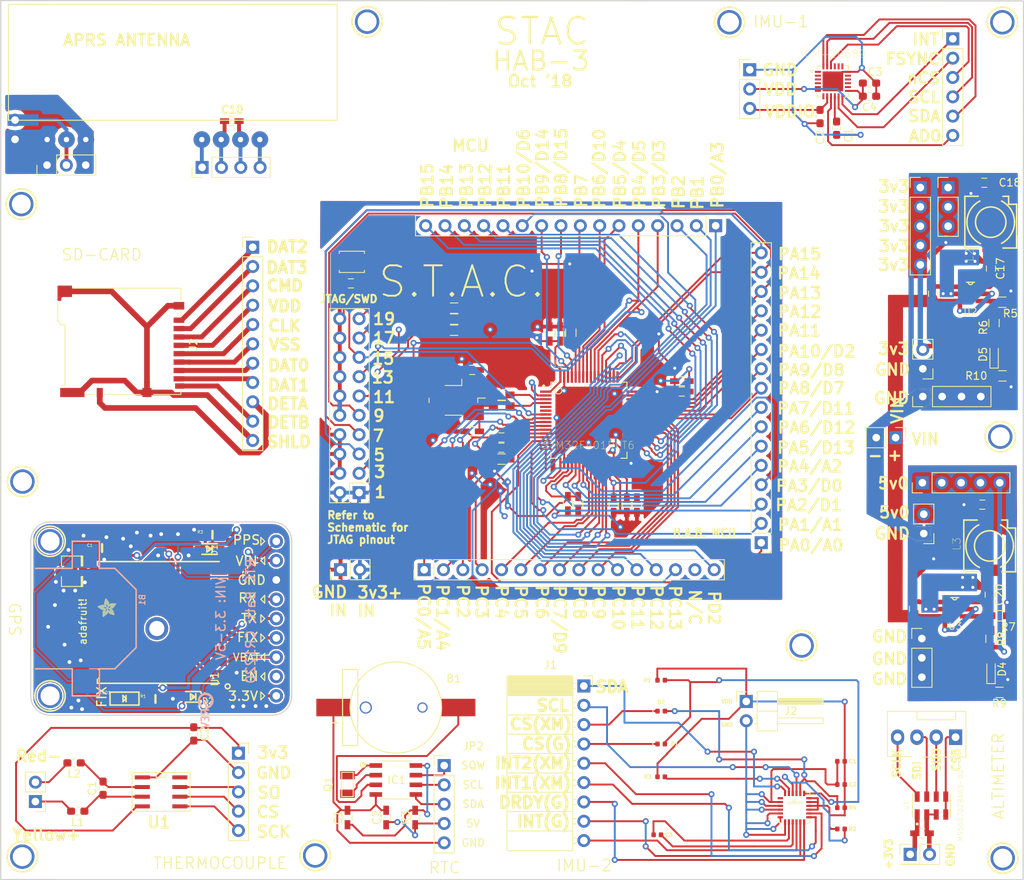
<source format=kicad_pcb>
(kicad_pcb (version 20171130) (host pcbnew 5.0.1-33cea8e~68~ubuntu16.04.1)
  (layers (0 F.Cu signal) (1 In1.Cu power) (2 In2.Cu power) (31 B.Cu signal) (34 B.Paste user) (35 F.Paste user) (36 B.SilkS user) (37 F.SilkS user) (38 B.Mask user) (39 F.Mask user) (44 Edge.Cuts user))
  (net 0 "")
  (net 1 "Net-(0k1-Pad1)")
  (net 2 "Net-(0k1-Pad2)")
  (net 3 "Net-(0k2-Pad1)")
  (net 4 "Net-(0k2-Pad2)")
  (net 5 GND)
  (net 6 +3.3VA)
  (net 7 +3V3)
  (net 8 "Net-(10k1-Pad2)")
  (net 9 "Net-(10k2-Pad2)")
  (net 10 "Net-(10k3-Pad2)")
  (net 11 "Net-(10k4-Pad1)")
  (net 12 RST)
  (net 13 PB4)
  (net 14 PA15)
  (net 15 PA13)
  (net 16 PA14)
  (net 17 PB3)
  (net 18 "Net-(J2-Pad1)")
  (net 19 "Net-(J2-Pad11)")
  (net 20 "Net-(J2-Pad9)")
  (net 21 "Net-(J2-Pad2)")
  (net 22 "Net-(J2-Pad3)")
  (net 23 "Net-(J2-Pad4)")
  (net 24 "Net-(J2-Pad5)")
  (net 25 "Net-(J2-Pad6)")
  (net 26 "Net-(J2-Pad7)")
  (net 27 "Net-(J2-Pad8)")
  (net 28 "Net-(J2-Pad10)")
  (net 29 PA0)
  (net 30 PA1)
  (net 31 PA2)
  (net 32 PA3)
  (net 33 PA4)
  (net 34 PA5)
  (net 35 PA6)
  (net 36 PA7)
  (net 37 PA8)
  (net 38 PA9)
  (net 39 PA10)
  (net 40 PA11)
  (net 41 PA12)
  (net 42 PB0)
  (net 43 PB1)
  (net 44 PB2)
  (net 45 PB5)
  (net 46 PB6)
  (net 47 PB7)
  (net 48 PB8)
  (net 49 PB9)
  (net 50 PB10)
  (net 51 PB12)
  (net 52 PB13)
  (net 53 PB14)
  (net 54 PB15)
  (net 55 PC0)
  (net 56 PC1)
  (net 57 PC2)
  (net 58 PC3)
  (net 59 PC4)
  (net 60 PC5)
  (net 61 PC6)
  (net 62 PC7)
  (net 63 PC8)
  (net 64 PC9)
  (net 65 PC10)
  (net 66 PC11)
  (net 67 PC12)
  (net 68 PC13)
  (net 69 "Net-(J5-Pad15)")
  (net 70 PD2)
  (net 71 "Net-(Y1-Pad2)")
  (net 72 "Net-(Y1-Pad3)")
  (net 73 "Net-(U1-Pad5)")
  (net 74 "Net-(U1-Pad6)")
  (net 75 PB11)
  (net 76 "Net-(C16-Pad1)")
  (net 77 "Net-(C16-Pad2)")
  (net 78 "Net-(C17-Pad1)")
  (net 79 "Net-(C17-Pad2)")
  (net 80 "Net-(C18-Pad1)")
  (net 81 "Net-(C20-Pad1)")
  (net 82 "Net-(C20-Pad2)")
  (net 83 "Net-(C21-Pad1)")
  (net 84 "Net-(R5-Pad2)")
  (net 85 "Net-(R7-Pad2)")
  (net 86 "Net-(D4-Pad1)")
  (net 87 "Net-(D5-Pad1)")
  (net 88 /CSB)
  (net 89 /SDO)
  (net 90 /SDI)
  (net 91 /SCLK)
  (net 92 "Net-(C1-Pad1)")
  (net 93 VCC)
  (net 94 "Net-(IC1-Pad1)")
  (net 95 "Net-(IC1-Pad2)")
  (net 96 /SDA)
  (net 97 /SCL)
  (net 98 /SQW)
  (net 99 "Net-(B1-Pad2)")
  (net 100 "Net-(C3-Pad1)")
  (net 101 "Net-(C3-Pad2)")
  (net 102 "Net-(D1-Pad1)")
  (net 103 "Net-(D1-Pad2)")
  (net 104 "Net-(D2-Pad2)")
  (net 105 "Net-(D2-Pad1)")
  (net 106 "Net-(J1-Pad1)")
  (net 107 "Net-(J1-Pad2)")
  (net 108 "Net-(J1-Pad5)")
  (net 109 "Net-(J1-Pad6)")
  (net 110 "Net-(J1-Pad7)")
  (net 111 "Net-(J1-Pad8)")
  (net 112 "Net-(J1-Pad9)")
  (net 113 "Net-(R2-Pad2)")
  (net 114 "Net-(R3-Pad2)")
  (net 115 "Net-(C1-Pad2)")
  (net 116 "Net-(C2-Pad2)")
  (net 117 3.3V)
  (net 118 VIN)
  (net 119 "Net-(U1-PadP$20)")
  (net 120 "Net-(U1-PadP$18)")
  (net 121 "Net-(U1-PadP$17)")
  (net 122 "Net-(U1-PadP$16)")
  (net 123 "Net-(U1-PadP$15)")
  (net 124 "Net-(U1-PadP$14)")
  (net 125 /1PPS)
  (net 126 "Net-(U$20-PadP$3)")
  (net 127 /RX_3V)
  (net 128 /TX)
  (net 129 "Net-(U1-PadP$7)")
  (net 130 "Net-(U1-PadP$6)")
  (net 131 /FIX)
  (net 132 /VBACKUP)
  (net 133 "Net-(U1-PadP$2)")
  (net 134 /ENABLE)
  (net 135 "Net-(LED1-PadC)")
  (net 136 /RX)
  (net 137 "Net-(B1-Pad+$1)")
  (net 138 VDDIO)
  (net 139 VDD)
  (net 140 INT)
  (net 141 FSYNC)
  (net 142 nCS)
  (net 143 SCL)
  (net 144 SDA)
  (net 145 AD0)
  (net 146 /D4)
  (net 147 /D3)
  (module Capacitors_SMD:C_0603_HandSoldering (layer F.Cu) (at 103.60008 134.80456 90)
    (fp_text reference C1 (at 0 -1.25 90) (layer F.SilkS))
    (fp_text value 10uF hide)
    (pad 1 smd rect (at -0.95 0 90) (size 1.2 0.75) (layers F.Cu F.Paste F.Mask) (net 92 "Net-(C1-Pad1)"))
    (pad 2 smd rect (at 0.95 0 90) (size 1.2 0.75) (layers F.Cu F.Paste F.Mask) (net 5 GND))
  )
  (module Capacitors_SMD:C_0603_HandSoldering (layer F.Cu) (at 108.68008 134.80456 90)
    (fp_text reference C2 (at 0 -1.25 90) (layer F.SilkS))
    (fp_text value 10uF hide)
    (pad 1 smd rect (at -0.95 0 90) (size 1.2 0.75) (layers F.Cu F.Paste F.Mask) (net 93 VCC))
    (pad 2 smd rect (at 0.95 0 90) (size 1.2 0.75) (layers F.Cu F.Paste F.Mask) (net 5 GND))
  )
  (module Capacitors_SMD:C_0603_HandSoldering (layer F.Cu) (at 112.49008 134.80456 90)
    (fp_text reference R3 (at 0 -1.25 90) (layer F.SilkS))
    (fp_text value 1K hide)
    (pad 1 smd rect (at -0.95 0 90) (size 1.2 0.75) (layers F.Cu F.Paste F.Mask) (net 93 VCC))
    (pad 2 smd rect (at 0.95 0 90) (size 1.2 0.75) (layers F.Cu F.Paste F.Mask) (net 92 "Net-(C1-Pad1)"))
  )
  (module "Adafruit Ultimate GPS:FGPMMOPA6H" (layer F.Cu) (at 78.751015 109.164309 180)
    (fp_text reference U1 (at -8 -8.5 90) (layer F.SilkS) (effects (font (size 0.9652 0.9652) (thickness 0.14478)) (justify left bottom)))
    (fp_text value FGPMMOPA6H)
    (pad "" np_thru_hole circle (at 0.2 -0.8 180) (size 3 3) (drill 2) (layers *.Cu))
    (pad P$20 smd rect (at 8 -6.75) (size 2 1) (layers F.Cu F.Paste F.Mask) (net 119 "Net-(U1-PadP$20)"))
    (pad P$19 smd rect (at 8 -5.25) (size 2 1) (layers F.Cu F.Paste F.Mask) (net 5 GND))
    (pad P$18 smd rect (at 8 -3.75) (size 2 1) (layers F.Cu F.Paste F.Mask) (net 120 "Net-(U1-PadP$18)"))
    (pad P$17 smd rect (at 8 -2.25) (size 2 1) (layers F.Cu F.Paste F.Mask) (net 121 "Net-(U1-PadP$17)"))
    (pad P$16 smd rect (at 8 -0.75) (size 2 1) (layers F.Cu F.Paste F.Mask) (net 122 "Net-(U1-PadP$16)"))
    (pad P$15 smd rect (at 8 0.75) (size 2 1) (layers F.Cu F.Paste F.Mask) (net 123 "Net-(U1-PadP$15)"))
    (pad P$14 smd rect (at 8 2.25) (size 2 1) (layers F.Cu F.Paste F.Mask) (net 124 "Net-(U1-PadP$14)"))
    (pad P$13 smd rect (at 8 3.75) (size 2 1) (layers F.Cu F.Paste F.Mask) (net 125 /1PPS))
    (pad P$12 smd rect (at 8 5.25) (size 2 1) (layers F.Cu F.Paste F.Mask) (net 5 GND))
    (pad P$11 smd rect (at 8 6.75) (size 2 1) (layers F.Cu F.Paste F.Mask) (net 126 "Net-(U$20-PadP$3)"))
    (pad P$10 smd rect (at -8 6.75 180) (size 2 1) (layers F.Cu F.Paste F.Mask) (net 127 /RX_3V))
    (pad P$9 smd rect (at -8 5.25 180) (size 2 1) (layers F.Cu F.Paste F.Mask) (net 128 /TX))
    (pad P$8 smd rect (at -8 3.75 180) (size 2 1) (layers F.Cu F.Paste F.Mask) (net 5 GND))
    (pad P$7 smd rect (at -8 2.25 180) (size 2 1) (layers F.Cu F.Paste F.Mask) (net 129 "Net-(U1-PadP$7)"))
    (pad P$6 smd rect (at -8 0.75 180) (size 2 1) (layers F.Cu F.Paste F.Mask) (net 130 "Net-(U1-PadP$6)"))
    (pad P$5 smd rect (at -8 -0.75 180) (size 2 1) (layers F.Cu F.Paste F.Mask) (net 131 /FIX))
    (pad P$4 smd rect (at -8 -2.25 180) (size 2 1) (layers F.Cu F.Paste F.Mask) (net 132 /VBACKUP))
    (pad P$3 smd rect (at -8 -3.75 180) (size 2 1) (layers F.Cu F.Paste F.Mask) (net 5 GND))
    (pad P$2 smd rect (at -8 -5.25 180) (size 2 1) (layers F.Cu F.Paste F.Mask) (net 133 "Net-(U1-PadP$2)"))
    (pad P$1 smd rect (at -8 -6.75 180) (size 2 1) (layers F.Cu F.Paste F.Mask) (net 117 3.3V))
  )
  (module Capacitors_SMD:C_0603_HandSoldering (layer F.Cu) (at 179.075 136.875)
    (fp_text reference C1 hide)
    (fp_text value 100nF hide)
    (pad 1 smd rect (at -0.95 0) (size 1.2 0.75) (layers F.Cu F.Paste F.Mask) (net 7 +3V3))
    (pad 2 smd rect (at 0.95 0) (size 1.2 0.75) (layers F.Cu F.Paste F.Mask) (net 5 GND))
  )
  (module "Tracksoar v2 :RADIOMETRIX-HX1" (layer F.Cu) (at 80.65341 35.534861)
    (fp_text reference U$2 hide)
    (fp_text value RADIOMETRIX-HX1 hide)
    (pad RFGND2 thru_hole circle (at -16.51 10.16) (size 2.1844 2.1844) (drill 0.7) (layers *.Cu *.Mask) (net 5 GND))
    (pad 0V thru_hole circle (at 8.89 10.16) (size 2.1844 2.1844) (drill 0.7) (layers *.Cu *.Mask) (net 5 GND))
    (pad VCC thru_hole circle (at 6.35 10.16) (size 2.1844 2.1844) (drill 0.7) (layers *.Cu *.Mask) (net 93 VCC))
    (pad EN thru_hole circle (at 3.81 10.16) (size 2.1844 2.1844) (drill 0.7) (layers *.Cu *.Mask) (net 146 /D4))
    (pad TXD thru_hole circle (at 11.43 10.16) (size 2.1844 2.1844) (drill 0.7) (layers *.Cu *.Mask) (net 147 /D3))
    (pad GND thru_hole circle (at -11.43 10.16) (size 2.1844 2.1844) (drill 0.7) (layers *.Cu *.Mask) (net 5 GND))
    (pad RFOUT thru_hole circle (at -13.97 10.16) (size 2.1844 2.1844) (drill 0.7) (layers *.Cu *.Mask) (net 13 PB4))
  )
  (module Connector:FanPinHeader_1x04_P2.54mm_Vertical (layer F.Cu) (at 183.479203 124.248068 180)
    (fp_text reference "" hide)
    (fp_text value "" hide)
    (pad 1 thru_hole rect (at 0 0 270) (size 2.03 1.73) (drill 1.02) (layers *.Cu *.Mask) (net 88 /CSB))
    (pad 2 thru_hole oval (at 2.54 0 270) (size 2.03 1.73) (drill 1.02) (layers *.Cu *.Mask) (net 89 /SDO))
    (pad 3 thru_hole oval (at 5.08 0 270) (size 2.03 1.73) (drill 1.02) (layers *.Cu *.Mask) (net 90 /SDI))
    (pad 4 thru_hole oval (at 7.62 0 270) (size 2.03 1.73) (drill 1.02) (layers *.Cu *.Mask) (net 91 /SCLK))
    (pad "" np_thru_hole circle (at 5.08 -2.16 270) (size 1.1 1.1) (drill 1.1) (layers *.Cu *.Mask))
  )
  (module "Adafruit Ultimate GPS:MOUNTINGHOLE_2.5_PLATED" (layer F.Cu) (at 60.875 139.95)
    (fp_text reference U$8 hide)
    (fp_text value MOUNTINGHOLE2.5 hide)
    (pad P$1 thru_hole circle (at 0 0) (size 3.2 3.2) (drill 2.5) (layers *.Cu *.Mask))
  )
  (module "Adafruit Ultimate GPS:MOUNTINGHOLE_2.5_PLATED" (layer F.Cu) (at 60.9 90.65)
    (fp_text reference U$8 hide)
    (fp_text value MOUNTINGHOLE2.5 hide)
    (pad P$1 thru_hole circle (at 0 0) (size 3.2 3.2) (drill 2.5) (layers *.Cu *.Mask))
  )
  (module "Adafruit Ultimate GPS:MOUNTINGHOLE_2.5_PLATED" (layer F.Cu) (at 153.775 30.275)
    (fp_text reference U$8 hide)
    (fp_text value MOUNTINGHOLE2.5 hide)
    (pad P$1 thru_hole circle (at 0 0) (size 3.2 3.2) (drill 2.5) (layers *.Cu *.Mask))
  )
  (module "Adafruit Ultimate GPS:MOUNTINGHOLE_2.5_PLATED" (layer F.Cu) (at 106.175 30.2)
    (fp_text reference U$8 hide)
    (fp_text value MOUNTINGHOLE2.5 hide)
    (pad P$1 thru_hole circle (at 0 0) (size 3.2 3.2) (drill 2.5) (layers *.Cu *.Mask))
  )
  (module "Adafruit Ultimate GPS:MOUNTINGHOLE_2.5_PLATED" (layer F.Cu) (at 99.35 139.8)
    (fp_text reference U$8 hide)
    (fp_text value MOUNTINGHOLE2.5 hide)
    (pad P$1 thru_hole circle (at 0 0) (size 3.2 3.2) (drill 2.5) (layers *.Cu *.Mask))
  )
  (module "Adafruit Ultimate GPS:MOUNTINGHOLE_2.5_PLATED" (layer F.Cu) (at 189.35 84.75)
    (fp_text reference U$8 hide)
    (fp_text value MOUNTINGHOLE2.5 hide)
    (pad P$1 thru_hole circle (at 0 0) (size 3.2 3.2) (drill 2.5) (layers *.Cu *.Mask))
  )
  (module "Adafruit Ultimate GPS:MOUNTINGHOLE_2.5_PLATED" (layer F.Cu) (at 163.25 112.2)
    (fp_text reference U$9 hide)
    (fp_text value MOUNTINGHOLE2.5 hide)
    (pad P$1 thru_hole circle (at 0 0) (size 3.2 3.2) (drill 2.5) (layers *.Cu *.Mask))
  )
  (module "Adafruit Ultimate GPS:MOUNTINGHOLE_2.5_PLATED" (layer F.Cu) (at 60.75 54.175)
    (fp_text reference U$9 hide)
    (fp_text value MOUNTINGHOLE2.5 hide)
    (pad P$1 thru_hole circle (at 0 0) (size 3.2 3.2) (drill 2.5) (layers *.Cu *.Mask))
  )
  (module "Adafruit Ultimate GPS:MOUNTINGHOLE_2.5_PLATED" (layer F.Cu) (at 189.625 30.275)
    (fp_text reference U$9 hide)
    (fp_text value MOUNTINGHOLE2.5 hide)
    (pad P$1 thru_hole circle (at 0 0) (size 3.2 3.2) (drill 2.5) (layers *.Cu *.Mask))
  )
  (module "Adafruit Ultimate GPS:MOUNTINGHOLE_2.5_PLATED" (layer F.Cu) (at 189.675 140.15)
    (fp_text reference U$8 hide)
    (fp_text value MOUNTINGHOLE2.5 hide)
    (pad P$1 thru_hole circle (at 0 0) (size 3.2 3.2) (drill 2.5) (layers *.Cu *.Mask))
  )
  (module Connectors_Card:Hirose_DM3BT-DSF-PEJS (layer F.Cu) (at 80.75544 69.44176 270)
    (fp_text reference J2 (at 3.2 -2.6 270) (layer F.SilkS))
    (fp_text value Micro_SD_Card_Det)
    (pad 1 smd rect (at 0 -0.7 270) (size 0.7 1.4) (layers F.Cu F.Paste F.Mask) (net 18 "Net-(J2-Pad1)"))
    (pad 11 smd rect (at -3.8 14.3 270) (size 1.5 1.9) (layers F.Cu F.Paste F.Mask) (net 19 "Net-(J2-Pad11)"))
    (pad 11 smd rect (at -1.9 -0.7 270) (size 1 1.4) (layers F.Cu F.Paste F.Mask) (net 19 "Net-(J2-Pad11)"))
    (pad 11 smd rect (at 9.5 3.5 270) (size 1.2 1.2) (layers F.Cu F.Paste F.Mask) (net 19 "Net-(J2-Pad11)"))
    (pad 11 smd rect (at 9.5 13.3 270) (size 1.2 3.2) (layers F.Cu F.Paste F.Mask) (net 19 "Net-(J2-Pad11)"))
    (pad 9 smd rect (at 8.65 -0.8 270) (size 0.7 1.2) (layers F.Cu F.Paste F.Mask) (net 20 "Net-(J2-Pad9)"))
    (pad 2 smd rect (at 1.1 -0.7 270) (size 0.7 1.4) (layers F.Cu F.Paste F.Mask) (net 21 "Net-(J2-Pad2)"))
    (pad 3 smd rect (at 2.2 -0.7 270) (size 0.7 1.4) (layers F.Cu F.Paste F.Mask) (net 22 "Net-(J2-Pad3)"))
    (pad 4 smd rect (at 3.3 -0.7 270) (size 0.7 1.4) (layers F.Cu F.Paste F.Mask) (net 23 "Net-(J2-Pad4)"))
    (pad 5 smd rect (at 4.4 -0.7 270) (size 0.7 1.4) (layers F.Cu F.Paste F.Mask) (net 24 "Net-(J2-Pad5)"))
    (pad 6 smd rect (at 5.5 -0.7 270) (size 0.7 1.4) (layers F.Cu F.Paste F.Mask) (net 25 "Net-(J2-Pad6)"))
    (pad 7 smd rect (at 6.6 -0.7 270) (size 0.7 1.4) (layers F.Cu F.Paste F.Mask) (net 26 "Net-(J2-Pad7)"))
    (pad 8 smd rect (at 7.7 -0.7 270) (size 0.7 1.4) (layers F.Cu F.Paste F.Mask) (net 27 "Net-(J2-Pad8)"))
    (pad 11 smd rect (at -2.8 15 270) (size 0.5 0.5) (layers F.Cu F.Paste F.Mask) (net 19 "Net-(J2-Pad11)"))
    (pad 10 smd rect (at 9.5 9.7 270) (size 1.2 0.8) (layers F.Cu F.Paste F.Mask) (net 28 "Net-(J2-Pad10)"))
    (pad 11 smd rect (at -3.05 14.75 315) (size 0.2 0.2) (layers F.Cu F.Paste F.Mask) (net 19 "Net-(J2-Pad11)"))
  )
  (module Pin_Headers:Pin_Header_Straight_1x11_Pitch2.54mm (layer F.Cu) (at 91.14648 59.8444)
    (fp_text reference J9 hide)
    (fp_text value Conn_01x11_Male hide)
    (pad 1 thru_hole rect (at 0 0) (size 1.7 1.7) (drill 1) (layers *.Cu *.Mask) (net 18 "Net-(J2-Pad1)"))
    (pad 2 thru_hole oval (at 0 2.54) (size 1.7 1.7) (drill 1) (layers *.Cu *.Mask) (net 21 "Net-(J2-Pad2)"))
    (pad 3 thru_hole oval (at 0 5.08) (size 1.7 1.7) (drill 1) (layers *.Cu *.Mask) (net 22 "Net-(J2-Pad3)"))
    (pad 4 thru_hole oval (at 0 7.62) (size 1.7 1.7) (drill 1) (layers *.Cu *.Mask) (net 23 "Net-(J2-Pad4)"))
    (pad 5 thru_hole oval (at 0 10.16) (size 1.7 1.7) (drill 1) (layers *.Cu *.Mask) (net 24 "Net-(J2-Pad5)"))
    (pad 6 thru_hole oval (at 0 12.7) (size 1.7 1.7) (drill 1) (layers *.Cu *.Mask) (net 25 "Net-(J2-Pad6)"))
    (pad 7 thru_hole oval (at 0 15.24) (size 1.7 1.7) (drill 1) (layers *.Cu *.Mask) (net 26 "Net-(J2-Pad7)"))
    (pad 8 thru_hole oval (at 0 17.78) (size 1.7 1.7) (drill 1) (layers *.Cu *.Mask) (net 27 "Net-(J2-Pad8)"))
    (pad 9 thru_hole oval (at 0 20.32) (size 1.7 1.7) (drill 1) (layers *.Cu *.Mask) (net 28 "Net-(J2-Pad10)"))
    (pad 10 thru_hole oval (at 0 22.86) (size 1.7 1.7) (drill 1) (layers *.Cu *.Mask) (net 20 "Net-(J2-Pad9)"))
    (pad 11 thru_hole oval (at 0 25.4) (size 1.7 1.7) (drill 1) (layers *.Cu *.Mask) (net 19 "Net-(J2-Pad11)"))
  )
  (module Capacitors_SMD:C_0603_HandSoldering (layer F.Cu) (at 180.525 65.95 90)
    (fp_text reference C16 hide)
    (fp_text value 10uF hide)
    (pad 1 smd rect (at -0.95 0 90) (size 1.2 0.75) (layers F.Cu F.Paste F.Mask) (net 76 "Net-(C16-Pad1)"))
    (pad 2 smd rect (at 0.95 0 90) (size 1.2 0.75) (layers F.Cu F.Paste F.Mask) (net 77 "Net-(C16-Pad2)"))
  )
  (module Capacitors_SMD:C_0603_HandSoldering (layer F.Cu) (at 188.125 62.65 270)
    (fp_text reference C17 (at 0 -1.25 270) (layer F.SilkS))
    (fp_text value 100nF hide)
    (pad 1 smd rect (at -0.95 0 270) (size 1.2 0.75) (layers F.Cu F.Paste F.Mask) (net 78 "Net-(C17-Pad1)"))
    (pad 2 smd rect (at 0.95 0 270) (size 1.2 0.75) (layers F.Cu F.Paste F.Mask) (net 79 "Net-(C17-Pad2)"))
  )
  (module Capacitors_SMD:C_0603_HandSoldering (layer F.Cu) (at 187.25 51.375 180)
    (fp_text reference C18 (at -3.35 0.025 180) (layer F.SilkS))
    (fp_text value 47uF hide)
    (pad 1 smd rect (at -0.95 0 180) (size 1.2 0.75) (layers F.Cu F.Paste F.Mask) (net 80 "Net-(C18-Pad1)"))
    (pad 2 smd rect (at 0.95 0 180) (size 1.2 0.75) (layers F.Cu F.Paste F.Mask) (net 77 "Net-(C16-Pad2)"))
  )
  (module Capacitors_SMD:C_0603_HandSoldering (layer F.Cu) (at 178.025 107.375 90)
    (fp_text reference C19 hide)
    (fp_text value 10uF hide)
    (pad 1 smd rect (at -0.95 0 90) (size 1.2 0.75) (layers F.Cu F.Paste F.Mask) (net 76 "Net-(C16-Pad1)"))
    (pad 2 smd rect (at 0.95 0 90) (size 1.2 0.75) (layers F.Cu F.Paste F.Mask) (net 77 "Net-(C16-Pad2)"))
  )
  (module Capacitors_SMD:C_0603_HandSoldering (layer F.Cu) (at 187.97112 105.51708 270)
    (fp_text reference C20 (at 0 -1.25 270) (layer F.SilkS))
    (fp_text value 100nF hide)
    (pad 1 smd rect (at -0.95 0 270) (size 1.2 0.75) (layers F.Cu F.Paste F.Mask) (net 81 "Net-(C20-Pad1)"))
    (pad 2 smd rect (at 0.95 0 270) (size 1.2 0.75) (layers F.Cu F.Paste F.Mask) (net 82 "Net-(C20-Pad2)"))
  )
  (module Capacitors_SMD:C_0603_HandSoldering (layer F.Cu) (at 186.99072 93.6781 180)
    (fp_text reference C21 hide)
    (fp_text value 47uF hide)
    (pad 1 smd rect (at -0.95 0 180) (size 1.2 0.75) (layers F.Cu F.Paste F.Mask) (net 83 "Net-(C21-Pad1)"))
    (pad 2 smd rect (at 0.95 0 180) (size 1.2 0.75) (layers F.Cu F.Paste F.Mask) (net 77 "Net-(C16-Pad2)"))
  )
  (module Pin_Headers:Pin_Header_Straight_1x02_Pitch2.54mm (layer F.Cu) (at 179.29702 97.47794 180)
    (fp_text reference J10 hide)
    (fp_text value Conn_01x02_Male hide)
    (pad 1 thru_hole rect (at 0 0 180) (size 1.7 1.7) (drill 1) (layers *.Cu *.Mask) (net 77 "Net-(C16-Pad2)"))
    (pad 2 thru_hole oval (at 0 2.54 180) (size 1.7 1.7) (drill 1) (layers *.Cu *.Mask) (net 83 "Net-(C21-Pad1)"))
  )
  (module TPS564208:INDC7070X450 (layer F.Cu) (at 188.2 56.575 270)
    (fp_text reference L2 (at 4.3 2.875 270) (layer F.SilkS) (effects (font (size 1.00085 1.00085) (thickness 0.05))))
    (fp_text value 2.2uH hide)
    (pad 1 smd rect (at -3.2254 0.1016) (size 2.2 1.5) (layers F.Cu F.Paste F.Mask) (net 80 "Net-(C18-Pad1)"))
    (pad 2 smd rect (at 3.1746 0.1016) (size 2.2 1.5) (layers F.Cu F.Paste F.Mask) (net 78 "Net-(C17-Pad1)"))
  )
  (module TPS564208:INDC7070X450 (layer F.Cu) (at 188.06002 99.13148 270)
    (fp_text reference L3 (at -0.28148 4.43502 270) (layer F.SilkS) (effects (font (size 1.00085 1.00085) (thickness 0.05))))
    (fp_text value 3.3uH hide)
    (pad 1 smd rect (at -3.2254 0.1016) (size 2.2 1.5) (layers F.Cu F.Paste F.Mask) (net 83 "Net-(C21-Pad1)"))
    (pad 2 smd rect (at 3.1746 0.1016) (size 2.2 1.5) (layers F.Cu F.Paste F.Mask) (net 81 "Net-(C20-Pad1)"))
  )
  (module Resistors_SMD:R_0603_HandSoldering (layer F.Cu) (at 189.625 67.075 180)
    (fp_text reference R5 (at -1.05 -1.475 180) (layer F.SilkS))
    (fp_text value 10k hide)
    (pad 1 smd rect (at -1.1 0 180) (size 1.2 0.9) (layers F.Cu F.Paste F.Mask) (net 77 "Net-(C16-Pad2)"))
    (pad 2 smd rect (at 1.1 0 180) (size 1.2 0.9) (layers F.Cu F.Paste F.Mask) (net 84 "Net-(R5-Pad2)"))
  )
  (module Resistors_SMD:R_0603_HandSoldering (layer F.Cu) (at 188.52726 69.82268 270)
    (fp_text reference R6 (at 0.57732 1.40226 270) (layer F.SilkS))
    (fp_text value 33.2k hide)
    (pad 1 smd rect (at -1.1 0 270) (size 1.2 0.9) (layers F.Cu F.Paste F.Mask) (net 84 "Net-(R5-Pad2)"))
    (pad 2 smd rect (at 1.1 0 270) (size 1.2 0.9) (layers F.Cu F.Paste F.Mask) (net 80 "Net-(C18-Pad1)"))
  )
  (module Resistors_SMD:R_0603_HandSoldering (layer F.Cu) (at 189.20284 108.28818 180)
    (fp_text reference R7 (at -1.19716 -1.46182 180) (layer F.SilkS))
    (fp_text value 10k hide)
    (pad 1 smd rect (at -1.1 0 180) (size 1.2 0.9) (layers F.Cu F.Paste F.Mask) (net 77 "Net-(C16-Pad2)"))
    (pad 2 smd rect (at 1.1 0 180) (size 1.2 0.9) (layers F.Cu F.Paste F.Mask) (net 85 "Net-(R7-Pad2)"))
  )
  (module Resistors_SMD:R_0603_HandSoldering (layer F.Cu) (at 188.13368 111.31586 270)
    (fp_text reference R8 (at 0 -1.45 270) (layer F.SilkS))
    (fp_text value 56.2k hide)
    (pad 1 smd rect (at -1.1 0 270) (size 1.2 0.9) (layers F.Cu F.Paste F.Mask) (net 85 "Net-(R7-Pad2)"))
    (pad 2 smd rect (at 1.1 0 270) (size 1.2 0.9) (layers F.Cu F.Paste F.Mask) (net 83 "Net-(C21-Pad1)"))
  )
  (module TPS564208:TPS564208 (layer F.Cu) (at 183.37118 107.4195)
    (fp_text reference U3 hide)
    (fp_text value TPS564208 hide)
    (pad 1 smd rect (at -1.2954 -0.9398) (size 1.27 0.5588) (layers F.Cu F.Paste F.Mask) (net 77 "Net-(C16-Pad2)"))
    (pad 2 smd rect (at -1.2954 0) (size 1.27 0.5588) (layers F.Cu F.Paste F.Mask) (net 81 "Net-(C20-Pad1)"))
    (pad 3 smd rect (at -1.2954 0.9398) (size 1.27 0.5588) (layers F.Cu F.Paste F.Mask) (net 76 "Net-(C16-Pad1)"))
    (pad 4 smd rect (at 1.2954 0.9398) (size 1.27 0.5588) (layers F.Cu F.Paste F.Mask) (net 85 "Net-(R7-Pad2)"))
    (pad 5 smd rect (at 1.2954 0) (size 1.27 0.5588) (layers F.Cu F.Paste F.Mask) (net 76 "Net-(C16-Pad1)"))
    (pad 6 smd rect (at 1.2954 -0.9398) (size 1.27 0.5588) (layers F.Cu F.Paste F.Mask) (net 82 "Net-(C20-Pad2)"))
  )
  (module Pin_Headers:Pin_Header_Straight_1x02_Pitch2.54mm (layer F.Cu) (at 175.6 84.875 270)
    (fp_text reference J7 hide)
    (fp_text value Conn_01x02_Male hide)
    (pad 1 thru_hole rect (at 0 0 270) (size 1.7 1.7) (drill 1) (layers *.Cu *.Mask) (net 76 "Net-(C16-Pad1)"))
    (pad 2 thru_hole oval (at 0 2.54 270) (size 1.7 1.7) (drill 1) (layers *.Cu *.Mask) (net 77 "Net-(C16-Pad2)"))
  )
  (module Pin_Headers:Pin_Header_Straight_1x02_Pitch2.54mm (layer F.Cu) (at 179.175 75.825 180)
    (fp_text reference J8 hide)
    (fp_text value Conn_01x02_Male hide)
    (pad 1 thru_hole rect (at 0 0 180) (size 1.7 1.7) (drill 1) (layers *.Cu *.Mask) (net 77 "Net-(C16-Pad2)"))
    (pad 2 thru_hole oval (at 0 2.54 180) (size 1.7 1.7) (drill 1) (layers *.Cu *.Mask) (net 80 "Net-(C18-Pad1)"))
  )
  (module TPS564208:TPS564208 (layer F.Cu) (at 185.45 65.975)
    (fp_text reference U2 hide)
    (fp_text value TPS564208 hide)
    (pad 1 smd rect (at -1.2954 -0.9398) (size 1.27 0.5588) (layers F.Cu F.Paste F.Mask) (net 77 "Net-(C16-Pad2)"))
    (pad 2 smd rect (at -1.2954 0) (size 1.27 0.5588) (layers F.Cu F.Paste F.Mask) (net 78 "Net-(C17-Pad1)"))
    (pad 3 smd rect (at -1.2954 0.9398) (size 1.27 0.5588) (layers F.Cu F.Paste F.Mask) (net 76 "Net-(C16-Pad1)"))
    (pad 4 smd rect (at 1.2954 0.9398) (size 1.27 0.5588) (layers F.Cu F.Paste F.Mask) (net 84 "Net-(R5-Pad2)"))
    (pad 5 smd rect (at 1.2954 0) (size 1.27 0.5588) (layers F.Cu F.Paste F.Mask) (net 76 "Net-(C16-Pad1)"))
    (pad 6 smd rect (at 1.2954 -0.9398) (size 1.27 0.5588) (layers F.Cu F.Paste F.Mask) (net 79 "Net-(C17-Pad2)"))
  )
  (module LEDs:LED_0603_HandSoldering (layer F.Cu) (at 188.13876 115.40018 90)
    (fp_text reference D4 (at 0.09144 1.4478 90) (layer F.SilkS))
    (fp_text value LED hide)
    (pad 1 smd rect (at -1.1 0 90) (size 1.2 0.9) (layers F.Cu F.Paste F.Mask) (net 86 "Net-(D4-Pad1)"))
    (pad 2 smd rect (at 1.1 0 90) (size 1.2 0.9) (layers F.Cu F.Paste F.Mask) (net 83 "Net-(C21-Pad1)"))
  )
  (module LEDs:LED_0603_HandSoldering (layer F.Cu) (at 188.53996 73.93512 90)
    (fp_text reference D5 (at 0 -1.45 90) (layer F.SilkS))
    (fp_text value LED hide)
    (pad 1 smd rect (at -1.1 0 90) (size 1.2 0.9) (layers F.Cu F.Paste F.Mask) (net 87 "Net-(D5-Pad1)"))
    (pad 2 smd rect (at 1.1 0 90) (size 1.2 0.9) (layers F.Cu F.Paste F.Mask) (net 80 "Net-(C18-Pad1)"))
  )
  (module Resistors_SMD:R_0603_HandSoldering (layer F.Cu) (at 189.23604 118.36182 180)
    (fp_text reference R9 (at 0 -1.45 180) (layer F.SilkS))
    (fp_text value 4.7k hide)
    (pad 1 smd rect (at -1.1 0 180) (size 1.2 0.9) (layers F.Cu F.Paste F.Mask) (net 77 "Net-(C16-Pad2)"))
    (pad 2 smd rect (at 1.1 0 180) (size 1.2 0.9) (layers F.Cu F.Paste F.Mask) (net 86 "Net-(D4-Pad1)"))
  )
  (module Resistors_SMD:R_0603_HandSoldering (layer F.Cu) (at 189.6425 76.7596 180)
    (fp_text reference R10 (at 3.4425 0.0096 180) (layer F.SilkS))
    (fp_text value 4.7k hide)
    (pad 1 smd rect (at -1.1 0 180) (size 1.2 0.9) (layers F.Cu F.Paste F.Mask) (net 77 "Net-(C16-Pad2)"))
    (pad 2 smd rect (at 1.1 0 180) (size 1.2 0.9) (layers F.Cu F.Paste F.Mask) (net 87 "Net-(D5-Pad1)"))
  )
  (module Pin_Headers:Pin_Header_Straight_1x04_Pitch2.54mm (layer F.Cu) (at 179.175 79.475 90)
    (fp_text reference J13 hide)
    (fp_text value Conn_01x04_Male hide)
    (pad 1 thru_hole rect (at 0 0 90) (size 1.7 1.7) (drill 1) (layers *.Cu *.Mask) (net 77 "Net-(C16-Pad2)"))
    (pad 2 thru_hole oval (at 0 2.54 90) (size 1.7 1.7) (drill 1) (layers *.Cu *.Mask) (net 77 "Net-(C16-Pad2)"))
    (pad 3 thru_hole oval (at 0 5.08 90) (size 1.7 1.7) (drill 1) (layers *.Cu *.Mask) (net 77 "Net-(C16-Pad2)"))
    (pad 4 thru_hole oval (at 0 7.62 90) (size 1.7 1.7) (drill 1) (layers *.Cu *.Mask) (net 77 "Net-(C16-Pad2)"))
  )
  (module Pin_Headers:Pin_Header_Straight_1x05_Pitch2.54mm (layer F.Cu) (at 179.1243 90.80282 90)
    (fp_text reference J14 hide)
    (fp_text value Conn_01x05_Male hide)
    (pad 1 thru_hole rect (at 0 0 90) (size 1.7 1.7) (drill 1) (layers *.Cu *.Mask) (net 83 "Net-(C21-Pad1)"))
    (pad 2 thru_hole oval (at 0 2.54 90) (size 1.7 1.7) (drill 1) (layers *.Cu *.Mask) (net 83 "Net-(C21-Pad1)"))
    (pad 3 thru_hole oval (at 0 5.08 90) (size 1.7 1.7) (drill 1) (layers *.Cu *.Mask) (net 83 "Net-(C21-Pad1)"))
    (pad 4 thru_hole oval (at 0 7.62 90) (size 1.7 1.7) (drill 1) (layers *.Cu *.Mask) (net 83 "Net-(C21-Pad1)"))
    (pad 5 thru_hole oval (at 0 10.16 90) (size 1.7 1.7) (drill 1) (layers *.Cu *.Mask) (net 83 "Net-(C21-Pad1)"))
  )
  (module Pin_Headers:Pin_Header_Straight_1x03_Pitch2.54mm (layer F.Cu) (at 179.05064 111.28284)
    (fp_text reference J12 hide)
    (fp_text value Conn_01x03_Male hide)
    (pad 1 thru_hole rect (at 0 0) (size 1.7 1.7) (drill 1) (layers *.Cu *.Mask) (net 77 "Net-(C16-Pad2)"))
    (pad 2 thru_hole oval (at 0 2.54) (size 1.7 1.7) (drill 1) (layers *.Cu *.Mask) (net 77 "Net-(C16-Pad2)"))
    (pad 3 thru_hole oval (at 0 5.08) (size 1.7 1.7) (drill 1) (layers *.Cu *.Mask) (net 77 "Net-(C16-Pad2)"))
  )
  (module MS560702BA03-00:SON125P500X300X100-8N (layer F.Cu) (at 180.314203 133.233068 90)
    (fp_text reference U1 (at 0 -3.3333 90) (layer F.SilkS) (effects (font (size 0.641134 0.641134) (thickness 0.05))))
    (fp_text value MS560702BA03-00 (at 0 3.81 90) (layer F.SilkS) (effects (font (size 0.641908 0.641908) (thickness 0.05))))
    (pad 1 smd rect (at -1.175 -1.875 90) (size 1.36 0.65) (layers F.Cu F.Paste F.Mask) (net 7 +3V3))
    (pad 8 smd rect (at 1.175 -1.875 90) (size 1.36 0.65) (layers F.Cu F.Paste F.Mask) (net 91 /SCLK))
    (pad 2 smd rect (at -1.175 -0.625 90) (size 1.36 0.65) (layers F.Cu F.Paste F.Mask) (net 5 GND))
    (pad 3 smd rect (at -1.175 0.625 90) (size 1.36 0.65) (layers F.Cu F.Paste F.Mask) (net 5 GND))
    (pad 4 smd rect (at -1.175 1.875 90) (size 1.36 0.65) (layers F.Cu F.Paste F.Mask) (net 88 /CSB))
    (pad 5 smd rect (at 1.175 1.875 90) (size 1.36 0.65) (layers F.Cu F.Paste F.Mask) (net 88 /CSB))
    (pad 6 smd rect (at 1.175 0.625 90) (size 1.36 0.65) (layers F.Cu F.Paste F.Mask) (net 89 /SDO))
    (pad 7 smd rect (at 1.175 -0.625 90) (size 1.36 0.65) (layers F.Cu F.Paste F.Mask) (net 90 /SDI))
  )
  (module Connector_PinHeader_2.54mm:PinHeader_2x01_P2.54mm_Vertical (layer F.Cu) (at 177.519203 139.648068)
    (fp_text reference "" hide)
    (fp_text value "")
    (pad 1 thru_hole rect (at 0 0) (size 1.7 1.7) (drill 1) (layers *.Cu *.Mask) (net 7 +3V3))
    (pad 2 thru_hole oval (at 2.54 0) (size 1.7 1.7) (drill 1) (layers *.Cu *.Mask) (net 5 GND))
  )
  (module SOIC127P600X175-8N:SOIC127P600X175-8N (layer F.Cu) (at 109.95008 129.87456)
    (fp_text reference IC1 (at 0.09 0) (layer F.SilkS))
    (fp_text value RTC_PCF8523T hide)
    (pad 8 smd rect (at 2.63 -1.905) (size 1.65 0.61) (layers F.Cu F.Paste F.Mask) (net 92 "Net-(C1-Pad1)"))
    (pad 7 smd rect (at 2.63 -0.635) (size 1.65 0.61) (layers F.Cu F.Paste F.Mask) (net 98 /SQW))
    (pad 6 smd rect (at 2.63 0.635) (size 1.65 0.61) (layers F.Cu F.Paste F.Mask) (net 97 /SCL))
    (pad 5 smd rect (at 2.63 1.905) (size 1.65 0.61) (layers F.Cu F.Paste F.Mask) (net 96 /SDA))
    (pad 4 smd rect (at -2.63 1.905) (size 1.65 0.61) (layers F.Cu F.Paste F.Mask) (net 5 GND))
    (pad 3 smd rect (at -2.63 0.635) (size 1.65 0.61) (layers F.Cu F.Paste F.Mask) (net 99 "Net-(B1-Pad2)"))
    (pad 2 smd rect (at -2.63 -0.635) (size 1.65 0.61) (layers F.Cu F.Paste F.Mask) (net 95 "Net-(IC1-Pad2)"))
    (pad 1 smd rect (at -2.63 -1.905) (size 1.65 0.61) (layers F.Cu F.Paste F.Mask) (net 94 "Net-(IC1-Pad1)"))
  )
  (module Connector_PinHeader_2.54mm:PinHeader_1x05_P2.54mm_Vertical (layer F.Cu) (at 116.30008 127.96956)
    (fp_text reference JP2 (at 3.81 -2.54) (layer F.SilkS))
    (fp_text value HEADER-1X576MIL hide)
    (pad 5 thru_hole oval (at 0 10.16) (size 1.7 1.7) (drill 1) (layers *.Cu *.Mask) (net 5 GND))
    (pad 4 thru_hole oval (at 0 7.62) (size 1.7 1.7) (drill 1) (layers *.Cu *.Mask) (net 93 VCC))
    (pad 3 thru_hole oval (at 0 5.08) (size 1.7 1.7) (drill 1) (layers *.Cu *.Mask) (net 96 /SDA))
    (pad 2 thru_hole oval (at 0 2.54) (size 1.7 1.7) (drill 1) (layers *.Cu *.Mask) (net 97 /SCL))
    (pad 1 thru_hole rect (at 0 0) (size 1.7 1.7) (drill 1) (layers *.Cu *.Mask) (net 98 /SQW))
  )
  (module XTAL320X150X90 (layer F.Cu) (at 103.60008 130.45876 270)
    (fp_text reference Q1 (at -0.0508 2.54 270) (layer F.SilkS) (effects (font (size 1.00058 1.00058))))
    (fp_text value 32.768KHz hide)
    (pad 2 smd rect (at 1.2192 0 270) (size 1.0922 1.905) (layers F.Cu F.Paste F.Mask) (net 95 "Net-(IC1-Pad2)"))
    (pad 1 smd rect (at -1.2192 0 270) (size 1.0922 1.905) (layers F.Cu F.Paste F.Mask) (net 94 "Net-(IC1-Pad1)"))
  )
  (module Battery:S8411-45R (layer F.Cu) (at 109.95008 120.34956 270)
    (fp_text reference B1 (at -3.81 -7.62 180) (layer F.SilkS))
    (fp_text value CR1220)
    (fp_text user + (at 2 8 270) (layer F.SilkS))
    (pad "" np_thru_hole circle (at 0 -3.5 270) (size 1.35 1.35) (drill 1) (layers *.Cu *.Mask))
    (pad "" np_thru_hole circle (at 0 3.95 270) (size 1.6 1.6) (drill 1.25) (layers *.Cu *.Mask))
    (pad 2 smd rect (at 0 -8.2 270) (size 2.3 4.5) (layers F.Cu F.Paste F.Mask) (net 99 "Net-(B1-Pad2)"))
    (pad 1 smd rect (at 0 8.2 270) (size 2.3 4.5) (layers F.Cu F.Paste F.Mask) (net 5 GND))
  )
  (module Connector_PinHeader_2.54mm:PinHeader_1x02_P2.54mm_Horizontal (layer F.Cu) (at 155.9833 119.54916)
    (fp_text reference J2 (at 5.842 1.27) (layer F.SilkS))
    (fp_text value Conn_01x02_Female hide)
    (pad 1 thru_hole rect (at 0 0) (size 1.7 1.7) (drill 1) (layers *.Cu *.Mask) (net 115 "Net-(C1-Pad2)"))
    (pad 2 thru_hole oval (at 0 2.54) (size 1.7 1.7) (drill 1) (layers *.Cu *.Mask) (net 92 "Net-(C1-Pad1)"))
  )
  (module Capacitor_SMD:C_0402_1005Metric (layer F.Cu) (at 168.4293 127.42316)
    (fp_text reference C1 (at 1.524 0) (layer F.SilkS) (effects (font (size 0.5 0.5) (thickness 0.125))))
    (fp_text value 100nF)
    (pad 1 smd roundrect (at -0.485 0) (size 0.59 0.64) (layers F.Cu F.Paste F.Mask) (net 92 "Net-(C1-Pad1)"))
    (pad 2 smd roundrect (at 0.485 0) (size 0.59 0.64) (layers F.Cu F.Paste F.Mask) (net 115 "Net-(C1-Pad2)"))
  )
  (module Capacitor_SMD:C_0402_1005Metric (layer F.Cu) (at 168.4293 130.47116)
    (fp_text reference C2 (at 1.524 0) (layer F.SilkS) (effects (font (size 0.5 0.5) (thickness 0.125))))
    (fp_text value 10uF hide)
    (pad 2 smd roundrect (at 0.485 0) (size 0.59 0.64) (layers F.Cu F.Paste F.Mask) (net 115 "Net-(C1-Pad2)"))
    (pad 1 smd roundrect (at -0.485 0) (size 0.59 0.64) (layers F.Cu F.Paste F.Mask) (net 92 "Net-(C1-Pad1)"))
  )
  (module Capacitor_SMD:C_0402_1005Metric (layer F.Cu) (at 144.2993 137.07516)
    (fp_text reference C3 (at 1.524 0) (layer F.SilkS) (effects (font (size 0.5 0.5) (thickness 0.125))))
    (fp_text value 0.22uF)
    (pad 1 smd roundrect (at -0.485 0) (size 0.59 0.64) (layers F.Cu F.Paste F.Mask) (net 100 "Net-(C3-Pad1)"))
    (pad 2 smd roundrect (at 0.485 0) (size 0.59 0.64) (layers F.Cu F.Paste F.Mask) (net 101 "Net-(C3-Pad2)"))
  )
  (module Diode_SMD:D_0402_1005Metric (layer F.Cu) (at 144.8073 125.13716)
    (fp_text reference D1 (at 1.778 0) (layer F.SilkS) (effects (font (size 0.5 0.5) (thickness 0.125))))
    (fp_text value D_Small)
    (pad 1 smd roundrect (at -0.485 0) (size 0.59 0.64) (layers F.Cu F.Paste F.Mask) (net 102 "Net-(D1-Pad1)"))
    (pad 2 smd roundrect (at 0.485 0) (size 0.59 0.64) (layers F.Cu F.Paste F.Mask) (net 103 "Net-(D1-Pad2)"))
  )
  (module Diode_SMD:D_0402_1005Metric (layer F.Cu) (at 144.8073 120.81916)
    (fp_text reference D2 (at 0 -1.17) (layer F.SilkS) (effects (font (size 0.5 0.5) (thickness 0.125))))
    (fp_text value D_Small)
    (pad 2 smd roundrect (at 0.485 0) (size 0.59 0.64) (layers F.Cu F.Paste F.Mask) (net 104 "Net-(D2-Pad2)"))
    (pad 1 smd roundrect (at -0.485 0) (size 0.59 0.64) (layers F.Cu F.Paste F.Mask) (net 105 "Net-(D2-Pad1)"))
  )
  (module Connector_PinSocket_2.54mm:PinSocket_1x09_P2.54mm_Horizontal (layer F.Cu) (at 134.648301 117.514161)
    (fp_text reference J1 (at -4.38 -2.77) (layer F.SilkS))
    (fp_text value Conn_01x09_Female hide)
    (pad 1 thru_hole rect (at 0 0) (size 1.7 1.7) (drill 1) (layers *.Cu *.Mask) (net 106 "Net-(J1-Pad1)"))
    (pad 2 thru_hole oval (at 0 2.54) (size 1.7 1.7) (drill 1) (layers *.Cu *.Mask) (net 107 "Net-(J1-Pad2)"))
    (pad 3 thru_hole oval (at 0 5.08) (size 1.7 1.7) (drill 1) (layers *.Cu *.Mask) (net 105 "Net-(D2-Pad1)"))
    (pad 4 thru_hole oval (at 0 7.62) (size 1.7 1.7) (drill 1) (layers *.Cu *.Mask) (net 102 "Net-(D1-Pad1)"))
    (pad 5 thru_hole oval (at 0 10.16) (size 1.7 1.7) (drill 1) (layers *.Cu *.Mask) (net 108 "Net-(J1-Pad5)"))
    (pad 6 thru_hole oval (at 0 12.7) (size 1.7 1.7) (drill 1) (layers *.Cu *.Mask) (net 109 "Net-(J1-Pad6)"))
    (pad 7 thru_hole oval (at 0 15.24) (size 1.7 1.7) (drill 1) (layers *.Cu *.Mask) (net 110 "Net-(J1-Pad7)"))
    (pad 8 thru_hole oval (at 0 17.78) (size 1.7 1.7) (drill 1) (layers *.Cu *.Mask) (net 111 "Net-(J1-Pad8)"))
    (pad 9 thru_hole oval (at 0 20.32) (size 1.7 1.7) (drill 1) (layers *.Cu *.Mask) (net 112 "Net-(J1-Pad9)"))
  )
  (module Resistor_SMD:R_0402_1005Metric (layer F.Cu) (at 144.8073 116.75516)
    (fp_text reference R1 (at -1.778 0) (layer F.SilkS) (effects (font (size 0.5 0.5) (thickness 0.125))))
    (fp_text value 10k)
    (pad 1 smd roundrect (at -0.485 0) (size 0.59 0.64) (layers F.Cu F.Paste F.Mask) (net 115 "Net-(C1-Pad2)"))
    (pad 2 smd roundrect (at 0.485 0) (size 0.59 0.64) (layers F.Cu F.Paste F.Mask) (net 103 "Net-(D1-Pad2)"))
  )
  (module Resistor_SMD:R_0402_1005Metric (layer F.Cu) (at 168.4293 136.31316)
    (fp_text reference R2 (at 1.524 0) (layer F.SilkS) (effects (font (size 0.5 0.5) (thickness 0.125))))
    (fp_text value 10k)
    (pad 1 smd roundrect (at -0.485 0) (size 0.59 0.64) (layers F.Cu F.Paste F.Mask) (net 115 "Net-(C1-Pad2)"))
    (pad 2 smd roundrect (at 0.485 0) (size 0.59 0.64) (layers F.Cu F.Paste F.Mask) (net 113 "Net-(R2-Pad2)"))
  )
  (module Resistor_SMD:R_0402_1005Metric (layer F.Cu) (at 144.8073 129.45516)
    (fp_text reference R3 (at -1.778 0) (layer F.SilkS) (effects (font (size 0.5 0.5) (thickness 0.125))))
    (fp_text value 10k)
    (pad 2 smd roundrect (at 0.485 0) (size 0.59 0.64) (layers F.Cu F.Paste F.Mask) (net 114 "Net-(R3-Pad2)"))
    (pad 1 smd roundrect (at -0.485 0) (size 0.59 0.64) (layers F.Cu F.Paste F.Mask) (net 115 "Net-(C1-Pad2)"))
  )
  (module Resistor_SMD:R_0402_1005Metric (layer F.Cu) (at 168.4293 133.51916)
    (fp_text reference R4 (at 1.524 0) (layer F.SilkS) (effects (font (size 0.5 0.5) (thickness 0.125))))
    (fp_text value 10k)
    (pad 2 smd roundrect (at 0.485 0) (size 0.59 0.64) (layers F.Cu F.Paste F.Mask) (net 115 "Net-(C1-Pad2)"))
    (pad 1 smd roundrect (at -0.485 0) (size 0.59 0.64) (layers F.Cu F.Paste F.Mask) (net 104 "Net-(D2-Pad2)"))
  )
  (module LSM9DS04:LGA-24LSM (layer F.Cu) (at 162.3333 133.51916)
    (fp_text reference U1 (at 0 -1.016) (layer F.SilkS) (effects (font (size 0.32063 0.32063) (thickness 0.05))))
    (fp_text value LSM9DS0 (at 0 -0.636416) (layer F.SilkS) (effects (font (size 0.320714 0.320714) (thickness 0.05))))
    (pad 24 smd rect (at -1.25 -1.875) (size 0.29 0.7) (layers F.Cu F.Paste F.Mask) (net 106 "Net-(J1-Pad1)"))
    (pad 23 smd rect (at -0.75 -1.875) (size 0.29 0.7) (layers F.Cu F.Paste F.Mask) (net 114 "Net-(R3-Pad2)"))
    (pad 22 smd rect (at -0.25 -1.875) (size 0.29 0.7) (layers F.Cu F.Paste F.Mask) (net 113 "Net-(R2-Pad2)"))
    (pad 21 smd rect (at 0.25 -1.875) (size 0.29 0.7) (layers F.Cu F.Paste F.Mask) (net 107 "Net-(J1-Pad2)"))
    (pad 20 smd rect (at 0.75 -1.875) (size 0.29 0.7) (layers F.Cu F.Paste F.Mask) (net 104 "Net-(D2-Pad2)"))
    (pad 19 smd rect (at 1.25 -1.875) (size 0.29 0.7) (layers F.Cu F.Paste F.Mask) (net 103 "Net-(D1-Pad2)"))
    (pad 18 smd rect (at 1.875 -1.25 270) (size 0.29 0.7) (layers F.Cu F.Paste F.Mask) (net 115 "Net-(C1-Pad2)"))
    (pad 17 smd rect (at 1.875 -0.75 270) (size 0.29 0.7) (layers F.Cu F.Paste F.Mask) (net 115 "Net-(C1-Pad2)"))
    (pad 16 smd rect (at 1.875 -0.25 270) (size 0.29 0.7) (layers F.Cu F.Paste F.Mask) (net 115 "Net-(C1-Pad2)"))
    (pad 15 smd rect (at 1.875 0.25 270) (size 0.29 0.7) (layers F.Cu F.Paste F.Mask) (net 115 "Net-(C1-Pad2)"))
    (pad 14 smd rect (at 1.875 0.75 270) (size 0.29 0.7) (layers F.Cu F.Paste F.Mask) (net 108 "Net-(J1-Pad5)"))
    (pad 13 smd rect (at 1.875 1.25 270) (size 0.29 0.7) (layers F.Cu F.Paste F.Mask) (net 109 "Net-(J1-Pad6)"))
    (pad 12 smd rect (at 1.25 1.875 180) (size 0.29 0.7) (layers F.Cu F.Paste F.Mask) (net 110 "Net-(J1-Pad7)"))
    (pad 11 smd rect (at 0.75 1.875 180) (size 0.29 0.7) (layers F.Cu F.Paste F.Mask) (net 111 "Net-(J1-Pad8)"))
    (pad 10 smd rect (at 0.25 1.875 180) (size 0.29 0.7) (layers F.Cu F.Paste F.Mask) (net 112 "Net-(J1-Pad9)"))
    (pad 9 smd rect (at -0.25 1.875 180) (size 0.29 0.7) (layers F.Cu F.Paste F.Mask) (net 101 "Net-(C3-Pad2)"))
    (pad 8 smd rect (at -0.75 1.875 180) (size 0.29 0.7) (layers F.Cu F.Paste F.Mask) (net 100 "Net-(C3-Pad1)"))
    (pad 7 smd rect (at -1.25 1.875 180) (size 0.29 0.7) (layers F.Cu F.Paste F.Mask) (net 92 "Net-(C1-Pad1)"))
    (pad 6 smd rect (at -1.875 1.25 90) (size 0.29 0.7) (layers F.Cu F.Paste F.Mask) (net 92 "Net-(C1-Pad1)"))
    (pad 5 smd rect (at -1.875 0.75 90) (size 0.29 0.7) (layers F.Cu F.Paste F.Mask) (net 92 "Net-(C1-Pad1)"))
    (pad 4 smd rect (at -1.875 0.25 90) (size 0.29 0.7) (layers F.Cu F.Paste F.Mask) (net 92 "Net-(C1-Pad1)"))
    (pad 3 smd rect (at -1.875 -0.25 90) (size 0.29 0.7) (layers F.Cu F.Paste F.Mask) (net 92 "Net-(C1-Pad1)"))
    (pad 2 smd rect (at -1.875 -0.75 90) (size 0.29 0.7) (layers F.Cu F.Paste F.Mask) (net 92 "Net-(C1-Pad1)"))
    (pad 1 smd rect (at -1.875 -1.25 90) (size 0.29 0.7) (layers F.Cu F.Paste F.Mask))
  )
  (module Capacitor_SMD:C_0603_1608Metric_Pad1.05x0.95mm_HandSolder (layer F.Cu) (at 167.85 44.2 90)
    (fp_text reference C1 (at -0.925 1.575 90) (layer F.SilkS))
    (fp_text value 10nF hide)
    (pad 1 smd roundrect (at -0.875 0 90) (size 1.05 0.95) (layers F.Cu F.Paste F.Mask) (net 5 GND))
    (pad 2 smd roundrect (at 0.875 0 90) (size 1.05 0.95) (layers F.Cu F.Paste F.Mask) (net 115 "Net-(C1-Pad2)"))
  )
  (module Capacitor_SMD:C_0603_1608Metric_Pad1.05x0.95mm_HandSolder (layer F.Cu) (at 165.675 42.675 270)
    (fp_text reference C2 (at 2.725 -0.025 270) (layer F.SilkS))
    (fp_text value 10nF hide)
    (pad 2 smd roundrect (at 0.875 0 270) (size 1.05 0.95) (layers F.Cu F.Paste F.Mask) (net 5 GND))
    (pad 1 smd roundrect (at -0.875 0 270) (size 1.05 0.95) (layers F.Cu F.Paste F.Mask) (net 138 VDDIO))
  )
  (module Capacitor_SMD:C_0603_1608Metric_Pad1.05x0.95mm_HandSolder (layer F.Cu) (at 172.175 38.275 180)
    (fp_text reference C3 (at -0.75 1.475 180) (layer F.SilkS))
    (fp_text value 2.2uF hide)
    (pad 1 smd roundrect (at -0.875 0 180) (size 1.05 0.95) (layers F.Cu F.Paste F.Mask) (net 5 GND))
    (pad 2 smd roundrect (at 0.875 0 180) (size 1.05 0.95) (layers F.Cu F.Paste F.Mask) (net 139 VDD))
  )
  (module Capacitor_SMD:C_0603_1608Metric_Pad1.05x0.95mm_HandSolder (layer F.Cu) (at 172.175 40 180)
    (fp_text reference C4 (at 0 -1.43 180) (layer F.SilkS))
    (fp_text value CAP hide)
    (pad 2 smd roundrect (at 0.875 0 180) (size 1.05 0.95) (layers F.Cu F.Paste F.Mask) (net 139 VDD))
    (pad 1 smd roundrect (at -0.875 0 180) (size 1.05 0.95) (layers F.Cu F.Paste F.Mask) (net 5 GND))
  )
  (module Connector_PinHeader_2.54mm:PinHeader_1x03_P2.54mm_Vertical (layer F.Cu) (at 156.441 36.518)
    (fp_text reference J1 hide)
    (fp_text value Conn_01x03_Male hide)
    (pad 1 thru_hole rect (at 0 0) (size 1.7 1.7) (drill 1) (layers *.Cu *.Mask) (net 5 GND))
    (pad 2 thru_hole oval (at 0 2.54) (size 1.7 1.7) (drill 1) (layers *.Cu *.Mask) (net 139 VDD))
    (pad 3 thru_hole oval (at 0 5.08) (size 1.7 1.7) (drill 1) (layers *.Cu *.Mask) (net 138 VDDIO))
  )
  (module Connector_PinHeader_2.54mm:PinHeader_1x06_P2.54mm_Vertical (layer F.Cu) (at 183.111 32.454)
    (fp_text reference J2 hide)
    (fp_text value Conn_01x06_Male hide)
    (pad 1 thru_hole rect (at 0 0) (size 1.7 1.7) (drill 1) (layers *.Cu *.Mask) (net 140 INT))
    (pad 2 thru_hole oval (at 0 2.54) (size 1.7 1.7) (drill 1) (layers *.Cu *.Mask) (net 141 FSYNC))
    (pad 3 thru_hole oval (at 0 5.08) (size 1.7 1.7) (drill 1) (layers *.Cu *.Mask) (net 142 nCS))
    (pad 4 thru_hole oval (at 0 7.62) (size 1.7 1.7) (drill 1) (layers *.Cu *.Mask) (net 143 SCL))
    (pad 5 thru_hole oval (at 0 10.16) (size 1.7 1.7) (drill 1) (layers *.Cu *.Mask) (net 144 SDA))
    (pad 6 thru_hole oval (at 0 12.7) (size 1.7 1.7) (drill 1) (layers *.Cu *.Mask) (net 145 AD0))
  )
  (module QFN50P400X400X95-25N (layer F.Cu) (at 167.363 38.042)
    (fp_text reference U1 hide)
    (fp_text value ICM-20689 (at 0.037 -3.592) (layer F.SilkS) (effects (font (size 1.0005 1.0005) (thickness 0.05))))
    (pad 1 smd rect (at -1.97 -1.25) (size 0.79 0.26) (layers F.Cu F.Paste F.Mask))
    (pad 2 smd rect (at -1.97 -0.75) (size 0.79 0.26) (layers F.Cu F.Paste F.Mask))
    (pad 3 smd rect (at -1.97 -0.25) (size 0.79 0.26) (layers F.Cu F.Paste F.Mask))
    (pad 4 smd rect (at -1.97 0.25) (size 0.79 0.26) (layers F.Cu F.Paste F.Mask))
    (pad 5 smd rect (at -1.97 0.75) (size 0.79 0.26) (layers F.Cu F.Paste F.Mask))
    (pad 6 smd rect (at -1.97 1.25) (size 0.79 0.26) (layers F.Cu F.Paste F.Mask))
    (pad 7 smd rect (at -1.25 1.97 90) (size 0.79 0.26) (layers F.Cu F.Paste F.Mask))
    (pad 8 smd rect (at -0.75 1.97 90) (size 0.79 0.26) (layers F.Cu F.Paste F.Mask) (net 138 VDDIO))
    (pad 9 smd rect (at -0.25 1.97 90) (size 0.79 0.26) (layers F.Cu F.Paste F.Mask) (net 145 AD0))
    (pad 10 smd rect (at 0.25 1.97 90) (size 0.79 0.26) (layers F.Cu F.Paste F.Mask) (net 115 "Net-(C1-Pad2)"))
    (pad 11 smd rect (at 0.75 1.97 90) (size 0.79 0.26) (layers F.Cu F.Paste F.Mask) (net 141 FSYNC))
    (pad 12 smd rect (at 1.25 1.97 90) (size 0.79 0.26) (layers F.Cu F.Paste F.Mask) (net 140 INT))
    (pad 13 smd rect (at 1.97 1.25 180) (size 0.79 0.26) (layers F.Cu F.Paste F.Mask) (net 139 VDD))
    (pad 14 smd rect (at 1.97 0.75 180) (size 0.79 0.26) (layers F.Cu F.Paste F.Mask))
    (pad 15 smd rect (at 1.97 0.25 180) (size 0.79 0.26) (layers F.Cu F.Paste F.Mask))
    (pad 16 smd rect (at 1.97 -0.25 180) (size 0.79 0.26) (layers F.Cu F.Paste F.Mask))
    (pad 17 smd rect (at 1.97 -0.75 180) (size 0.79 0.26) (layers F.Cu F.Paste F.Mask))
    (pad 18 smd rect (at 1.97 -1.25 180) (size 0.79 0.26) (layers F.Cu F.Paste F.Mask) (net 5 GND))
    (pad 19 smd rect (at 1.25 -1.97 270) (size 0.79 0.26) (layers F.Cu F.Paste F.Mask))
    (pad 20 smd rect (at 0.75 -1.97 270) (size 0.79 0.26) (layers F.Cu F.Paste F.Mask))
    (pad 21 smd rect (at 0.25 -1.97 270) (size 0.79 0.26) (layers F.Cu F.Paste F.Mask))
    (pad 22 smd rect (at -0.25 -1.97 270) (size 0.79 0.26) (layers F.Cu F.Paste F.Mask) (net 142 nCS))
    (pad 23 smd rect (at -0.75 -1.97 270) (size 0.79 0.26) (layers F.Cu F.Paste F.Mask) (net 143 SCL))
    (pad 24 smd rect (at -1.25 -1.97 270) (size 0.79 0.26) (layers F.Cu F.Paste F.Mask) (net 144 SDA))
    (pad 25 smd rect (at 0 0) (size 2.7 2.6) (layers F.Cu F.Paste F.Mask) (net 5 GND))
  )
  (module "Tracksoar v2 :SMA-EDGE" (layer B.Cu) (at 60.96841 45.669461 90)
    (fp_text reference J$1 hide)
    (fp_text value SMA_EDGE hide)
    (pad GND@3 smd rect (at 5.08 0 90) (size 1.524 4.064) (layers F.Cu F.Paste F.Mask) (net 5 GND))
    (pad GND@2 smd rect (at 0 0 90) (size 1.524 4.064) (layers F.Cu F.Paste F.Mask) (net 5 GND))
    (pad GND@1 smd rect (at 5.08 0 90) (size 1.524 4.064) (layers B.Cu B.Mask) (net 5 GND))
    (pad SIG smd rect (at 2.54 0 90) (size 1.524 4.064) (layers B.Cu B.Mask) (net 13 PB4))
    (pad GND@0 smd rect (at 0 0 90) (size 1.524 4.064) (layers B.Cu B.Mask) (net 5 GND))
  )
  (module Pin_Headers:Pin_Header_Straight_1x03_Pitch2.54mm (layer F.Cu) (at 64.125 49.05 90)
    (fp_text reference REF** hide)
    (fp_text value Pin_Header_Straight_1x03_Pitch2.54mm hide)
    (pad 1 thru_hole rect (at 0 0 90) (size 1.7 1.7) (drill 1) (layers *.Cu *.Mask) (net 5 GND))
    (pad 2 thru_hole oval (at 0 2.54 90) (size 1.7 1.7) (drill 1) (layers *.Cu *.Mask) (net 13 PB4))
    (pad 3 thru_hole oval (at 0 5.08 90) (size 1.7 1.7) (drill 1) (layers *.Cu *.Mask) (net 5 GND))
  )
  (module Pin_Headers:Pin_Header_Straight_1x04_Pitch2.54mm (layer F.Cu) (at 84.5 49.35 90)
    (fp_text reference REF** hide)
    (fp_text value Pin_Header_Straight_1x04_Pitch2.54mm hide)
    (pad 1 thru_hole rect (at 0 0 90) (size 1.7 1.7) (drill 1) (layers *.Cu *.Mask) (net 146 /D4))
    (pad 2 thru_hole oval (at 0 2.54 90) (size 1.7 1.7) (drill 1) (layers *.Cu *.Mask) (net 93 VCC))
    (pad 3 thru_hole oval (at 0 5.08 90) (size 1.7 1.7) (drill 1) (layers *.Cu *.Mask) (net 5 GND))
    (pad 4 thru_hole oval (at 0 7.62 90) (size 1.7 1.7) (drill 1) (layers *.Cu *.Mask) (net 147 /D3))
  )
  (module Pin_Headers:Pin_Header_Straight_1x03_Pitch2.54mm (layer F.Cu) (at 182.5 52)
    (fp_text reference J20 hide)
    (fp_text value Conn_01x03_Male hide)
    (pad 3 thru_hole oval (at 0 5.08) (size 1.7 1.7) (drill 1) (layers *.Cu *.Mask) (net 80 "Net-(C18-Pad1)"))
    (pad 2 thru_hole oval (at 0 2.54) (size 1.7 1.7) (drill 1) (layers *.Cu *.Mask) (net 80 "Net-(C18-Pad1)"))
    (pad 1 thru_hole rect (at 0 0) (size 1.7 1.7) (drill 1) (layers *.Cu *.Mask) (net 80 "Net-(C18-Pad1)"))
  )
  (module Pin_Headers:Pin_Header_Straight_1x05_Pitch2.54mm (layer F.Cu) (at 178.85 52)
    (fp_text reference J21 hide)
    (fp_text value Conn_01x05_Male hide)
    (pad 5 thru_hole oval (at 0 10.16) (size 1.7 1.7) (drill 1) (layers *.Cu *.Mask) (net 80 "Net-(C18-Pad1)"))
    (pad 4 thru_hole oval (at 0 7.62) (size 1.7 1.7) (drill 1) (layers *.Cu *.Mask) (net 80 "Net-(C18-Pad1)"))
    (pad 3 thru_hole oval (at 0 5.08) (size 1.7 1.7) (drill 1) (layers *.Cu *.Mask) (net 80 "Net-(C18-Pad1)"))
    (pad 2 thru_hole oval (at 0 2.54) (size 1.7 1.7) (drill 1) (layers *.Cu *.Mask) (net 80 "Net-(C18-Pad1)"))
    (pad 1 thru_hole rect (at 0 0) (size 1.7 1.7) (drill 1) (layers *.Cu *.Mask) (net 80 "Net-(C18-Pad1)"))
  )
  (module "Adafruit Ultimate GPS:CHIPLED_0805" (layer F.Cu) (at 74.306015 119.173309 270)
    (fp_text reference LED1 (at -1.016 1.778 180) (layer F.SilkS) (effects (font (size 0.38608 0.38608) (thickness 0.057912)) (justify right top)))
    (fp_text value RED)
    (pad A smd rect (at 0 1.05 270) (size 1.2 1.2) (layers F.Cu F.Paste F.Mask) (net 131 /FIX))
    (pad C smd rect (at 0 -1.05 270) (size 1.2 1.2) (layers F.Cu F.Paste F.Mask) (net 135 "Net-(LED1-PadC)"))
  )
  (module "Adafruit Ultimate GPS:0805-NO" (layer F.Cu) (at 78.370015 119.221309 180)
    (fp_text reference R1 (at 2.032 0.127 180) (layer F.SilkS) (effects (font (size 0.38608 0.38608) (thickness 0.057912)) (justify left bottom)))
    (fp_text value 1K)
    (pad 2 smd rect (at 0.95 0 180) (size 1.24 1.5) (layers F.Cu F.Paste F.Mask) (net 135 "Net-(LED1-PadC)"))
    (pad 1 smd rect (at -0.95 0 180) (size 1.24 1.5) (layers F.Cu F.Paste F.Mask) (net 5 GND))
  )
  (module "Adafruit Ultimate GPS:0805-NO" (layer F.Cu) (at 71.361015 99.385309 180)
    (fp_text reference C1 (at 2.032 0.127 180) (layer F.SilkS) (effects (font (size 0.38608 0.38608) (thickness 0.057912)) (justify left bottom)))
    (fp_text value 0.1uF)
    (pad 2 smd rect (at 0.95 0 180) (size 1.24 1.5) (layers F.Cu F.Paste F.Mask) (net 5 GND))
    (pad 1 smd rect (at -0.95 0 180) (size 1.24 1.5) (layers F.Cu F.Paste F.Mask) (net 117 3.3V))
  )
  (module "Adafruit Ultimate GPS:MOUNTINGHOLE_2.5_PLATED" (layer F.Cu) (at 64.527015 118.816309 90)
    (fp_text reference U$8 hide)
    (fp_text value MOUNTINGHOLE2.5 hide)
    (pad P$1 thru_hole circle (at 0 0 90) (size 3.2 3.2) (drill 2.5) (layers *.Cu *.Mask))
  )
  (module "Adafruit Ultimate GPS:MOUNTINGHOLE_2.5_PLATED" (layer F.Cu) (at 64.527015 98.496309 90)
    (fp_text reference U$9 hide)
    (fp_text value MOUNTINGHOLE2.5 hide)
    (pad P$1 thru_hole circle (at 0 0 90) (size 3.2 3.2) (drill 2.5) (layers *.Cu *.Mask))
  )
  (module "Adafruit Ultimate GPS:SOD-323" (layer F.Cu) (at 85.482015 99.512309 180)
    (fp_text reference D1 (at -1.1 -1 90) (layer F.SilkS) (effects (font (size 0.77216 0.77216) (thickness 0.115824)) (justify left bottom)))
    (fp_text value 1N4148)
    (pad A smd rect (at 1.27 0 180) (size 1.35 0.8) (layers F.Cu F.Paste F.Mask) (net 127 /RX_3V))
    (pad C smd rect (at -1.27 0 180) (size 1.35 0.8) (layers F.Cu F.Paste F.Mask) (net 136 /RX))
  )
  (module "Adafruit Ultimate GPS:0805-NO" (layer F.Cu) (at 85.863015 97.631309 180)
    (fp_text reference R3 (at 2.032 0.127 180) (layer F.SilkS) (effects (font (size 0.38608 0.38608) (thickness 0.057912)) (justify left bottom)))
    (fp_text value 10K)
    (pad 2 smd rect (at 0.95 0 180) (size 1.24 1.5) (layers F.Cu F.Paste F.Mask) (net 127 /RX_3V))
    (pad 1 smd rect (at -0.95 0 180) (size 1.24 1.5) (layers F.Cu F.Paste F.Mask) (net 117 3.3V))
  )
  (module "Adafruit Ultimate GPS:CR1220" (layer B.Cu) (at 69.226015 108.656309 270)
    (fp_text reference B1 (at -3.302 -7.86 270) (layer B.SilkS) (effects (font (size 0.77216 0.77216) (thickness 0.146304)) (justify left bottom mirror)))
    (fp_text value CR1220)
    (pad +$2 smd rect (at 8.2254 0 270) (size 3.2 3.2) (layers B.Cu B.Paste B.Mask) (net 137 "Net-(B1-Pad+$1)"))
    (pad +$1 smd rect (at -8.2254 0 270) (size 3.2 3.2) (layers B.Cu B.Paste B.Mask) (net 137 "Net-(B1-Pad+$1)"))
    (pad - smd roundrect (at 0 0 270) (size 4 4) (layers B.Cu B.Mask) (roundrect_rratio 0.5) (net 5 GND))
  )
  (module "Adafruit Ultimate GPS:FIDUCIAL_1MM" (layer F.Cu) (at 67.511515 97.226309 90)
    (fp_text reference FID1 hide)
    (fp_text value FIDUCIAL"" hide)
    (pad 1 smd roundrect (at 0 0 90) (size 1 1) (layers F.Cu F.Mask) (roundrect_rratio 0.5))
  )
  (module "Adafruit Ultimate GPS:FIDUCIAL_1MM" (layer F.Cu) (at 86.643515 119.301309 90)
    (fp_text reference FID2 hide)
    (fp_text value FIDUCIAL"" hide)
    (pad 1 smd roundrect (at 0 0 90) (size 1 1) (layers F.Cu F.Mask) (roundrect_rratio 0.5))
  )
  (module "Adafruit Ultimate GPS:ADAFRUIT_2.5MM" (layer F.Cu) (at 73.212015 108.437809 90)
    (fp_text reference U$15 hide)
    (fp_text value "" hide)
  )
  (module "Adafruit Ultimate GPS:U.FL" (layer F.Cu) (at 67.321015 102.433309)
    (fp_text reference U$20 hide)
    (fp_text value U.FL hide)
    (pad P$4 smd rect (at -1.525 0) (size 1.05 1) (layers F.Cu F.Paste F.Mask))
    (pad P$3 smd rect (at 1.525 0) (size 1.05 1) (layers F.Cu F.Paste F.Mask) (net 126 "Net-(U$20-PadP$3)"))
    (pad P$2 smd rect (at 0 1.375) (size 2.2 0.85) (layers F.Cu F.Paste F.Mask) (net 5 GND))
    (pad P$1 smd rect (at 0 -1.375) (size 2.2 0.85) (layers F.Cu F.Paste F.Mask) (net 5 GND))
  )
  (module "Adafruit Ultimate GPS:1X09_ROUND_70" (layer F.Cu) (at 94.245015 108.656309 270)
    (fp_text reference JP1 hide)
    (fp_text value HEADER-1X970MIL)
    (pad 9 thru_hole circle (at 10.16 0) (size 1.778 1.778) (drill 1) (layers *.Cu *.Mask) (net 117 3.3V))
    (pad 8 thru_hole circle (at 7.62 0) (size 1.778 1.778) (drill 1) (layers *.Cu *.Mask) (net 134 /ENABLE))
    (pad 7 thru_hole circle (at 5.08 0) (size 1.778 1.778) (drill 1) (layers *.Cu *.Mask) (net 132 /VBACKUP))
    (pad 6 thru_hole circle (at 2.54 0) (size 1.778 1.778) (drill 1) (layers *.Cu *.Mask) (net 131 /FIX))
    (pad 5 thru_hole circle (at 0 0) (size 1.778 1.778) (drill 1) (layers *.Cu *.Mask) (net 128 /TX))
    (pad 4 thru_hole circle (at -2.54 0) (size 1.778 1.778) (drill 1) (layers *.Cu *.Mask) (net 136 /RX))
    (pad 3 thru_hole circle (at -5.08 0) (size 1.778 1.778) (drill 1) (layers *.Cu *.Mask) (net 5 GND))
    (pad 2 thru_hole circle (at -7.62 0) (size 1.778 1.778) (drill 1) (layers *.Cu *.Mask) (net 118 VIN))
    (pad 1 thru_hole circle (at -10.16 0) (size 1.778 1.778) (drill 1) (layers *.Cu *.Mask) (net 125 /1PPS))
  )
  (module "Adafruit Ultimate GPS:PCBFEAT-REV-040" (layer B.Cu) (at 84.974015 119.451309 270)
    (fp_text reference U$16 hide)
    (fp_text value "" hide)
    (fp_text user >REV (at -0.3556 -0.508 270) (layer B.SilkS) (effects (font (size 0.9652 0.9652) (thickness 0.2032)) (justify left bottom mirror)))
  )
  (module "Adafruit Ultimate GPS:SOD-323" (layer F.Cu) (at 83.323015 118.943309 180)
    (fp_text reference D2 (at -1.1 -1 180) (layer F.SilkS) (effects (font (size 0.77216 0.77216) (thickness 0.138988)) (justify left bottom)))
    (fp_text value CUS520)
    (pad A smd rect (at 1.27 0 180) (size 1.35 0.8) (layers F.Cu F.Paste F.Mask) (net 137 "Net-(B1-Pad+$1)"))
    (pad C smd rect (at -1.27 0 180) (size 1.35 0.8) (layers F.Cu F.Paste F.Mask) (net 132 /VBACKUP))
  )
  (module Inductor_SMD:L_0603_1608Metric_Pad1.05x0.95mm_HandSolder (layer F.Cu) (at 68.1625 133.975 180)
    (fp_text reference L1 (at 0 -1.43 180) (layer F.SilkS))
    (fp_text value Ferrite_Bead hide)
    (pad 2 smd roundrect (at 0.875 0 180) (size 1.05 0.95) (layers F.Cu F.Paste F.Mask) (net 106 "Net-(J1-Pad1)"))
    (pad 1 smd roundrect (at -0.875 0 180) (size 1.05 0.95) (layers F.Cu F.Paste F.Mask) (net 92 "Net-(C1-Pad1)"))
  )
  (module Inductor_SMD:L_0603_1608Metric_Pad1.05x0.95mm_HandSolder (layer F.Cu) (at 67.68 127.625 180)
    (fp_text reference L2 (at 0 -1.43 180) (layer F.SilkS))
    (fp_text value Ferrite_Bead hide)
    (pad 2 smd roundrect (at 0.875 0 180) (size 1.05 0.95) (layers F.Cu F.Paste F.Mask) (net 107 "Net-(J1-Pad2)"))
    (pad 1 smd roundrect (at -0.875 0 180) (size 1.05 0.95) (layers F.Cu F.Paste F.Mask) (net 115 "Net-(C1-Pad2)"))
  )
  (module Capacitor_SMD:C_0603_1608Metric_Pad1.05x0.95mm_HandSolder (layer F.Cu) (at 71.49 130.9525 90)
    (fp_text reference C1 (at 0 -1.43 90) (layer F.SilkS))
    (fp_text value ".01 uF" hide)
    (pad 2 smd roundrect (at 0.875 0 90) (size 1.05 0.95) (layers F.Cu F.Paste F.Mask) (net 115 "Net-(C1-Pad2)"))
    (pad 1 smd roundrect (at -0.875 0 90) (size 1.05 0.95) (layers F.Cu F.Paste F.Mask) (net 92 "Net-(C1-Pad1)"))
  )
  (module Capacitor_SMD:C_0603_1608Metric_Pad1.05x0.95mm_HandSolder (layer F.Cu) (at 83.4025 123.815 270)
    (fp_text reference C2 (at 0 -1.43 270) (layer F.SilkS))
    (fp_text value "0.1 uF")
    (pad 2 smd roundrect (at 0.875 0 270) (size 1.05 0.95) (layers F.Cu F.Paste F.Mask) (net 116 "Net-(C2-Pad2)"))
    (pad 1 smd roundrect (at -0.875 0 270) (size 1.05 0.95) (layers F.Cu F.Paste F.Mask) (net 7 +3V3))
  )
  (module Connector_PinHeader_2.54mm:PinHeader_1x02_P2.54mm_Vertical (layer F.Cu) (at 62.6 132.705 180)
    (fp_text reference J1 hide)
    (fp_text value Conn_01x02_Male hide)
    (pad 1 thru_hole rect (at 0 0 180) (size 1.7 1.7) (drill 1) (layers *.Cu *.Mask) (net 106 "Net-(J1-Pad1)"))
    (pad 2 thru_hole oval (at 0 2.54 180) (size 1.7 1.7) (drill 1) (layers *.Cu *.Mask) (net 107 "Net-(J1-Pad2)"))
  )
  (module Connector_PinSocket_2.54mm:PinSocket_1x05_P2.54mm_Vertical (layer F.Cu) (at 89.27 126.355)
    (fp_text reference J2 hide)
    (fp_text value Conn_01x05_Female hide)
    (pad 1 thru_hole rect (at 0 0) (size 1.7 1.7) (drill 1) (layers *.Cu *.Mask) (net 7 +3V3))
    (pad 2 thru_hole oval (at 0 2.54) (size 1.7 1.7) (drill 1) (layers *.Cu *.Mask) (net 116 "Net-(C2-Pad2)"))
    (pad 3 thru_hole oval (at 0 5.08) (size 1.7 1.7) (drill 1) (layers *.Cu *.Mask) (net 22 "Net-(J2-Pad3)"))
    (pad 4 thru_hole oval (at 0 7.62) (size 1.7 1.7) (drill 1) (layers *.Cu *.Mask) (net 23 "Net-(J2-Pad4)"))
    (pad 5 thru_hole oval (at 0 10.16) (size 1.7 1.7) (drill 1) (layers *.Cu *.Mask) (net 24 "Net-(J2-Pad5)"))
  )
  (module MAX31855:SO-8 (layer F.Cu) (at 79.11 131.435)
    (fp_text reference U1 (at -0.25654 4.00304) (layer F.SilkS) (effects (font (size 1.5 1.5) (thickness 0.3))))
    (fp_text value MAX31855 hide)
    (pad 1 smd rect (at -2.465 -1.905) (size 1.98 0.53) (layers F.Cu F.Paste F.Mask) (net 116 "Net-(C2-Pad2)"))
    (pad 2 smd rect (at -2.465 -0.635) (size 1.98 0.53) (layers F.Cu F.Paste F.Mask) (net 115 "Net-(C1-Pad2)"))
    (pad 3 smd rect (at -2.465 0.635) (size 1.98 0.53) (layers F.Cu F.Paste F.Mask) (net 92 "Net-(C1-Pad1)"))
    (pad 4 smd rect (at -2.465 1.905) (size 1.98 0.53) (layers F.Cu F.Paste F.Mask) (net 7 +3V3))
    (pad 5 smd rect (at 2.465 1.905) (size 1.98 0.53) (layers F.Cu F.Paste F.Mask) (net 24 "Net-(J2-Pad5)"))
    (pad 6 smd rect (at 2.465 0.635) (size 1.98 0.53) (layers F.Cu F.Paste F.Mask) (net 23 "Net-(J2-Pad4)"))
    (pad 7 smd rect (at 2.465 -0.635) (size 1.98 0.53) (layers F.Cu F.Paste F.Mask) (net 22 "Net-(J2-Pad3)"))
    (pad 8 smd rect (at 2.465 -1.905) (size 1.98 0.53) (layers F.Cu F.Paste F.Mask))
  )
  (module Capacitors_SMD:C_0603_HandSoldering (layer F.Cu) (at 88.4 43.275)
    (fp_text reference REF** hide)
    (fp_text value C_0603_HandSoldering hide)
    (pad 1 smd rect (at -0.95 0) (size 1.2 0.75) (layers F.Cu F.Paste F.Mask) (net 93 VCC))
    (pad 2 smd rect (at 0.95 0) (size 1.2 0.75) (layers F.Cu F.Paste F.Mask) (net 5 GND))
  )
  (module STM32F401RET6:QFP50P1200X1200X160-64N (layer F.Cu) (at 135.3161 82.5786)
    (fp_text reference U1 (at -4.22007 -7.40267) (layer F.SilkS) (effects (font (size 1.00239 1.00239) (thickness 0.05))))
    (fp_text value STM32F401RET6 (at -0.04318 3.302) (layer F.SilkS) (effects (font (size 1.00246 1.00246) (thickness 0.05))))
    (pad 1 smd rect (at -5.67 -3.75) (size 1.5 0.3) (layers F.Cu F.Paste F.Mask) (net 7 +3V3))
    (pad 2 smd rect (at -5.67 -3.25) (size 1.5 0.3) (layers F.Cu F.Paste F.Mask) (net 68 PC13))
    (pad 3 smd rect (at -5.67 -2.75) (size 1.5 0.3) (layers F.Cu F.Paste F.Mask) (net 1 "Net-(0k1-Pad1)"))
    (pad 4 smd rect (at -5.67 -2.25) (size 1.5 0.3) (layers F.Cu F.Paste F.Mask) (net 3 "Net-(0k2-Pad1)"))
    (pad 5 smd rect (at -5.67 -1.75) (size 1.5 0.3) (layers F.Cu F.Paste F.Mask) (net 73 "Net-(U1-Pad5)"))
    (pad 6 smd rect (at -5.67 -1.25) (size 1.5 0.3) (layers F.Cu F.Paste F.Mask) (net 74 "Net-(U1-Pad6)"))
    (pad 7 smd rect (at -5.67 -0.75) (size 1.5 0.3) (layers F.Cu F.Paste F.Mask) (net 12 RST))
    (pad 8 smd rect (at -5.67 -0.25) (size 1.5 0.3) (layers F.Cu F.Paste F.Mask) (net 55 PC0))
    (pad 9 smd rect (at -5.67 0.25) (size 1.5 0.3) (layers F.Cu F.Paste F.Mask) (net 56 PC1))
    (pad 10 smd rect (at -5.67 0.75) (size 1.5 0.3) (layers F.Cu F.Paste F.Mask) (net 57 PC2))
    (pad 11 smd rect (at -5.67 1.25) (size 1.5 0.3) (layers F.Cu F.Paste F.Mask) (net 58 PC3))
    (pad 12 smd rect (at -5.67 1.75) (size 1.5 0.3) (layers F.Cu F.Paste F.Mask) (net 5 GND))
    (pad 13 smd rect (at -5.67 2.25) (size 1.5 0.3) (layers F.Cu F.Paste F.Mask) (net 6 +3.3VA))
    (pad 14 smd rect (at -5.67 2.75) (size 1.5 0.3) (layers F.Cu F.Paste F.Mask) (net 29 PA0))
    (pad 15 smd rect (at -5.67 3.25) (size 1.5 0.3) (layers F.Cu F.Paste F.Mask) (net 30 PA1))
    (pad 16 smd rect (at -5.67 3.75) (size 1.5 0.3) (layers F.Cu F.Paste F.Mask) (net 31 PA2))
    (pad 17 smd rect (at -3.75 5.67 90) (size 1.5 0.3) (layers F.Cu F.Paste F.Mask) (net 32 PA3))
    (pad 18 smd rect (at -3.25 5.67 90) (size 1.5 0.3) (layers F.Cu F.Paste F.Mask) (net 5 GND))
    (pad 19 smd rect (at -2.75 5.67 90) (size 1.5 0.3) (layers F.Cu F.Paste F.Mask) (net 7 +3V3))
    (pad 20 smd rect (at -2.25 5.67 90) (size 1.5 0.3) (layers F.Cu F.Paste F.Mask) (net 33 PA4))
    (pad 21 smd rect (at -1.75 5.67 90) (size 1.5 0.3) (layers F.Cu F.Paste F.Mask) (net 34 PA5))
    (pad 22 smd rect (at -1.25 5.67 90) (size 1.5 0.3) (layers F.Cu F.Paste F.Mask) (net 35 PA6))
    (pad 23 smd rect (at -0.75 5.67 90) (size 1.5 0.3) (layers F.Cu F.Paste F.Mask) (net 36 PA7))
    (pad 24 smd rect (at -0.25 5.67 90) (size 1.5 0.3) (layers F.Cu F.Paste F.Mask) (net 59 PC4))
    (pad 25 smd rect (at 0.25 5.67 90) (size 1.5 0.3) (layers F.Cu F.Paste F.Mask) (net 60 PC5))
    (pad 26 smd rect (at 0.75 5.67 90) (size 1.5 0.3) (layers F.Cu F.Paste F.Mask) (net 42 PB0))
    (pad 27 smd rect (at 1.25 5.67 90) (size 1.5 0.3) (layers F.Cu F.Paste F.Mask) (net 43 PB1))
    (pad 28 smd rect (at 1.75 5.67 90) (size 1.5 0.3) (layers F.Cu F.Paste F.Mask) (net 44 PB2))
    (pad 29 smd rect (at 2.25 5.67 90) (size 1.5 0.3) (layers F.Cu F.Paste F.Mask) (net 50 PB10))
    (pad 30 smd rect (at 2.75 5.67 90) (size 1.5 0.3) (layers F.Cu F.Paste F.Mask) (net 75 PB11))
    (pad 31 smd rect (at 3.25 5.67 90) (size 1.5 0.3) (layers F.Cu F.Paste F.Mask) (net 5 GND))
    (pad 32 smd rect (at 3.75 5.67 90) (size 1.5 0.3) (layers F.Cu F.Paste F.Mask) (net 7 +3V3))
    (pad 33 smd rect (at 5.67 3.75 180) (size 1.5 0.3) (layers F.Cu F.Paste F.Mask) (net 51 PB12))
    (pad 34 smd rect (at 5.67 3.25 180) (size 1.5 0.3) (layers F.Cu F.Paste F.Mask) (net 52 PB13))
    (pad 35 smd rect (at 5.67 2.75 180) (size 1.5 0.3) (layers F.Cu F.Paste F.Mask) (net 53 PB14))
    (pad 36 smd rect (at 5.67 2.25 180) (size 1.5 0.3) (layers F.Cu F.Paste F.Mask) (net 54 PB15))
    (pad 37 smd rect (at 5.67 1.75 180) (size 1.5 0.3) (layers F.Cu F.Paste F.Mask) (net 61 PC6))
    (pad 38 smd rect (at 5.67 1.25 180) (size 1.5 0.3) (layers F.Cu F.Paste F.Mask) (net 62 PC7))
    (pad 39 smd rect (at 5.67 0.75 180) (size 1.5 0.3) (layers F.Cu F.Paste F.Mask) (net 63 PC8))
    (pad 40 smd rect (at 5.67 0.25 180) (size 1.5 0.3) (layers F.Cu F.Paste F.Mask) (net 64 PC9))
    (pad 41 smd rect (at 5.67 -0.25 180) (size 1.5 0.3) (layers F.Cu F.Paste F.Mask) (net 37 PA8))
    (pad 42 smd rect (at 5.67 -0.75 180) (size 1.5 0.3) (layers F.Cu F.Paste F.Mask) (net 38 PA9))
    (pad 43 smd rect (at 5.67 -1.25 180) (size 1.5 0.3) (layers F.Cu F.Paste F.Mask) (net 39 PA10))
    (pad 44 smd rect (at 5.67 -1.75 180) (size 1.5 0.3) (layers F.Cu F.Paste F.Mask) (net 40 PA11))
    (pad 45 smd rect (at 5.67 -2.25 180) (size 1.5 0.3) (layers F.Cu F.Paste F.Mask) (net 41 PA12))
    (pad 46 smd rect (at 5.67 -2.75 180) (size 1.5 0.3) (layers F.Cu F.Paste F.Mask) (net 15 PA13))
    (pad 47 smd rect (at 5.67 -3.25 180) (size 1.5 0.3) (layers F.Cu F.Paste F.Mask) (net 5 GND))
    (pad 48 smd rect (at 5.67 -3.75 180) (size 1.5 0.3) (layers F.Cu F.Paste F.Mask) (net 7 +3V3))
    (pad 49 smd rect (at 3.75 -5.67 270) (size 1.5 0.3) (layers F.Cu F.Paste F.Mask) (net 16 PA14))
    (pad 50 smd rect (at 3.25 -5.67 270) (size 1.5 0.3) (layers F.Cu F.Paste F.Mask) (net 14 PA15))
    (pad 51 smd rect (at 2.75 -5.67 270) (size 1.5 0.3) (layers F.Cu F.Paste F.Mask) (net 65 PC10))
    (pad 52 smd rect (at 2.25 -5.67 270) (size 1.5 0.3) (layers F.Cu F.Paste F.Mask) (net 66 PC11))
    (pad 53 smd rect (at 1.75 -5.67 270) (size 1.5 0.3) (layers F.Cu F.Paste F.Mask) (net 67 PC12))
    (pad 54 smd rect (at 1.25 -5.67 270) (size 1.5 0.3) (layers F.Cu F.Paste F.Mask) (net 70 PD2))
    (pad 55 smd rect (at 0.75 -5.67 270) (size 1.5 0.3) (layers F.Cu F.Paste F.Mask) (net 17 PB3))
    (pad 56 smd rect (at 0.25 -5.67 270) (size 1.5 0.3) (layers F.Cu F.Paste F.Mask) (net 13 PB4))
    (pad 57 smd rect (at -0.25 -5.67 270) (size 1.5 0.3) (layers F.Cu F.Paste F.Mask) (net 45 PB5))
    (pad 58 smd rect (at -0.75 -5.67 270) (size 1.5 0.3) (layers F.Cu F.Paste F.Mask) (net 46 PB6))
    (pad 59 smd rect (at -1.25 -5.67 270) (size 1.5 0.3) (layers F.Cu F.Paste F.Mask) (net 47 PB7))
    (pad 60 smd rect (at -1.75 -5.67 270) (size 1.5 0.3) (layers F.Cu F.Paste F.Mask) (net 11 "Net-(10k4-Pad1)"))
    (pad 61 smd rect (at -2.25 -5.67 270) (size 1.5 0.3) (layers F.Cu F.Paste F.Mask) (net 48 PB8))
    (pad 62 smd rect (at -2.75 -5.67 270) (size 1.5 0.3) (layers F.Cu F.Paste F.Mask) (net 49 PB9))
    (pad 63 smd rect (at -3.25 -5.67 270) (size 1.5 0.3) (layers F.Cu F.Paste F.Mask) (net 5 GND))
    (pad 64 smd rect (at -3.75 -5.67 270) (size 1.5 0.3) (layers F.Cu F.Paste F.Mask) (net 7 +3V3))
  )
  (module Resistors_SMD:R_0603_HandSoldering (layer F.Cu) (at 123.84292 79.26136 180)
    (fp_text reference 0k1 hide)
    (fp_text value R1)
    (pad 1 smd rect (at -1.1 0 180) (size 1.2 0.9) (layers F.Cu F.Paste F.Mask) (net 1 "Net-(0k1-Pad1)"))
    (pad 2 smd rect (at 1.1 0 180) (size 1.2 0.9) (layers F.Cu F.Paste F.Mask) (net 2 "Net-(0k1-Pad2)"))
  )
  (module Resistors_SMD:R_0603_HandSoldering (layer F.Cu) (at 123.85308 80.68884 180)
    (fp_text reference 0k2 hide)
    (fp_text value R2)
    (pad 1 smd rect (at -1.1 0 180) (size 1.2 0.9) (layers F.Cu F.Paste F.Mask) (net 3 "Net-(0k2-Pad1)"))
    (pad 2 smd rect (at 1.1 0 180) (size 1.2 0.9) (layers F.Cu F.Paste F.Mask) (net 4 "Net-(0k2-Pad2)"))
  )
  (module Capacitors_SMD:C_0603_HandSoldering (layer F.Cu) (at 123.81752 86.19556)
    (fp_text reference 1uF1 hide)
    (fp_text value C6)
    (pad 1 smd rect (at -0.95 0) (size 1.2 0.75) (layers F.Cu F.Paste F.Mask) (net 5 GND))
    (pad 2 smd rect (at 0.95 0) (size 1.2 0.75) (layers F.Cu F.Paste F.Mask) (net 6 +3.3VA))
  )
  (module Capacitors_SMD:C_0603_HandSoldering (layer F.Cu) (at 131.52388 71.23496 270)
    (fp_text reference 1uF2 hide)
    (fp_text value C14)
    (pad 1 smd rect (at -0.95 0 270) (size 1.2 0.75) (layers F.Cu F.Paste F.Mask) (net 5 GND))
    (pad 2 smd rect (at 0.95 0 270) (size 1.2 0.75) (layers F.Cu F.Paste F.Mask) (net 7 +3V3))
  )
  (module Capacitors_SMD:C_0603_HandSoldering (layer F.Cu) (at 132.55512 93.55652 90)
    (fp_text reference 1uF3 hide)
    (fp_text value C8)
    (pad 1 smd rect (at -0.95 0 90) (size 1.2 0.75) (layers F.Cu F.Paste F.Mask) (net 5 GND))
    (pad 2 smd rect (at 0.95 0 90) (size 1.2 0.75) (layers F.Cu F.Paste F.Mask) (net 7 +3V3))
  )
  (module Capacitors_SMD:C_0603_HandSoldering (layer F.Cu) (at 140.29704 93.73936 90)
    (fp_text reference 1uF4 hide)
    (fp_text value C12)
    (pad 1 smd rect (at -0.95 0 90) (size 1.2 0.75) (layers F.Cu F.Paste F.Mask) (net 5 GND))
    (pad 2 smd rect (at 0.95 0 90) (size 1.2 0.75) (layers F.Cu F.Paste F.Mask) (net 7 +3V3))
  )
  (module Capacitors_SMD:C_0603_HandSoldering (layer F.Cu) (at 147.52588 77.45288 180)
    (fp_text reference 1uF5 hide)
    (fp_text value C10)
    (pad 1 smd rect (at -0.95 0 180) (size 1.2 0.75) (layers F.Cu F.Paste F.Mask) (net 5 GND))
    (pad 2 smd rect (at 0.95 0 180) (size 1.2 0.75) (layers F.Cu F.Paste F.Mask) (net 7 +3V3))
  )
  (module Capacitors_SMD:C_0603_HandSoldering (layer F.Cu) (at 138.55968 93.74448 90)
    (fp_text reference 4.7uF1 hide)
    (fp_text value C21)
    (pad 1 smd rect (at -0.95 0 90) (size 1.2 0.75) (layers F.Cu F.Paste F.Mask) (net 5 GND))
    (pad 2 smd rect (at 0.95 0 90) (size 1.2 0.75) (layers F.Cu F.Paste F.Mask) (net 75 PB11))
  )
  (module Resistors_SMD:R_0603_HandSoldering (layer F.Cu) (at 117.60468 70.75236 180)
    (fp_text reference 10k1 hide)
    (fp_text value R6)
    (pad 1 smd rect (at -1.1 0 180) (size 1.2 0.9) (layers F.Cu F.Paste F.Mask) (net 5 GND))
    (pad 2 smd rect (at 1.1 0 180) (size 1.2 0.9) (layers F.Cu F.Paste F.Mask) (net 8 "Net-(10k1-Pad2)"))
  )
  (module Resistors_SMD:R_0603_HandSoldering (layer F.Cu) (at 117.60468 67.85168 180)
    (fp_text reference 10k2 hide)
    (fp_text value R7)
    (pad 1 smd rect (at -1.1 0 180) (size 1.2 0.9) (layers F.Cu F.Paste F.Mask) (net 5 GND))
    (pad 2 smd rect (at 1.1 0 180) (size 1.2 0.9) (layers F.Cu F.Paste F.Mask) (net 9 "Net-(10k2-Pad2)"))
  )
  (module Resistors_SMD:R_0603_HandSoldering (layer F.Cu) (at 117.60468 69.2944 180)
    (fp_text reference 10k3 hide)
    (fp_text value R8)
    (pad 1 smd rect (at -1.1 0 180) (size 1.2 0.9) (layers F.Cu F.Paste F.Mask) (net 5 GND))
    (pad 2 smd rect (at 1.1 0 180) (size 1.2 0.9) (layers F.Cu F.Paste F.Mask) (net 10 "Net-(10k3-Pad2)"))
  )
  (module Resistors_SMD:R_0603_HandSoldering (layer F.Cu) (at 132.9412 71.08492 90)
    (fp_text reference 10k4 hide)
    (fp_text value R5)
    (pad 1 smd rect (at -1.1 0 90) (size 1.2 0.9) (layers F.Cu F.Paste F.Mask) (net 11 "Net-(10k4-Pad1)"))
    (pad 2 smd rect (at 1.1 0 90) (size 1.2 0.9) (layers F.Cu F.Paste F.Mask) (net 5 GND))
  )
  (module Capacitors_SMD:C_0603_HandSoldering (layer F.Cu) (at 123.82006 84.8519)
    (fp_text reference 10nF1 hide)
    (fp_text value C7)
    (pad 1 smd rect (at -0.95 0) (size 1.2 0.75) (layers F.Cu F.Paste F.Mask) (net 5 GND))
    (pad 2 smd rect (at 0.95 0) (size 1.2 0.75) (layers F.Cu F.Paste F.Mask) (net 6 +3.3VA))
  )
  (module Inductors_SMD:L_0603_HandSoldering (layer F.Cu) (at 123.83784 87.69416 180)
    (fp_text reference 22uH1 hide)
    (fp_text value L1)
    (pad 1 smd rect (at -1.1 0 180) (size 1.2 0.9) (layers F.Cu F.Paste F.Mask) (net 6 +3.3VA))
    (pad 2 smd rect (at 1.1 0 180) (size 1.2 0.9) (layers F.Cu F.Paste F.Mask) (net 7 +3V3))
  )
  (module Capacitors_SMD:C_0603_HandSoldering (layer F.Cu) (at 104.04612 64.60048 180)
    (fp_text reference 100nF1 hide)
    (fp_text value C5)
    (pad 1 smd rect (at -0.95 0 180) (size 1.2 0.75) (layers F.Cu F.Paste F.Mask) (net 12 RST))
    (pad 2 smd rect (at 0.95 0 180) (size 1.2 0.75) (layers F.Cu F.Paste F.Mask) (net 5 GND))
  )
  (module Capacitors_SMD:C_0603_HandSoldering (layer F.Cu) (at 130.16752 71.23496 270)
    (fp_text reference 100nF2 hide)
    (fp_text value C15)
    (pad 1 smd rect (at -0.95 0 270) (size 1.2 0.75) (layers F.Cu F.Paste F.Mask) (net 5 GND))
    (pad 2 smd rect (at 0.95 0 270) (size 1.2 0.75) (layers F.Cu F.Paste F.Mask) (net 7 +3V3))
  )
  (module Capacitors_SMD:C_0603_HandSoldering (layer F.Cu) (at 133.9064 93.55652 90)
    (fp_text reference 100nF3 hide)
    (fp_text value C9)
    (pad 1 smd rect (at -0.95 0 90) (size 1.2 0.75) (layers F.Cu F.Paste F.Mask) (net 5 GND))
    (pad 2 smd rect (at 0.95 0 90) (size 1.2 0.75) (layers F.Cu F.Paste F.Mask) (net 7 +3V3))
  )
  (module Capacitors_SMD:C_0603_HandSoldering (layer F.Cu) (at 141.62292 93.73932 90)
    (fp_text reference 100nF4 hide)
    (fp_text value C13)
    (pad 1 smd rect (at -0.95 0 90) (size 1.2 0.75) (layers F.Cu F.Paste F.Mask) (net 5 GND))
    (pad 2 smd rect (at 0.95 0 90) (size 1.2 0.75) (layers F.Cu F.Paste F.Mask) (net 7 +3V3))
  )
  (module Capacitors_SMD:C_0603_HandSoldering (layer F.Cu) (at 147.5208 78.81432 180)
    (fp_text reference 100nF5 hide)
    (fp_text value C11)
    (pad 1 smd rect (at -0.95 0 180) (size 1.2 0.75) (layers F.Cu F.Paste F.Mask) (net 5 GND))
    (pad 2 smd rect (at 0.95 0 180) (size 1.2 0.75) (layers F.Cu F.Paste F.Mask) (net 7 +3V3))
  )
  (module Capacitors_SMD:C_0603_HandSoldering (layer F.Cu) (at 119.98212 75.9746 180)
    (fp_text reference C1 hide)
    (fp_text value 4.3pF hide)
    (pad 1 smd rect (at -0.95 0 180) (size 1.2 0.75) (layers F.Cu F.Paste F.Mask) (net 2 "Net-(0k1-Pad2)"))
    (pad 2 smd rect (at 0.95 0 180) (size 1.2 0.75) (layers F.Cu F.Paste F.Mask) (net 5 GND))
  )
  (module Capacitors_SMD:C_0603_HandSoldering (layer F.Cu) (at 119.97704 84.04672 180)
    (fp_text reference C2 hide)
    (fp_text value 4.3pF hide)
    (pad 1 smd rect (at -0.95 0 180) (size 1.2 0.75) (layers F.Cu F.Paste F.Mask) (net 4 "Net-(0k2-Pad2)"))
    (pad 2 smd rect (at 0.95 0 180) (size 1.2 0.75) (layers F.Cu F.Paste F.Mask) (net 5 GND))
  )
  (module Pin_Headers:Pin_Header_Straight_2x10_Pitch2.54mm (layer F.Cu) (at 105.12312 92.09852 180)
    (fp_text reference J1 hide)
    (fp_text value Conn_ARM_JTAG_SWD_20 hide)
    (pad 1 thru_hole rect (at 0 0 180) (size 1.7 1.7) (drill 1) (layers *.Cu *.Mask) (net 7 +3V3))
    (pad 2 thru_hole oval (at 2.54 0 180) (size 1.7 1.7) (drill 1) (layers *.Cu *.Mask) (net 7 +3V3))
    (pad 3 thru_hole oval (at 0 2.54 180) (size 1.7 1.7) (drill 1) (layers *.Cu *.Mask) (net 13 PB4))
    (pad 4 thru_hole oval (at 2.54 2.54 180) (size 1.7 1.7) (drill 1) (layers *.Cu *.Mask) (net 5 GND))
    (pad 5 thru_hole oval (at 0 5.08 180) (size 1.7 1.7) (drill 1) (layers *.Cu *.Mask) (net 14 PA15))
    (pad 6 thru_hole oval (at 2.54 5.08 180) (size 1.7 1.7) (drill 1) (layers *.Cu *.Mask) (net 5 GND))
    (pad 7 thru_hole oval (at 0 7.62 180) (size 1.7 1.7) (drill 1) (layers *.Cu *.Mask) (net 15 PA13))
    (pad 8 thru_hole oval (at 2.54 7.62 180) (size 1.7 1.7) (drill 1) (layers *.Cu *.Mask) (net 5 GND))
    (pad 9 thru_hole oval (at 0 10.16 180) (size 1.7 1.7) (drill 1) (layers *.Cu *.Mask) (net 16 PA14))
    (pad 10 thru_hole oval (at 2.54 10.16 180) (size 1.7 1.7) (drill 1) (layers *.Cu *.Mask) (net 5 GND))
    (pad 11 thru_hole oval (at 0 12.7 180) (size 1.7 1.7) (drill 1) (layers *.Cu *.Mask) (net 8 "Net-(10k1-Pad2)"))
    (pad 12 thru_hole oval (at 2.54 12.7 180) (size 1.7 1.7) (drill 1) (layers *.Cu *.Mask) (net 5 GND))
    (pad 13 thru_hole oval (at 0 15.24 180) (size 1.7 1.7) (drill 1) (layers *.Cu *.Mask) (net 17 PB3))
    (pad 14 thru_hole oval (at 2.54 15.24 180) (size 1.7 1.7) (drill 1) (layers *.Cu *.Mask) (net 5 GND))
    (pad 15 thru_hole oval (at 0 17.78 180) (size 1.7 1.7) (drill 1) (layers *.Cu *.Mask) (net 12 RST))
    (pad 16 thru_hole oval (at 2.54 17.78 180) (size 1.7 1.7) (drill 1) (layers *.Cu *.Mask) (net 5 GND))
    (pad 17 thru_hole oval (at 0 20.32 180) (size 1.7 1.7) (drill 1) (layers *.Cu *.Mask) (net 10 "Net-(10k3-Pad2)"))
    (pad 18 thru_hole oval (at 2.54 20.32 180) (size 1.7 1.7) (drill 1) (layers *.Cu *.Mask) (net 5 GND))
    (pad 19 thru_hole oval (at 0 22.86 180) (size 1.7 1.7) (drill 1) (layers *.Cu *.Mask) (net 9 "Net-(10k2-Pad2)"))
    (pad 20 thru_hole oval (at 2.54 22.86 180) (size 1.7 1.7) (drill 1) (layers *.Cu *.Mask) (net 5 GND))
  )
  (module Pin_Headers:Pin_Header_Straight_1x16_Pitch2.54mm (layer F.Cu) (at 157.95004 98.68728 180)
    (fp_text reference J3 hide)
    (fp_text value Conn_01x16_Male hide)
    (pad 1 thru_hole rect (at 0 0 180) (size 1.7 1.7) (drill 1) (layers *.Cu *.Mask) (net 29 PA0))
    (pad 2 thru_hole oval (at 0 2.54 180) (size 1.7 1.7) (drill 1) (layers *.Cu *.Mask) (net 30 PA1))
    (pad 3 thru_hole oval (at 0 5.08 180) (size 1.7 1.7) (drill 1) (layers *.Cu *.Mask) (net 31 PA2))
    (pad 4 thru_hole oval (at 0 7.62 180) (size 1.7 1.7) (drill 1) (layers *.Cu *.Mask) (net 32 PA3))
    (pad 5 thru_hole oval (at 0 10.16 180) (size 1.7 1.7) (drill 1) (layers *.Cu *.Mask) (net 33 PA4))
    (pad 6 thru_hole oval (at 0 12.7 180) (size 1.7 1.7) (drill 1) (layers *.Cu *.Mask) (net 34 PA5))
    (pad 7 thru_hole oval (at 0 15.24 180) (size 1.7 1.7) (drill 1) (layers *.Cu *.Mask) (net 35 PA6))
    (pad 8 thru_hole oval (at 0 17.78 180) (size 1.7 1.7) (drill 1) (layers *.Cu *.Mask) (net 36 PA7))
    (pad 9 thru_hole oval (at 0 20.32 180) (size 1.7 1.7) (drill 1) (layers *.Cu *.Mask) (net 37 PA8))
    (pad 10 thru_hole oval (at 0 22.86 180) (size 1.7 1.7) (drill 1) (layers *.Cu *.Mask) (net 38 PA9))
    (pad 11 thru_hole oval (at 0 25.4 180) (size 1.7 1.7) (drill 1) (layers *.Cu *.Mask) (net 39 PA10))
    (pad 12 thru_hole oval (at 0 27.94 180) (size 1.7 1.7) (drill 1) (layers *.Cu *.Mask) (net 40 PA11))
    (pad 13 thru_hole oval (at 0 30.48 180) (size 1.7 1.7) (drill 1) (layers *.Cu *.Mask) (net 41 PA12))
    (pad 14 thru_hole oval (at 0 33.02 180) (size 1.7 1.7) (drill 1) (layers *.Cu *.Mask) (net 15 PA13))
    (pad 15 thru_hole oval (at 0 35.56 180) (size 1.7 1.7) (drill 1) (layers *.Cu *.Mask) (net 16 PA14))
    (pad 16 thru_hole oval (at 0 38.1 180) (size 1.7 1.7) (drill 1) (layers *.Cu *.Mask) (net 14 PA15))
  )
  (module Pin_Headers:Pin_Header_Straight_1x16_Pitch2.54mm (layer F.Cu) (at 151.9658 57.01604 270)
    (fp_text reference J4 hide)
    (fp_text value Conn_01x16_Male hide)
    (pad 1 thru_hole rect (at 0 0 270) (size 1.7 1.7) (drill 1) (layers *.Cu *.Mask) (net 42 PB0))
    (pad 2 thru_hole oval (at 0 2.54 270) (size 1.7 1.7) (drill 1) (layers *.Cu *.Mask) (net 43 PB1))
    (pad 3 thru_hole oval (at 0 5.08 270) (size 1.7 1.7) (drill 1) (layers *.Cu *.Mask) (net 44 PB2))
    (pad 4 thru_hole oval (at 0 7.62 270) (size 1.7 1.7) (drill 1) (layers *.Cu *.Mask) (net 17 PB3))
    (pad 5 thru_hole oval (at 0 10.16 270) (size 1.7 1.7) (drill 1) (layers *.Cu *.Mask) (net 13 PB4))
    (pad 6 thru_hole oval (at 0 12.7 270) (size 1.7 1.7) (drill 1) (layers *.Cu *.Mask) (net 45 PB5))
    (pad 7 thru_hole oval (at 0 15.24 270) (size 1.7 1.7) (drill 1) (layers *.Cu *.Mask) (net 46 PB6))
    (pad 8 thru_hole oval (at 0 17.78 270) (size 1.7 1.7) (drill 1) (layers *.Cu *.Mask) (net 47 PB7))
    (pad 9 thru_hole oval (at 0 20.32 270) (size 1.7 1.7) (drill 1) (layers *.Cu *.Mask) (net 48 PB8))
    (pad 10 thru_hole oval (at 0 22.86 270) (size 1.7 1.7) (drill 1) (layers *.Cu *.Mask) (net 49 PB9))
    (pad 11 thru_hole oval (at 0 25.4 270) (size 1.7 1.7) (drill 1) (layers *.Cu *.Mask) (net 50 PB10))
    (pad 12 thru_hole oval (at 0 27.94 270) (size 1.7 1.7) (drill 1) (layers *.Cu *.Mask) (net 75 PB11))
    (pad 13 thru_hole oval (at 0 30.48 270) (size 1.7 1.7) (drill 1) (layers *.Cu *.Mask) (net 51 PB12))
    (pad 14 thru_hole oval (at 0 33.02 270) (size 1.7 1.7) (drill 1) (layers *.Cu *.Mask) (net 52 PB13))
    (pad 15 thru_hole oval (at 0 35.56 270) (size 1.7 1.7) (drill 1) (layers *.Cu *.Mask) (net 53 PB14))
    (pad 16 thru_hole oval (at 0 38.1 270) (size 1.7 1.7) (drill 1) (layers *.Cu *.Mask) (net 54 PB15))
  )
  (module Pin_Headers:Pin_Header_Straight_1x16_Pitch2.54mm (layer F.Cu) (at 113.67276 102.2382 90)
    (fp_text reference J5 hide)
    (fp_text value Conn_01x16_Male hide)
    (pad 1 thru_hole rect (at 0 0 90) (size 1.7 1.7) (drill 1) (layers *.Cu *.Mask) (net 55 PC0))
    (pad 2 thru_hole oval (at 0 2.54 90) (size 1.7 1.7) (drill 1) (layers *.Cu *.Mask) (net 56 PC1))
    (pad 3 thru_hole oval (at 0 5.08 90) (size 1.7 1.7) (drill 1) (layers *.Cu *.Mask) (net 57 PC2))
    (pad 4 thru_hole oval (at 0 7.62 90) (size 1.7 1.7) (drill 1) (layers *.Cu *.Mask) (net 58 PC3))
    (pad 5 thru_hole oval (at 0 10.16 90) (size 1.7 1.7) (drill 1) (layers *.Cu *.Mask) (net 59 PC4))
    (pad 6 thru_hole oval (at 0 12.7 90) (size 1.7 1.7) (drill 1) (layers *.Cu *.Mask) (net 60 PC5))
    (pad 7 thru_hole oval (at 0 15.24 90) (size 1.7 1.7) (drill 1) (layers *.Cu *.Mask) (net 61 PC6))
    (pad 8 thru_hole oval (at 0 17.78 90) (size 1.7 1.7) (drill 1) (layers *.Cu *.Mask) (net 62 PC7))
    (pad 9 thru_hole oval (at 0 20.32 90) (size 1.7 1.7) (drill 1) (layers *.Cu *.Mask) (net 63 PC8))
    (pad 10 thru_hole oval (at 0 22.86 90) (size 1.7 1.7) (drill 1) (layers *.Cu *.Mask) (net 64 PC9))
    (pad 11 thru_hole oval (at 0 25.4 90) (size 1.7 1.7) (drill 1) (layers *.Cu *.Mask) (net 65 PC10))
    (pad 12 thru_hole oval (at 0 27.94 90) (size 1.7 1.7) (drill 1) (layers *.Cu *.Mask) (net 66 PC11))
    (pad 13 thru_hole oval (at 0 30.48 90) (size 1.7 1.7) (drill 1) (layers *.Cu *.Mask) (net 67 PC12))
    (pad 14 thru_hole oval (at 0 33.02 90) (size 1.7 1.7) (drill 1) (layers *.Cu *.Mask) (net 68 PC13))
    (pad 15 thru_hole oval (at 0 35.56 90) (size 1.7 1.7) (drill 1) (layers *.Cu *.Mask) (net 69 "Net-(J5-Pad15)"))
    (pad 16 thru_hole oval (at 0 38.1 90) (size 1.7 1.7) (drill 1) (layers *.Cu *.Mask) (net 70 PD2))
  )
  (module Pin_Headers:Pin_Header_Straight_1x02_Pitch2.54mm (layer F.Cu) (at 102.68472 102.22296 90)
    (fp_text reference J6 hide)
    (fp_text value Conn_01x02_Male hide)
    (pad 1 thru_hole rect (at 0 0 90) (size 1.7 1.7) (drill 1) (layers *.Cu *.Mask) (net 5 GND))
    (pad 2 thru_hole oval (at 0 2.54 90) (size 1.7 1.7) (drill 1) (layers *.Cu *.Mask) (net 7 +3V3))
  )
  (module Buttons_Switches_SMD:SW_SPST_B3U-1000P (layer F.Cu) (at 104.16808 61.76584)
    (fp_text reference SW1 hide)
    (fp_text value SW_DPST_x2 hide)
    (pad 1 smd rect (at -1.7 0) (size 0.9 1.7) (layers F.Cu F.Paste F.Mask) (net 5 GND))
    (pad 2 smd rect (at 1.7 0) (size 0.9 1.7) (layers F.Cu F.Paste F.Mask) (net 12 RST))
  )
  (module Crystals:Crystal_SMD_0603-4pin_6.0x3.5mm_HandSoldering (layer F.Cu) (at 117.51324 79.97256 180)
    (fp_text reference Y1 hide)
    (fp_text value 32.768MHz)
    (pad 1 smd rect (at -2.65 1.55 180) (size 2.7 2.1) (layers F.Cu F.Paste F.Mask) (net 2 "Net-(0k1-Pad2)"))
    (pad 2 smd rect (at 2.65 1.55 180) (size 2.7 2.1) (layers F.Cu F.Paste F.Mask) (net 71 "Net-(Y1-Pad2)"))
    (pad 3 smd rect (at 2.65 -1.55 180) (size 2.7 2.1) (layers F.Cu F.Paste F.Mask) (net 72 "Net-(Y1-Pad3)"))
    (pad 4 smd rect (at -2.65 -1.55 180) (size 2.7 2.1) (layers F.Cu F.Paste F.Mask) (net 4 "Net-(0k2-Pad2)"))
  )
  (gr_text U2 (at 185.42 68.31) (layer F.SilkS) (effects (font (size 0.9 0.9) (thickness 0.1))))
  (gr_text U3 (at 183.44 109.67) (layer F.SilkS) (effects (font (size 0.9 0.9) (thickness 0.1))))
  (gr_text VIN (at 179.5 85.075) (layer F.SilkS) (effects (font (size 1.5 1.5) (thickness 0.3))))
  (gr_text + (at 175.5 87.15) (layer F.SilkS) (effects (font (size 1.5 1.5) (thickness 0.3))))
  (gr_text - (at 172.925 87.2) (layer F.SilkS) (effects (font (size 1.5 1.5) (thickness 0.3))))
  (gr_text "APRS ANTENNA" (at 74.6 32.625) (layer F.SilkS) (effects (font (size 1.5 1.5) (thickness 0.3))))
  (gr_text C10 (at 88.475 41.775) (layer F.SilkS) (effects (font (size 1 1) (thickness 0.25))))
  (gr_text IMU-1 (at 160.525 30.2) (layer F.SilkS) (effects (font (size 1.5 1.5))))
  (gr_text AD0 (at 179.475 45.25) (layer F.SilkS) (effects (font (size 1.5 1.5) (thickness 0.3))))
  (gr_text SDA (at 179.375 42.625) (layer F.SilkS) (effects (font (size 1.5 1.5) (thickness 0.3))))
  (gr_text SCL (at 179.35 40.125) (layer F.SilkS) (effects (font (size 1.5 1.5) (thickness 0.3))))
  (gr_text nCS (at 179.275 37.625) (layer F.SilkS) (effects (font (size 1.5 1.5) (thickness 0.3))))
  (gr_text FSYNC (at 177.85 35.1) (layer F.SilkS) (effects (font (size 1.5 1.5) (thickness 0.3))))
  (gr_text INT (at 179.55 32.55) (layer F.SilkS) (effects (font (size 1.5 1.5) (thickness 0.3))))
  (gr_text VDDIO (at 161.725 42.025) (layer F.SilkS) (effects (font (size 1.5 1.5) (thickness 0.3))))
  (gr_text VDD (at 160.475 39.125) (layer F.SilkS) (effects (font (size 1.5 1.5) (thickness 0.3))))
  (gr_text GND (at 160.425 36.575) (layer F.SilkS) (effects (font (size 1.5 1.5) (thickness 0.3))))
  (gr_text "Oct '18\n" (at 128.9 38.025) (layer F.SilkS) (effects (font (size 1.5 1.5) (thickness 0.3))))
  (gr_text ALTIMETER (at 189.075 129.35 90) (layer F.SilkS) (effects (font (size 1.5 1.5))))
  (gr_text SD-CARD (at 71.325 60.825) (layer F.SilkS) (effects (font (size 1.5 1.5))))
  (gr_text GPS (at 59.875 108.75 270) (layer F.SilkS) (effects (font (size 1.5 1.5))))
  (gr_text THERMOCOUPLE (at 86.85 140.8) (layer F.SilkS) (effects (font (size 1.5 1.5))))
  (gr_text IMU-2 (at 134.7 141.125) (layer F.SilkS) (effects (font (size 1.5 1.5))))
  (gr_text HAB-3 (at 129 35.35) (layer F.SilkS) (effects (font (size 2.5 2.5) (thickness 0.3))))
  (gr_text 3v3 (at 175.375 51.875) (layer F.SilkS) (effects (font (size 1.5 1.5) (thickness 0.3))))
  (gr_text 3v3 (at 175.425 57.075) (layer F.SilkS) (effects (font (size 1.5 1.5) (thickness 0.3))))
  (gr_text 3v3 (at 175.35 54.5) (layer F.SilkS) (effects (font (size 1.5 1.5) (thickness 0.3))))
  (gr_text 3v3 (at 175.4 59.7) (layer F.SilkS) (effects (font (size 1.5 1.5) (thickness 0.3))))
  (gr_text 3v3 (at 175.35 62.175) (layer F.SilkS) (effects (font (size 1.5 1.5) (thickness 0.3))))
  (gr_line (start 58.0439 142.95802) (end 192.35 142.975) (layer Edge.Cuts) (width 0.15))
  (gr_line (start 58.05 27.425) (end 58.05 142.95) (layer Edge.Cuts) (width 0.15))
  (gr_line (start 192.3199 27.46988) (end 58.025 27.425) (layer Edge.Cuts) (width 0.15))
  (gr_line (start 192.35 142.925) (end 192.4 27.525) (layer Edge.Cuts) (width 0.15))
  (gr_text 5v0 (at 175.3016 90.87648) (layer F.SilkS) (effects (font (size 1.5 1.5) (thickness 0.3))))
  (gr_text 5v0 (at 175.4413 94.7068) (layer F.SilkS) (effects (font (size 1.5 1.5) (thickness 0.3))))
  (gr_text GND (at 175.16444 97.49318) (layer F.SilkS) (effects (font (size 1.5 1.5) (thickness 0.3))))
  (gr_text GND (at 174.8 116.6) (layer F.SilkS) (effects (font (size 1.5 1.5) (thickness 0.3))))
  (gr_text GND (at 174.79614 113.93714) (layer F.SilkS) (effects (font (size 1.5 1.5) (thickness 0.3))))
  (gr_text GND (at 175.2 75.925) (layer F.SilkS) (effects (font (size 1.5 1.5) (thickness 0.3))))
  (gr_text VIN (at 175.825 81.25 90) (layer F.SilkS) (effects (font (size 1.5 1.5) (thickness 0.3))))
  (gr_text GND (at 175.075 79.7) (layer F.SilkS) (effects (font (size 1.5 1.5) (thickness 0.3))))
  (gr_text GND (at 174.8 111.025) (layer F.SilkS) (effects (font (size 1.5 1.5) (thickness 0.3))))
  (gr_text 3v3 (at 175.325 73.2) (layer F.SilkS) (effects (font (size 1.5 1.5) (thickness 0.3))))
  (gr_text SHLD (at 95.9166 85.43236) (layer F.SilkS) (effects (font (size 1.5 1.5) (thickness 0.375))))
  (gr_text DETB (at 95.86072 82.8822) (layer F.SilkS) (effects (font (size 1.5 1.5) (thickness 0.375))))
  (gr_text DETA (at 95.75404 80.43872) (layer F.SilkS) (effects (font (size 1.5 1.5) (thickness 0.375))))
  (gr_text DAT1 (at 95.86072 77.99524) (layer F.SilkS) (effects (font (size 1.5 1.5) (thickness 0.375))))
  (gr_text DAT0 (at 95.86072 75.3892) (layer F.SilkS) (effects (font (size 1.5 1.5) (thickness 0.375))))
  (gr_text VSS (at 95.37304 72.67648) (layer F.SilkS) (effects (font (size 1.5 1.5) (thickness 0.375))))
  (gr_text CLK (at 95.32224 70.17712) (layer F.SilkS) (effects (font (size 1.5 1.5) (thickness 0.375))))
  (gr_text VDD (at 95.37304 67.57616) (layer F.SilkS) (effects (font (size 1.5 1.5) (thickness 0.375))))
  (gr_text CMD (at 95.37304 64.91424) (layer F.SilkS) (effects (font (size 1.5 1.5) (thickness 0.375))))
  (gr_text DAT3 (at 95.64736 62.52664) (layer F.SilkS) (effects (font (size 1.5 1.5) (thickness 0.375))))
  (gr_text DAT2 (at 95.69816 59.81392) (layer F.SilkS) (effects (font (size 1.5 1.5) (thickness 0.375))))
  (gr_text STAC (at 129.125 31.475) (layer F.SilkS) (effects (font (size 3.5 3.5) (thickness 0.3))))
  (gr_text GND (at 182.8 139.725 90) (layer F.SilkS) (effects (font (size 1 1) (thickness 0.25))))
  (gr_text +3V3 (at 174.7 139.6 90) (layer F.SilkS) (effects (font (size 1 1) (thickness 0.25))))
  (gr_text CSB (at 183.55 127.25 90) (layer F.SilkS) (effects (font (size 1 1) (thickness 0.25))))
  (gr_text SDO (at 181 127.2 90) (layer F.SilkS) (effects (font (size 1 1) (thickness 0.25))))
  (gr_text SDI (at 178.425 128.65 90) (layer F.SilkS) (effects (font (size 1 1) (thickness 0.25))))
  (gr_text SCLK (at 175.75 127.7 90) (layer F.SilkS) (effects (font (size 1 1) (thickness 0.25))))
  (gr_text RTC (at 116.35 141.4) (layer F.SilkS) (effects (font (size 1.5 1.5))))
  (gr_text "GND\n" (at 120.11008 138.12956) (layer F.SilkS) (effects (font (size 1 1))))
  (gr_text 5V (at 120.11008 135.58956) (layer F.SilkS) (effects (font (size 1 1))))
  (gr_text SDA (at 120.11008 133.04956) (layer F.SilkS) (effects (font (size 1 1))))
  (gr_text SCL (at 120.11008 130.50956) (layer F.SilkS) (effects (font (size 1 1))))
  (gr_text SQW (at 120.11008 127.96956) (layer F.SilkS) (effects (font (size 1 1))))
  (gr_text "INT(G)" (at 129.35 135.325) (layer F.SilkS) (effects (font (size 1.5 1.5) (thickness 0.375))))
  (gr_text "DRDY(G)" (at 128.15 132.825) (layer F.SilkS) (effects (font (size 1.5 1.5) (thickness 0.375))))
  (gr_text "CS(G)" (at 129.775 125.15) (layer F.SilkS) (effects (font (size 1.5 1.5) (thickness 0.375))))
  (gr_text "INT1(XM)" (at 127.95 130.275) (layer F.SilkS) (effects (font (size 1.5 1.5) (thickness 0.375))))
  (gr_text "INT2(XM)" (at 128 127.65) (layer F.SilkS) (effects (font (size 1.5 1.5) (thickness 0.375))))
  (gr_text "CS(XM) " (at 129.575 122.525) (layer F.SilkS) (effects (font (size 1.5 1.5) (thickness 0.375))))
  (gr_text SCL (at 130.55 120.075) (layer F.SilkS) (effects (font (size 1.5 1.5) (thickness 0.375))))
  (gr_text SDA (at 138.325 117.625) (layer F.SilkS) (effects (font (size 1.5 1.5) (thickness 0.375))))
  (gr_text GND (at 153.4433 122.59716) (layer F.SilkS) (effects (font (size 0.5 0.5) (thickness 0.125))))
  (gr_text VDD (at 153.4433 119.54916) (layer F.SilkS) (effects (font (size 0.5 0.5) (thickness 0.125))))
  (gr_line (start 92.721015 101.544309) (end 92.721015 100.528309) (layer F.SilkS) (width 0.15))
  (gr_line (start 92.721015 100.528309) (end 92.213015 101.036309) (layer F.SilkS) (width 0.15))
  (gr_line (start 92.213015 101.036309) (end 92.721015 101.544309) (layer F.SilkS) (width 0.15))
  (gr_line (start 92.213015 118.308309) (end 92.213015 119.324309) (layer F.SilkS) (width 0.15))
  (gr_line (start 92.213015 119.324309) (end 92.721015 118.816309) (layer F.SilkS) (width 0.15))
  (gr_line (start 92.721015 118.816309) (end 92.213015 118.308309) (layer F.SilkS) (width 0.15))
  (gr_line (start 92.721015 114.244309) (end 92.721015 113.228309) (layer F.SilkS) (width 0.15))
  (gr_line (start 92.721015 113.228309) (end 92.213015 113.736309) (layer F.SilkS) (width 0.15))
  (gr_line (start 92.213015 113.736309) (end 92.721015 114.244309) (layer F.SilkS) (width 0.15))
  (gr_line (start 92.213015 108.148309) (end 92.213015 109.164309) (layer F.SilkS) (width 0.15))
  (gr_line (start 92.213015 109.164309) (end 92.721015 108.656309) (layer F.SilkS) (width 0.15))
  (gr_line (start 92.721015 108.656309) (end 92.213015 108.148309) (layer F.SilkS) (width 0.15))
  (gr_line (start 92.721015 106.624309) (end 92.721015 105.608309) (layer F.SilkS) (width 0.15))
  (gr_line (start 92.721015 105.608309) (end 92.213015 106.116309) (layer F.SilkS) (width 0.15))
  (gr_line (start 92.213015 106.116309) (end 92.721015 106.624309) (layer F.SilkS) (width 0.15))
  (gr_line (start 92.721015 116.784309) (end 92.721015 115.768309) (layer F.SilkS) (width 0.15))
  (gr_line (start 92.721015 115.768309) (end 92.213015 116.276309) (layer F.SilkS) (width 0.15))
  (gr_line (start 92.213015 116.276309) (end 92.721015 116.784309) (layer F.SilkS) (width 0.15))
  (gr_line (start 92.213015 110.688309) (end 92.213015 111.704309) (layer F.SilkS) (width 0.15))
  (gr_line (start 92.213015 111.704309) (end 92.721015 111.196309) (layer F.SilkS) (width 0.15))
  (gr_line (start 92.721015 111.196309) (end 92.213015 110.688309) (layer F.SilkS) (width 0.15))
  (gr_line (start 93.737015 121.356309) (end 64.527015 121.356309) (layer Edge.Cuts) (width 0.15))
  (gr_arc (start 64.527015 118.816309) (end 64.527015 121.356309) (angle 90) (layer Edge.Cuts) (width 0.15))
  (gr_line (start 61.987015 118.816309) (end 61.987015 98.496309) (layer Edge.Cuts) (width 0.15))
  (gr_arc (start 64.527015 98.496309) (end 61.987015 98.496309) (angle 90) (layer Edge.Cuts) (width 0.15))
  (gr_line (start 64.527015 95.956309) (end 93.737015 95.956309) (layer Edge.Cuts) (width 0.15))
  (gr_arc (start 93.737015 98.496309) (end 93.737015 95.956309) (angle 90) (layer Edge.Cuts) (width 0.15))
  (gr_line (start 96.277015 98.496309) (end 96.277015 118.816309) (layer Edge.Cuts) (width 0.15))
  (gr_arc (start 93.737015 118.816309) (end 96.277015 118.816309) (angle 90) (layer Edge.Cuts) (width 0.15))
  (gr_line (start 92.213015 97.988309) (end 92.213015 99.004309) (layer F.SilkS) (width 0.15))
  (gr_line (start 92.213015 99.004309) (end 92.721015 98.496309) (layer F.SilkS) (width 0.15))
  (gr_line (start 92.721015 98.496309) (end 92.213015 97.988309) (layer F.SilkS) (width 0.15))
  (gr_text VIN (at 88.775 101.8) (layer F.SilkS) (effects (font (size 1.2065 1.2065) (thickness 0.1905)) (justify left bottom)))
  (gr_text 3.3V (at 87.8 119.55) (layer F.SilkS) (effects (font (size 1.2065 1.2065) (thickness 0.1905)) (justify left bottom)))
  (gr_text GND (at 89.05 104.3) (layer F.SilkS) (effects (font (size 1.2065 1.2065) (thickness 0.1905)) (justify left bottom)))
  (gr_text VBAT (at 88.45 114.35) (layer F.SilkS) (effects (font (size 1.01346 1.01346) (thickness 0.16002)) (justify left bottom)))
  (gr_text TX (at 89.5 109.35) (layer F.SilkS) (effects (font (size 1.2065 1.2065) (thickness 0.1905)) (justify left bottom)))
  (gr_text RX (at 89.15 106.65) (layer F.SilkS) (effects (font (size 1.2065 1.2065) (thickness 0.1905)) (justify left bottom)))
  (gr_text EN (at 89.4 116.925) (layer F.SilkS) (effects (font (size 1.2065 1.2065) (thickness 0.1905)) (justify left bottom)))
  (gr_text FIX (at 88.975 111.825) (layer F.SilkS) (effects (font (size 1.2065 1.2065) (thickness 0.1905)) (justify left bottom)))
  (gr_text adafruit! (at 69.400515 112.212309 90) (layer F.SilkS) (effects (font (size 0.9652 0.9652) (thickness 0.1524)) (justify left bottom)))
  (gr_text "VIN: 3.3-5V" (at 87.665015 103.068309 90) (layer B.SilkS) (effects (font (size 1.2065 1.2065) (thickness 0.1905)) (justify left bottom mirror)))
  (gr_text "RTC Batt: CR1220" (at 91.578015 100.655309 90) (layer B.SilkS) (effects (font (size 1.2065 1.2065) (thickness 0.1905)) (justify left bottom mirror)))
  (gr_text FIX (at 72.020015 120.467309 90) (layer F.SilkS) (effects (font (size 1.2065 1.2065) (thickness 0.1905)) (justify left bottom)))
  (gr_text PPS (at 88.425 99.025) (layer F.SilkS) (effects (font (size 1.2065 1.2065) (thickness 0.1905)) (justify left bottom)))
  (gr_text Yellow+ (at 64.06812 137.0611) (layer F.SilkS) (effects (font (size 1.5 1.5) (thickness 0.3))))
  (gr_text Red- (at 63.03942 126.71822) (layer F.SilkS) (effects (font (size 1.5 1.5) (thickness 0.3))))
  (gr_text SCK (at 93.91058 136.68264) (layer F.SilkS) (effects (font (size 1.5 1.5) (thickness 0.3))))
  (gr_text CS (at 93.15112 134.08422) (layer F.SilkS) (effects (font (size 1.5 1.5) (thickness 0.3))))
  (gr_text 3v3 (at 93.80136 126.28388) (layer F.SilkS) (effects (font (size 1.5 1.5) (thickness 0.3))))
  (gr_text GND (at 93.91058 128.93818) (layer F.SilkS) (effects (font (size 1.5 1.5) (thickness 0.3))))
  (gr_text "SO\n" (at 93.31368 131.53914) (layer F.SilkS) (effects (font (size 1.5 1.5) (thickness 0.3))))
  (gr_text MCU (at 119.765 46.5) (layer F.SilkS) (effects (font (size 1.5 1.5) (thickness 0.3))))
  (gr_text "H.A.B. MCU" (at 146.18476 97.37156) (layer F.SilkS) (effects (font (size 1 1) (thickness 0.25)) (justify left)))
  (gr_text "GND\nIN" (at 103.72612 106.36316) (layer F.SilkS) (effects (font (size 1.5 1.5) (thickness 0.3)) (justify right)))
  (gr_text "3v3+\nIN" (at 104.73704 106.42412) (layer F.SilkS) (effects (font (size 1.5 1.5) (thickness 0.3)) (justify left)))
  (gr_text "Refer to\nSchematic for\nJTAG pinout" (at 100.8102 96.6756) (layer F.SilkS) (effects (font (size 1 1) (thickness 0.25)) (justify left)))
  (gr_text 19 (at 108.40988 69.28424) (layer F.SilkS) (effects (font (size 1.5 1.5) (thickness 0.3))))
  (gr_text 17 (at 108.40988 71.809) (layer F.SilkS) (effects (font (size 1.5 1.5) (thickness 0.3))))
  (gr_text 15 (at 108.29812 74.49632) (layer F.SilkS) (effects (font (size 1.5 1.5) (thickness 0.3))))
  (gr_text 13 (at 108.23716 76.96012) (layer F.SilkS) (effects (font (size 1.5 1.5) (thickness 0.3))))
  (gr_text 11 (at 108.40988 79.54076) (layer F.SilkS) (effects (font (size 1.5 1.5) (thickness 0.3))))
  (gr_text 9 (at 107.72408 82.00456) (layer F.SilkS) (effects (font (size 1.5 1.5) (thickness 0.3))))
  (gr_text 7 (at 107.6682 84.636) (layer F.SilkS) (effects (font (size 1.5 1.5) (thickness 0.3))))
  (gr_text 5 (at 107.77996 87.15568) (layer F.SilkS) (effects (font (size 1.5 1.5) (thickness 0.3))))
  (gr_text 3 (at 107.83584 89.39088) (layer F.SilkS) (effects (font (size 1.5 1.5) (thickness 0.3))))
  (gr_text 1 (at 107.8968 92.0274) (layer F.SilkS) (effects (font (size 1.5 1.5) (thickness 0.3))))
  (gr_text S.T.A.C. (at 118.55464 64.38204) (layer F.SilkS) (effects (font (size 4 4) (thickness 0.25))))
  (gr_text PC1/A4 (at 116.07052 108.54248 270) (layer F.SilkS) (effects (font (size 1.5 1.5) (thickness 0.3))))
  (gr_text PC3 (at 121.22164 106.44952 270) (layer F.SilkS) (effects (font (size 1.5 1.5) (thickness 0.3))))
  (gr_text PC4 (at 123.84292 106.50032 270) (layer F.SilkS) (effects (font (size 1.5 1.5) (thickness 0.3))))
  (gr_text PC2 (at 118.75276 106.39872 270) (layer F.SilkS) (effects (font (size 1.5 1.5) (thickness 0.3))))
  (gr_text PC11 (at 141.70928 107.22676 270) (layer F.SilkS) (effects (font (size 1.5 1.5) (thickness 0.3))))
  (gr_text PC10 (at 139.18452 107.25724 270) (layer F.SilkS) (effects (font (size 1.5 1.5) (thickness 0.3))))
  (gr_text PC8 (at 134.07912 106.56128 270) (layer F.SilkS) (effects (font (size 1.5 1.5) (thickness 0.3))))
  (gr_text PC9 (at 136.5734 106.53588 270) (layer F.SilkS) (effects (font (size 1.5 1.5) (thickness 0.3))))
  (gr_text PC13 (at 146.62164 107.25724 270) (layer F.SilkS) (effects (font (size 1.5 1.5) (thickness 0.3))))
  (gr_text N/C (at 149.23276 107.17088 270) (layer F.SilkS) (effects (font (size 1.5 1.5) (thickness 0.3))))
  (gr_text PD2 (at 151.75752 107.25724 270) (layer F.SilkS) (effects (font (size 1.5 1.5) (thickness 0.3))))
  (gr_text PC12 (at 144.17816 107.25724 270) (layer F.SilkS) (effects (font (size 1.5 1.5) (thickness 0.3))))
  (gr_text PC7/D9 (at 131.468 108.80664 270) (layer F.SilkS) (effects (font (size 1.5 1.5) (thickness 0.3))))
  (gr_text PC6 (at 129.12612 106.50032 270) (layer F.SilkS) (effects (font (size 1.5 1.5) (thickness 0.3))))
  (gr_text PC5 (at 126.35752 106.54604 270) (layer F.SilkS) (effects (font (size 1.5 1.5) (thickness 0.3))))
  (gr_text PC0/A5 (at 113.60672 108.40532 270) (layer F.SilkS) (effects (font (size 1.5 1.5) (thickness 0.3))))
  (gr_text PB7 (at 134.30264 52.43896 90) (layer F.SilkS) (effects (font (size 1.5 1.5) (thickness 0.3))))
  (gr_text PB9/D14 (at 129.20232 49.42144 90) (layer F.SilkS) (effects (font (size 1.5 1.5) (thickness 0.3))))
  (gr_text PB8/D15 (at 131.66612 49.3554 90) (layer F.SilkS) (effects (font (size 1.5 1.5) (thickness 0.3))))
  (gr_text PB5/D4 (at 139.39788 50.219 90) (layer F.SilkS) (effects (font (size 1.5 1.5) (thickness 0.3))))
  (gr_text PB15 (at 114.0944 51.72776 90) (layer F.SilkS) (effects (font (size 1.5 1.5) (thickness 0.3))))
  (gr_text PB11 (at 124.14264 51.75824 90) (layer F.SilkS) (effects (font (size 1.5 1.5) (thickness 0.3))))
  (gr_text PB13 (at 119.23028 51.72776 90) (layer F.SilkS) (effects (font (size 1.5 1.5) (thickness 0.3))))
  (gr_text PB12 (at 121.67376 51.72776 90) (layer F.SilkS) (effects (font (size 1.5 1.5) (thickness 0.3))))
  (gr_text PB14 (at 116.61916 51.81412 90) (layer F.SilkS) (effects (font (size 1.5 1.5) (thickness 0.3))))
  (gr_text PB10/D6 (at 126.73852 49.48748 90) (layer F.SilkS) (effects (font (size 1.5 1.5) (thickness 0.3))))
  (gr_text PB6/D10 (at 136.66992 49.48748 90) (layer F.SilkS) (effects (font (size 1.5 1.5) (thickness 0.3))))
  (gr_text PB2 (at 147.09916 52.58628 90) (layer F.SilkS) (effects (font (size 1.5 1.5) (thickness 0.3))))
  (gr_text PB4/D5 (at 141.9328 50.219 90) (layer F.SilkS) (effects (font (size 1.5 1.5) (thickness 0.3))))
  (gr_text PB3/D3 (at 144.53376 50.219 90) (layer F.SilkS) (effects (font (size 1.5 1.5) (thickness 0.3))))
  (gr_text PB1 (at 149.56804 52.6828 90) (layer F.SilkS) (effects (font (size 1.5 1.5) (thickness 0.3))))
  (gr_text PB0/A3 (at 152.19948 50.35108 90) (layer F.SilkS) (effects (font (size 1.5 1.5) (thickness 0.3))))
  (gr_text JTAG/SWD (at 103.7566 66.64772) (layer F.SilkS) (effects (font (size 1 1) (thickness 0.25))))
  (gr_text PA15 (at 162.99448 60.74984) (layer F.SilkS) (effects (font (size 1.5 1.5) (thickness 0.3))))
  (gr_text PA14 (at 162.90812 63.2746) (layer F.SilkS) (effects (font (size 1.5 1.5) (thickness 0.3))))
  (gr_text PA13 (at 162.99448 65.88572) (layer F.SilkS) (effects (font (size 1.5 1.5) (thickness 0.3))))
  (gr_text PA12 (at 162.99448 68.3292) (layer F.SilkS) (effects (font (size 1.5 1.5) (thickness 0.3))))
  (gr_text PA11 (at 162.964 70.79808) (layer F.SilkS) (effects (font (size 1.5 1.5) (thickness 0.3))))
  (gr_text PA10/D2 (at 165.21444 73.54128) (layer F.SilkS) (effects (font (size 1.5 1.5) (thickness 0.3))))
  (gr_text PA9/D8 (at 164.52356 76) (layer F.SilkS) (effects (font (size 1.5 1.5) (thickness 0.3))))
  (gr_text PA8/D7 (at 164.52356 78.39268) (layer F.SilkS) (effects (font (size 1.5 1.5) (thickness 0.3))))
  (gr_text PA7/D11 (at 165.15348 81.03428) (layer F.SilkS) (effects (font (size 1.5 1.5) (thickness 0.3))))
  (gr_text PA6/D12 (at 165.21444 83.55396) (layer F.SilkS) (effects (font (size 1.5 1.5) (thickness 0.3))))
  (gr_text PA5/D13 (at 165.15348 86.19556) (layer F.SilkS) (effects (font (size 1.5 1.5) (thickness 0.3))))
  (gr_text PA4/A2 (at 164.3356 88.65428) (layer F.SilkS) (effects (font (size 1.5 1.5) (thickness 0.3))))
  (gr_text PA3/D0 (at 164.2594 91.20952) (layer F.SilkS) (effects (font (size 1.5 1.5) (thickness 0.3))))
  (gr_text PA2/D1 (at 164.19336 93.74444) (layer F.SilkS) (effects (font (size 1.5 1.5) (thickness 0.3))))
  (gr_text PA1/A1 (at 164.39656 96.33524) (layer F.SilkS) (effects (font (size 1.5 1.5) (thickness 0.3))))
  (gr_text PA0/A0 (at 164.4626 99.0378) (layer F.SilkS) (effects (font (size 1.5 1.5) (thickness 0.3))))
  (via (at 110.34 70.675014) (size 0.8) (drill 0.4) (layers F.Cu B.Cu) (net 0))
  (segment (start 110.339986 70.675) (end 110.34 70.675014) (width 0.25) (layer B.Cu) (net 0))
  (segment (start 110.315 70.675) (end 110.339986 70.675) (width 0.25) (layer B.Cu) (net 0))
  (segment (start 110.34 70.675014) (end 110.34 73.425) (width 0.25) (layer F.Cu) (net 0))
  (segment (start 107.964999 75.800001) (end 107.565 76.2) (width 0.25) (layer F.Cu) (net 0))
  (segment (start 110.34 73.425) (end 107.964999 75.800001) (width 0.25) (layer F.Cu) (net 0))
  (via (at 107.565 76.2) (size 0.8) (drill 0.4) (layers F.Cu B.Cu) (net 0))
  (segment (start 128.105857 79.8286) (end 128.6461 79.8286) (width 0.25) (layer F.Cu) (net 1))
  (segment (start 127.538617 79.26136) (end 128.105857 79.8286) (width 0.25) (layer F.Cu) (net 1))
  (segment (start 124.94292 79.26136) (end 127.538617 79.26136) (width 0.25) (layer F.Cu) (net 1))
  (segment (start 128.6461 79.8286) (end 129.6461 79.8286) (width 0.25) (layer F.Cu) (net 1))
  (segment (start 122.74292 79.26136) (end 121.00204 79.26136) (width 0.25) (layer F.Cu) (net 2))
  (segment (start 121.00204 79.26136) (end 120.16324 78.42256) (width 0.25) (layer F.Cu) (net 2))
  (segment (start 120.93212 75.9746) (end 120.93212 77.65368) (width 0.25) (layer F.Cu) (net 2))
  (segment (start 120.93212 77.65368) (end 120.16324 78.42256) (width 0.25) (layer F.Cu) (net 2))
  (segment (start 125.10308 80.68884) (end 124.95308 80.68884) (width 0.25) (layer F.Cu) (net 3))
  (segment (start 127.609206 80.68884) (end 125.10308 80.68884) (width 0.25) (layer F.Cu) (net 3))
  (segment (start 127.969446 80.3286) (end 127.609206 80.68884) (width 0.25) (layer F.Cu) (net 3))
  (segment (start 129.6461 80.3286) (end 127.969446 80.3286) (width 0.25) (layer F.Cu) (net 3))
  (segment (start 122.75308 80.68884) (end 120.99696 80.68884) (width 0.25) (layer F.Cu) (net 4))
  (segment (start 120.99696 80.68884) (end 120.16324 81.52256) (width 0.25) (layer F.Cu) (net 4))
  (segment (start 120.92704 82.28636) (end 120.16324 81.52256) (width 0.25) (layer F.Cu) (net 4))
  (segment (start 120.92704 84.04672) (end 120.92704 82.28636) (width 0.25) (layer F.Cu) (net 4))
  (segment (start 180.939203 134.408068) (end 179.689203 134.408068) (width 0.25) (layer F.Cu) (net 5))
  (segment (start 107.32008 131.77956) (end 107.32008 132.33456) (width 0.25) (layer F.Cu) (net 5))
  (segment (start 169.333 36.792) (end 170.645 36.792) (width 0.25) (layer F.Cu) (net 5))
  (via (at 171.173 36.264) (size 0.8) (drill 0.4) (layers F.Cu B.Cu) (net 5))
  (segment (start 170.645 36.792) (end 171.173 36.264) (width 0.25) (layer F.Cu) (net 5))
  (segment (start 168.613 36.792) (end 169.333 36.792) (width 0.25) (layer F.Cu) (net 5))
  (segment (start 167.363 38.042) (end 168.613 36.792) (width 0.25) (layer F.Cu) (net 5))
  (segment (start 173.05 40) (end 173.05 38.275) (width 0.25) (layer F.Cu) (net 5))
  (segment (start 171.173 36.398) (end 171.173 36.264) (width 0.25) (layer F.Cu) (net 5))
  (segment (start 173.05 38.275) (end 171.173 36.398) (width 0.25) (layer F.Cu) (net 5))
  (segment (start 162.057 36.518) (end 156.441 36.518) (width 0.25) (layer B.Cu) (net 5))
  (segment (start 171.173 36.264) (end 171.173 32.962) (width 0.25) (layer B.Cu) (net 5))
  (segment (start 171.173 32.962) (end 170.411 32.2) (width 0.25) (layer B.Cu) (net 5))
  (segment (start 170.411 32.2) (end 166.375 32.2) (width 0.25) (layer B.Cu) (net 5))
  (segment (start 166.375 32.2) (end 162.057 36.518) (width 0.25) (layer B.Cu) (net 5))
  (segment (start 163.75 43.55) (end 163.65 43.65) (width 0.25) (layer F.Cu) (net 5))
  (via (at 163.65 43.65) (size 0.8) (drill 0.4) (layers F.Cu B.Cu) (net 5))
  (segment (start 165.675 43.55) (end 163.75 43.55) (width 0.25) (layer F.Cu) (net 5))
  (segment (start 163.65 43.65) (end 162.075 42.075) (width 0.25) (layer B.Cu) (net 5))
  (segment (start 162.075 36.536) (end 162.057 36.518) (width 0.25) (layer B.Cu) (net 5))
  (segment (start 162.075 42.075) (end 162.075 36.536) (width 0.25) (layer B.Cu) (net 5))
  (via (at 171 45.075) (size 0.8) (drill 0.4) (layers F.Cu B.Cu) (net 5))
  (segment (start 167.85 45.075) (end 171 45.075) (width 0.25) (layer F.Cu) (net 5))
  (segment (start 170.434315 45.075) (end 170.409315 45.05) (width 0.25) (layer B.Cu) (net 5))
  (segment (start 171 45.075) (end 170.434315 45.075) (width 0.25) (layer B.Cu) (net 5))
  (segment (start 165.05 45.05) (end 163.65 43.65) (width 0.25) (layer B.Cu) (net 5))
  (segment (start 170.409315 45.05) (end 165.05 45.05) (width 0.25) (layer B.Cu) (net 5))
  (segment (start 179.689203 136.539203) (end 180.025 136.875) (width 0.6) (layer F.Cu) (net 5))
  (segment (start 179.689203 134.408068) (end 179.689203 136.539203) (width 0.6) (layer F.Cu) (net 5))
  (segment (start 180.025 139.613865) (end 180.059203 139.648068) (width 0.6) (layer F.Cu) (net 5))
  (segment (start 180.025 136.875) (end 180.025 139.613865) (width 0.6) (layer F.Cu) (net 5))
  (segment (start 83.450015 96.972309) (end 83.450015 96.845309) (width 0.4064) (layer B.Cu) (net 5))
  (segment (start 86.751015 105.414309) (end 85.295015 105.414309) (width 0.4064) (layer F.Cu) (net 5))
  (segment (start 88.089015 112.914309) (end 86.751015 112.914309) (width 0.4064) (layer F.Cu) (net 5))
  (segment (start 89.038015 113.863309) (end 88.089015 112.914309) (width 0.4064) (layer F.Cu) (net 5))
  (segment (start 89.038015 115.768309) (end 89.038015 113.863309) (width 0.4064) (layer F.Cu) (net 5))
  (segment (start 89.038015 115.768309) (end 89.292015 115.768309) (width 0.4064) (layer B.Cu) (net 5))
  (via (at 83.450015 96.972309) (size 0.9064) (drill 0.5) (layers F.Cu B.Cu) (net 5))
  (via (at 82.728415 100.357409) (size 0.9064) (drill 0.5) (layers F.Cu B.Cu) (net 5))
  (via (at 89.038015 115.768309) (size 0.9064) (drill 0.5) (layers F.Cu B.Cu) (net 5))
  (via (at 91.528415 120.157409) (size 0.9064) (drill 0.5) (layers F.Cu B.Cu) (net 5))
  (via (at 80.656015 119.197309) (size 0.9064) (drill 0.5) (layers F.Cu B.Cu) (net 5))
  (segment (start 70.751015 103.914309) (end 67.405015 103.914309) (width 0.6096) (layer F.Cu) (net 5))
  (segment (start 67.405015 103.914309) (end 67.321015 103.830309) (width 0.6096) (layer F.Cu) (net 5))
  (segment (start 67.321015 103.830309) (end 67.724015 103.830309) (width 0.6096) (layer F.Cu) (net 5))
  (segment (start 67.724015 103.830309) (end 67.807015 103.830309) (width 0.4064) (layer F.Cu) (net 5))
  (segment (start 67.321015 103.808309) (end 67.321015 103.830309) (width 0.4064) (layer F.Cu) (net 5))
  (segment (start 67.321015 101.058309) (end 70.411015 101.058309) (width 0.8128) (layer F.Cu) (net 5))
  (segment (start 70.411015 101.058309) (end 70.411015 101.036309) (width 0.8128) (layer F.Cu) (net 5))
  (segment (start 70.411015 101.036309) (end 70.411015 99.385309) (width 0.8128) (layer F.Cu) (net 5))
  (via (at 88.54 120.23) (size 0.9064) (drill 0.5) (layers F.Cu B.Cu) (net 5))
  (via (at 67.328415 120.357409) (size 0.9064) (drill 0.5) (layers F.Cu B.Cu) (net 5))
  (via (at 68.728415 120.557409) (size 0.9064) (drill 0.5) (layers F.Cu B.Cu) (net 5))
  (via (at 78.728415 100.357409) (size 0.9064) (drill 0.5) (layers F.Cu B.Cu) (net 5))
  (via (at 75.928415 97.357409) (size 0.9064) (drill 0.5) (layers F.Cu B.Cu) (net 5))
  (via (at 89.928415 120.157409) (size 0.9064) (drill 0.5) (layers F.Cu B.Cu) (net 5))
  (via (at 79.128415 97.557409) (size 0.9064) (drill 0.5) (layers F.Cu B.Cu) (net 5))
  (via (at 74.128415 98.157409) (size 0.9064) (drill 0.5) (layers F.Cu B.Cu) (net 5))
  (via (at 68.25 119.42) (size 0.9064) (drill 0.5) (layers F.Cu B.Cu) (net 5))
  (via (at 68.928415 97.757409) (size 0.9064) (drill 0.5) (layers F.Cu B.Cu) (net 5))
  (via (at 92.928415 120.157409) (size 0.9064) (drill 0.5) (layers F.Cu B.Cu) (net 5))
  (via (at 81.328415 97.557409) (size 0.9064) (drill 0.5) (layers F.Cu B.Cu) (net 5))
  (via (at 75.128415 99.157409) (size 0.9064) (drill 0.5) (layers F.Cu B.Cu) (net 5))
  (via (at 67.829015 104.973309) (size 0.9064) (drill 0.5) (layers F.Cu B.Cu) (net 5))
  (via (at 69.099015 103.893809) (size 0.9064) (drill 0.5) (layers F.Cu B.Cu) (net 5))
  (via (at 65.289015 103.830309) (size 0.9064) (drill 0.5) (layers F.Cu B.Cu) (net 5))
  (via (at 68.55 114.15) (size 0.9064) (drill 0.5) (layers F.Cu B.Cu) (net 5))
  (via (at 66.432015 112.085309) (size 0.9064) (drill 0.5) (layers F.Cu B.Cu) (net 5))
  (via (at 67.067015 114.371309) (size 0.9064) (drill 0.5) (layers F.Cu B.Cu) (net 5))
  (via (at 65.162015 106.878309) (size 0.9064) (drill 0.5) (layers F.Cu B.Cu) (net 5))
  (via (at 64.273015 109.735809) (size 0.9064) (drill 0.5) (layers F.Cu B.Cu) (net 5))
  (via (at 66.305015 104.973309) (size 0.9064) (drill 0.5) (layers F.Cu B.Cu) (net 5))
  (via (at 66.940015 99.639309) (size 0.9064) (drill 0.5) (layers F.Cu B.Cu) (net 5))
  (via (at 71.639015 100.909309) (size 0.9064) (drill 0.5) (layers F.Cu B.Cu) (net 5))
  (via (at 77.728415 97.757409) (size 0.9064) (drill 0.5) (layers F.Cu B.Cu) (net 5))
  (via (at 71.928415 97.957409) (size 0.9064) (drill 0.5) (layers F.Cu B.Cu) (net 5))
  (segment (start 82.728415 100.99833) (end 82.728415 100.357409) (width 0.406) (layer F.Cu) (net 5))
  (segment (start 85.295015 103.924009) (end 82.728415 101.357409) (width 0.406) (layer F.Cu) (net 5))
  (segment (start 85.295015 105.414309) (end 85.295015 103.924009) (width 0.406) (layer F.Cu) (net 5))
  (segment (start 82.728415 100.99833) (end 82.728415 101.357409) (width 0.406) (layer F.Cu) (net 5))
  (via (at 59.92701 45.669461) (size 1.6764) (drill 1) (layers F.Cu B.Cu) (net 5))
  (segment (start 64.14341 45.694861) (end 64.14341 44.88159) (width 0.25) (layer B.Cu) (net 5))
  (segment (start 89.54341 49.31341) (end 89.58 49.35) (width 0.508) (layer B.Cu) (net 5))
  (segment (start 89.54341 45.694861) (end 89.54341 49.31341) (width 0.508) (layer B.Cu) (net 5))
  (segment (start 89.35 45.501451) (end 89.54341 45.694861) (width 0.508) (layer F.Cu) (net 5))
  (segment (start 89.35 43.275) (end 89.35 45.501451) (width 0.508) (layer F.Cu) (net 5))
  (segment (start 118.70468 69.2944) (end 118.70468 70.75236) (width 0.25) (layer F.Cu) (net 5))
  (segment (start 118.70468 67.85168) (end 118.70468 69.2944) (width 0.25) (layer F.Cu) (net 5))
  (segment (start 132.55512 94.50652) (end 132.55512 94.28152) (width 0.25) (layer F.Cu) (net 5))
  (segment (start 122.87006 84.8519) (end 122.87006 86.19302) (width 0.25) (layer F.Cu) (net 5))
  (segment (start 122.87006 86.19302) (end 122.86752 86.19556) (width 0.25) (layer F.Cu) (net 5))
  (segment (start 102.46808 61.76584) (end 102.46808 63.97244) (width 0.25) (layer F.Cu) (net 5))
  (segment (start 102.46808 63.97244) (end 103.09612 64.60048) (width 0.25) (layer F.Cu) (net 5))
  (segment (start 103.09612 64.60048) (end 103.09612 68.72552) (width 0.25) (layer F.Cu) (net 5))
  (segment (start 103.09612 68.72552) (end 102.58312 69.23852) (width 0.25) (layer F.Cu) (net 5))
  (segment (start 140.29704 94.68936) (end 141.62288 94.68936) (width 0.25) (layer F.Cu) (net 5))
  (segment (start 141.62288 94.68936) (end 141.62292 94.68932) (width 0.25) (layer F.Cu) (net 5))
  (segment (start 139.18468 94.69448) (end 139.1898 94.68936) (width 0.25) (layer F.Cu) (net 5))
  (segment (start 139.1898 94.68936) (end 140.29704 94.68936) (width 0.25) (layer F.Cu) (net 5))
  (segment (start 138.55968 94.69448) (end 139.18468 94.69448) (width 0.25) (layer F.Cu) (net 5))
  (segment (start 141.60268 94.66908) (end 141.62292 94.68932) (width 0.25) (layer F.Cu) (net 5))
  (segment (start 132.55512 94.50652) (end 133.9064 94.50652) (width 0.25) (layer F.Cu) (net 5))
  (segment (start 148.47588 77.45288) (end 148.47588 78.80924) (width 0.25) (layer F.Cu) (net 5))
  (segment (start 148.47588 78.80924) (end 148.4708 78.81432) (width 0.25) (layer F.Cu) (net 5))
  (segment (start 131.52388 70.28496) (end 132.64116 70.28496) (width 0.25) (layer F.Cu) (net 5))
  (segment (start 132.64116 70.28496) (end 132.9412 69.98492) (width 0.25) (layer F.Cu) (net 5))
  (segment (start 130.16752 70.28496) (end 131.52388 70.28496) (width 0.25) (layer F.Cu) (net 5))
  (segment (start 122.8726 84.85444) (end 122.87006 84.8519) (width 0.25) (layer F.Cu) (net 5))
  (via (at 144.74 77.4) (size 0.8) (drill 0.4) (layers F.Cu B.Cu) (net 5))
  (segment (start 120.665 84.8519) (end 120.099767 84.8519) (width 0.25) (layer F.Cu) (net 5))
  (segment (start 122.87006 84.8519) (end 120.665 84.8519) (width 0.25) (layer F.Cu) (net 5))
  (segment (start 119.25204 84.04672) (end 119.02704 84.04672) (width 0.25) (layer F.Cu) (net 5))
  (segment (start 120.099767 84.8519) (end 119.919587 84.67172) (width 0.25) (layer F.Cu) (net 5))
  (segment (start 119.919587 84.67172) (end 119.87704 84.67172) (width 0.25) (layer F.Cu) (net 5))
  (segment (start 119.87704 84.67172) (end 119.25204 84.04672) (width 0.25) (layer F.Cu) (net 5))
  (segment (start 102.58312 79.39852) (end 102.58312 81.93852) (width 0.6) (layer B.Cu) (net 5))
  (segment (start 122.26264 70.75236) (end 122.34 70.675) (width 0.25) (layer F.Cu) (net 5))
  (segment (start 118.70468 70.75236) (end 122.26264 70.75236) (width 0.25) (layer F.Cu) (net 5))
  (via (at 122.34 70.675) (size 0.8) (drill 0.4) (layers F.Cu B.Cu) (net 5))
  (via (at 118.615 74.525) (size 0.8) (drill 0.4) (layers F.Cu B.Cu) (net 5))
  (segment (start 119.03212 75.9746) (end 119.03212 74.94212) (width 0.25) (layer F.Cu) (net 5))
  (segment (start 119.014999 74.924999) (end 118.615 74.525) (width 0.25) (layer F.Cu) (net 5))
  (segment (start 119.03212 74.94212) (end 119.014999 74.924999) (width 0.25) (layer F.Cu) (net 5))
  (segment (start 123.795061 84.151899) (end 123.09506 84.8519) (width 0.25) (layer F.Cu) (net 5))
  (segment (start 123.09506 84.8519) (end 122.87006 84.8519) (width 0.25) (layer F.Cu) (net 5))
  (segment (start 125.630061 84.151899) (end 123.795061 84.151899) (width 0.25) (layer F.Cu) (net 5))
  (segment (start 125.806762 84.3286) (end 125.630061 84.151899) (width 0.25) (layer F.Cu) (net 5))
  (segment (start 129.6461 84.3286) (end 125.806762 84.3286) (width 0.25) (layer F.Cu) (net 5))
  (via (at 114.839986 85.225) (size 0.8) (drill 0.4) (layers F.Cu B.Cu) (net 5))
  (segment (start 119.02704 84.04672) (end 116.018266 84.04672) (width 0.25) (layer F.Cu) (net 5))
  (segment (start 116.018266 84.04672) (end 115.239985 84.825001) (width 0.25) (layer F.Cu) (net 5))
  (segment (start 115.239985 84.825001) (end 114.839986 85.225) (width 0.25) (layer F.Cu) (net 5))
  (via (at 119.94 89.549986) (size 0.8) (drill 0.4) (layers F.Cu B.Cu) (net 5))
  (segment (start 119.540001 89.149987) (end 119.94 89.549986) (width 0.25) (layer F.Cu) (net 5))
  (segment (start 119.540001 85.426997) (end 119.540001 89.149987) (width 0.25) (layer F.Cu) (net 5))
  (segment (start 120.115098 84.8519) (end 119.540001 85.426997) (width 0.25) (layer F.Cu) (net 5))
  (segment (start 120.665 84.8519) (end 120.115098 84.8519) (width 0.25) (layer F.Cu) (net 5))
  (via (at 123.675129 91.858324) (size 0.8) (drill 0.4) (layers F.Cu B.Cu) (net 5))
  (segment (start 121.774315 91.049998) (end 122.34 91.049998) (width 0.25) (layer B.Cu) (net 5))
  (segment (start 121.440012 91.049998) (end 121.774315 91.049998) (width 0.25) (layer B.Cu) (net 5))
  (via (at 122.34 91.049998) (size 0.8) (drill 0.4) (layers F.Cu B.Cu) (net 5))
  (segment (start 122.440012 90.949986) (end 122.34 91.049998) (width 0.25) (layer F.Cu) (net 5))
  (segment (start 123.673324 91.858324) (end 123.675129 91.858324) (width 0.25) (layer F.Cu) (net 5))
  (segment (start 119.94 89.549986) (end 121.440012 91.049998) (width 0.25) (layer B.Cu) (net 5))
  (segment (start 122.866803 91.049998) (end 123.675129 91.858324) (width 0.25) (layer F.Cu) (net 5))
  (segment (start 122.34 91.049998) (end 122.866803 91.049998) (width 0.25) (layer F.Cu) (net 5))
  (via (at 124.24 95.199999) (size 0.8) (drill 0.4) (layers F.Cu B.Cu) (net 5))
  (segment (start 123.675129 94.635128) (end 123.840001 94.8) (width 0.25) (layer B.Cu) (net 5))
  (segment (start 123.675129 91.858324) (end 123.675129 94.635128) (width 0.25) (layer B.Cu) (net 5))
  (segment (start 123.840001 94.8) (end 124.24 95.199999) (width 0.25) (layer B.Cu) (net 5))
  (via (at 132.04 78.700002) (size 0.8) (drill 0.4) (layers F.Cu B.Cu) (net 5))
  (segment (start 132.0661 78.673902) (end 132.04 78.700002) (width 0.25) (layer F.Cu) (net 5))
  (segment (start 132.0661 76.9086) (end 132.0661 78.673902) (width 0.25) (layer F.Cu) (net 5))
  (via (at 138.84 84.5) (size 0.8) (drill 0.4) (layers F.Cu B.Cu) (net 5))
  (segment (start 138.5661 88.2486) (end 138.5661 86.6261) (width 0.25) (layer F.Cu) (net 5))
  (segment (start 138.5661 86.6261) (end 138.44 86.5) (width 0.25) (layer F.Cu) (net 5))
  (segment (start 138.84 84.5) (end 138.839999 86.100001) (width 0.25) (layer B.Cu) (net 5))
  (via (at 138.44 86.5) (size 0.8) (drill 0.4) (layers F.Cu B.Cu) (net 5))
  (segment (start 138.839999 86.100001) (end 138.44 86.5) (width 0.25) (layer B.Cu) (net 5))
  (segment (start 131.069106 82.819791) (end 131.069106 82.254106) (width 0.25) (layer F.Cu) (net 5))
  (via (at 131.069106 82.254106) (size 0.8) (drill 0.4) (layers F.Cu B.Cu) (net 5))
  (segment (start 130.6461 84.3286) (end 131.069106 83.905594) (width 0.25) (layer F.Cu) (net 5))
  (segment (start 131.069106 83.905594) (end 131.069106 82.819791) (width 0.25) (layer F.Cu) (net 5))
  (segment (start 129.6461 84.3286) (end 130.6461 84.3286) (width 0.25) (layer F.Cu) (net 5))
  (via (at 135.26517 85.500149) (size 0.8) (drill 0.4) (layers F.Cu B.Cu) (net 5))
  (segment (start 131.43348 94.50652) (end 131.214999 94.725001) (width 0.25) (layer F.Cu) (net 5))
  (segment (start 131.214999 94.725001) (end 130.815 95.125) (width 0.25) (layer F.Cu) (net 5))
  (segment (start 132.55512 94.50652) (end 131.43348 94.50652) (width 0.25) (layer F.Cu) (net 5))
  (via (at 130.815 95.125) (size 0.8) (drill 0.4) (layers F.Cu B.Cu) (net 5))
  (segment (start 139.415002 94.464158) (end 139.18468 94.69448) (width 0.25) (layer F.Cu) (net 5))
  (segment (start 139.415002 90.595579) (end 139.415002 94.464158) (width 0.25) (layer F.Cu) (net 5))
  (segment (start 138.5661 89.746677) (end 139.415002 90.595579) (width 0.25) (layer F.Cu) (net 5))
  (segment (start 138.5661 88.2486) (end 138.5661 89.746677) (width 0.25) (layer F.Cu) (net 5))
  (segment (start 148.47588 75.87412) (end 148.49 75.86) (width 0.25) (layer F.Cu) (net 5))
  (segment (start 148.47588 77.45288) (end 148.47588 75.87412) (width 0.25) (layer F.Cu) (net 5))
  (via (at 148.49 75.86) (size 0.8) (drill 0.4) (layers F.Cu B.Cu) (net 5))
  (segment (start 146.95 77.4) (end 148.090001 76.259999) (width 0.25) (layer B.Cu) (net 5))
  (segment (start 148.090001 76.259999) (end 148.49 75.86) (width 0.25) (layer B.Cu) (net 5))
  (segment (start 144.74 77.4) (end 146.95 77.4) (width 0.25) (layer B.Cu) (net 5))
  (segment (start 140.9861 79.3286) (end 138.917646 79.3286) (width 0.25) (layer F.Cu) (net 5))
  (segment (start 138.917646 79.3286) (end 138.677867 79.088821) (width 0.25) (layer F.Cu) (net 5))
  (via (at 138.677867 79.088821) (size 0.8) (drill 0.4) (layers F.Cu B.Cu) (net 5))
  (via (at 128.56 70.31) (size 0.8) (drill 0.4) (layers F.Cu B.Cu) (net 5))
  (segment (start 130.16752 70.28496) (end 128.58504 70.28496) (width 0.25) (layer F.Cu) (net 5))
  (segment (start 128.58504 70.28496) (end 128.56 70.31) (width 0.25) (layer F.Cu) (net 5))
  (segment (start 139.040001 96.210001) (end 139.44 96.61) (width 0.25) (layer B.Cu) (net 5))
  (via (at 139.44 96.61) (size 0.8) (drill 0.4) (layers F.Cu B.Cu) (net 5))
  (segment (start 139.040001 96.210001) (end 139.44 96.61) (width 0.25) (layer F.Cu) (net 5))
  (segment (start 138.55968 94.69448) (end 138.55968 95.72968) (width 0.25) (layer F.Cu) (net 5))
  (segment (start 138.55968 95.72968) (end 139.040001 96.210001) (width 0.25) (layer F.Cu) (net 5))
  (segment (start 137.955 95.125) (end 139.040001 96.210001) (width 0.25) (layer B.Cu) (net 5))
  (segment (start 130.815 95.125) (end 137.955 95.125) (width 0.25) (layer B.Cu) (net 5))
  (segment (start 132.359851 85.500149) (end 135.26517 85.500149) (width 0.25) (layer F.Cu) (net 5))
  (segment (start 132.0661 85.7939) (end 132.359851 85.500149) (width 0.25) (layer F.Cu) (net 5))
  (segment (start 132.0661 88.2486) (end 132.0661 85.7939) (width 0.25) (layer F.Cu) (net 5))
  (segment (start 108.05508 133.85456) (end 108.68008 133.85456) (width 0.25) (layer F.Cu) (net 5))
  (segment (start 107.32008 133.11956) (end 108.05508 133.85456) (width 0.25) (layer F.Cu) (net 5))
  (segment (start 107.32008 131.77956) (end 107.32008 133.11956) (width 0.25) (layer F.Cu) (net 5))
  (segment (start 102.82456 133.85456) (end 103.60008 133.85456) (width 0.25) (layer F.Cu) (net 5))
  (segment (start 101.75008 132.78008) (end 102.82456 133.85456) (width 0.25) (layer F.Cu) (net 5))
  (segment (start 101.75008 120.34956) (end 101.75008 132.78008) (width 0.25) (layer F.Cu) (net 5))
  (segment (start 106.58508 133.85456) (end 107.32008 133.11956) (width 0.25) (layer F.Cu) (net 5))
  (segment (start 103.60008 133.85456) (end 106.58508 133.85456) (width 0.25) (layer F.Cu) (net 5))
  (segment (start 115.097999 138.12956) (end 116.30008 138.12956) (width 0.25) (layer F.Cu) (net 5))
  (segment (start 103.89956 138.12956) (end 115.097999 138.12956) (width 0.25) (layer F.Cu) (net 5))
  (segment (start 102.82456 133.85456) (end 102.62544 133.85456) (width 0.25) (layer F.Cu) (net 5))
  (segment (start 102.26 136.49) (end 103.89956 138.12956) (width 0.25) (layer F.Cu) (net 5))
  (segment (start 102.62544 133.85456) (end 102.26 134.22) (width 0.25) (layer F.Cu) (net 5))
  (segment (start 102.26 134.22) (end 102.26 136.49) (width 0.25) (layer F.Cu) (net 5))
  (segment (start 124.76752 86.19556) (end 124.76752 87.52384) (width 0.25) (layer F.Cu) (net 6))
  (segment (start 124.76752 87.52384) (end 124.93784 87.69416) (width 0.25) (layer F.Cu) (net 6))
  (segment (start 124.77006 84.8519) (end 124.77006 86.19302) (width 0.25) (layer F.Cu) (net 6))
  (segment (start 124.77006 86.19302) (end 124.76752 86.19556) (width 0.25) (layer F.Cu) (net 6))
  (segment (start 129.6461 84.8286) (end 124.79336 84.8286) (width 0.25) (layer F.Cu) (net 6))
  (segment (start 124.78828 84.83368) (end 124.77006 84.8519) (width 0.25) (layer F.Cu) (net 6))
  (segment (start 178.499203 134.468068) (end 178.439203 134.408068) (width 0.25) (layer F.Cu) (net 7))
  (segment (start 178.439203 136.560797) (end 178.125 136.875) (width 0.6) (layer F.Cu) (net 7))
  (segment (start 178.439203 134.408068) (end 178.439203 136.560797) (width 0.6) (layer F.Cu) (net 7))
  (segment (start 178.125 139.042271) (end 177.519203 139.648068) (width 0.6) (layer F.Cu) (net 7))
  (segment (start 178.125 136.875) (end 178.125 139.042271) (width 0.6) (layer F.Cu) (net 7))
  (segment (start 64.6575 123.0275) (end 83.4025 123.0275) (width 0.25) (layer F.Cu) (net 7))
  (segment (start 60.06 127.625) (end 64.6575 123.0275) (width 0.25) (layer F.Cu) (net 7))
  (segment (start 61.33 136.515) (end 60.06 135.245) (width 0.25) (layer F.Cu) (net 7))
  (segment (start 72.745 136.515) (end 61.33 136.515) (width 0.25) (layer F.Cu) (net 7))
  (segment (start 60.06 135.245) (end 60.06 127.625) (width 0.25) (layer F.Cu) (net 7))
  (segment (start 75.92 133.34) (end 72.745 136.515) (width 0.25) (layer F.Cu) (net 7))
  (segment (start 76.645 133.34) (end 75.92 133.34) (width 0.25) (layer F.Cu) (net 7))
  (segment (start 87.0425 123.0275) (end 89.27 125.255) (width 0.25) (layer F.Cu) (net 7))
  (segment (start 89.27 125.255) (end 89.27 126.355) (width 0.25) (layer F.Cu) (net 7))
  (segment (start 83.4025 123.0275) (end 87.0425 123.0275) (width 0.25) (layer F.Cu) (net 7))
  (segment (start 140.849167 88.2486) (end 140.851577 88.24619) (width 0.25) (layer F.Cu) (net 7))
  (segment (start 139.0661 88.2486) (end 140.849167 88.2486) (width 0.25) (layer F.Cu) (net 7))
  (via (at 140.851577 88.24619) (size 0.8) (drill 0.4) (layers F.Cu B.Cu) (net 7))
  (segment (start 140.29704 90.40688) (end 140.29704 91.93936) (width 0.25) (layer F.Cu) (net 7))
  (segment (start 139.0661 88.2486) (end 139.0661 89.097192) (width 0.25) (layer F.Cu) (net 7))
  (segment (start 139.0661 89.097192) (end 140.29704 90.328132) (width 0.25) (layer F.Cu) (net 7))
  (segment (start 140.29704 90.328132) (end 140.29704 90.40688) (width 0.25) (layer F.Cu) (net 7))
  (segment (start 141.62292 92.78932) (end 141.62292 93.01432) (width 0.25) (layer F.Cu) (net 7))
  (segment (start 129.6461 78.8286) (end 130.2461 78.8286) (width 0.25) (layer F.Cu) (net 7))
  (segment (start 130.2461 78.8286) (end 131.5661 77.5086) (width 0.25) (layer F.Cu) (net 7))
  (segment (start 131.5661 77.5086) (end 131.5661 76.9086) (width 0.25) (layer F.Cu) (net 7))
  (segment (start 140.29704 91.93936) (end 140.29704 92.78936) (width 0.25) (layer F.Cu) (net 7))
  (segment (start 141.62292 92.78932) (end 140.29708 92.78932) (width 0.25) (layer F.Cu) (net 7))
  (segment (start 140.29708 92.78932) (end 140.29704 92.78936) (width 0.25) (layer F.Cu) (net 7))
  (segment (start 141.62288 92.78936) (end 141.62292 92.78932) (width 0.25) (layer F.Cu) (net 7))
  (segment (start 132.55512 92.60652) (end 133.9064 92.60652) (width 0.25) (layer F.Cu) (net 7))
  (segment (start 146.57588 77.45288) (end 146.57588 78.80924) (width 0.25) (layer F.Cu) (net 7))
  (segment (start 146.57588 78.80924) (end 146.5708 78.81432) (width 0.25) (layer F.Cu) (net 7))
  (segment (start 146.55652 78.8286) (end 146.5708 78.81432) (width 0.25) (layer F.Cu) (net 7))
  (segment (start 130.16752 72.18496) (end 131.52388 72.18496) (width 0.25) (layer F.Cu) (net 7))
  (segment (start 146.35088 77.45288) (end 146.57588 77.45288) (width 0.25) (layer F.Cu) (net 7))
  (via (at 127.84 62.975) (size 0.8) (drill 0.4) (layers F.Cu B.Cu) (net 7))
  (via (at 144.265 78.8286) (size 0.8) (drill 0.4) (layers F.Cu B.Cu) (net 7))
  (segment (start 140.9861 78.8286) (end 144.265 78.8286) (width 0.25) (layer F.Cu) (net 7))
  (segment (start 144.265 78.8286) (end 146.55652 78.8286) (width 0.25) (layer F.Cu) (net 7))
  (segment (start 122.73784 89.09784) (end 122.915 89.275) (width 0.25) (layer F.Cu) (net 7))
  (via (at 122.915 89.275) (size 0.8) (drill 0.4) (layers F.Cu B.Cu) (net 7))
  (segment (start 122.73784 87.69416) (end 122.73784 89.09784) (width 0.25) (layer F.Cu) (net 7))
  (segment (start 132.5661 88.2486) (end 132.5661 87.2486) (width 0.25) (layer F.Cu) (net 7))
  (segment (start 133.1647 86.65) (end 136.991996 86.65) (width 0.25) (layer F.Cu) (net 7))
  (segment (start 138.016998 85.624998) (end 138.838002 85.624998) (width 0.25) (layer F.Cu) (net 7))
  (segment (start 138.838002 85.624998) (end 139.4661 86.253096) (width 0.25) (layer F.Cu) (net 7))
  (segment (start 132.5661 87.2486) (end 133.1647 86.65) (width 0.25) (layer F.Cu) (net 7))
  (segment (start 139.4661 86.253096) (end 139.4661 87.2486) (width 0.25) (layer F.Cu) (net 7))
  (segment (start 139.4661 87.2486) (end 139.0661 87.6486) (width 0.25) (layer F.Cu) (net 7))
  (segment (start 136.991996 86.65) (end 138.016998 85.624998) (width 0.25) (layer F.Cu) (net 7))
  (segment (start 139.0661 87.6486) (end 139.0661 88.2486) (width 0.25) (layer F.Cu) (net 7))
  (via (at 124.664913 93.795536) (size 0.8) (drill 0.4) (layers F.Cu B.Cu) (net 7))
  (via (at 124.664913 90.7) (size 0.8) (drill 0.4) (layers F.Cu B.Cu) (net 7))
  (segment (start 122.915 89.275) (end 124.34 90.7) (width 0.25) (layer F.Cu) (net 7))
  (segment (start 124.34 90.7) (end 124.664913 90.7) (width 0.25) (layer F.Cu) (net 7))
  (segment (start 129.738002 95.175002) (end 126.044379 95.175002) (width 0.25) (layer F.Cu) (net 7))
  (segment (start 125.064912 94.195535) (end 124.664913 93.795536) (width 0.25) (layer F.Cu) (net 7))
  (segment (start 126.044379 95.175002) (end 125.064912 94.195535) (width 0.25) (layer F.Cu) (net 7))
  (segment (start 132.55512 92.60652) (end 132.55512 92.83152) (width 0.25) (layer F.Cu) (net 7))
  (segment (start 131.93012 93.45652) (end 131.456484 93.45652) (width 0.25) (layer F.Cu) (net 7))
  (segment (start 131.456484 93.45652) (end 129.738002 95.175002) (width 0.25) (layer F.Cu) (net 7))
  (segment (start 132.55512 92.83152) (end 131.93012 93.45652) (width 0.25) (layer F.Cu) (net 7))
  (segment (start 132.55512 92.38152) (end 132.55512 92.60652) (width 0.25) (layer F.Cu) (net 7))
  (segment (start 129.689999 91.873001) (end 130.423518 92.60652) (width 0.25) (layer F.Cu) (net 7))
  (segment (start 132.5661 88.2486) (end 132.5661 89.1989) (width 0.25) (layer F.Cu) (net 7))
  (segment (start 129.689999 91.261412) (end 129.689999 91.873001) (width 0.25) (layer F.Cu) (net 7))
  (segment (start 130.351242 90.600169) (end 129.689999 91.261412) (width 0.25) (layer F.Cu) (net 7))
  (segment (start 130.423518 92.60652) (end 131.93012 92.60652) (width 0.25) (layer F.Cu) (net 7))
  (segment (start 132.315013 89.449987) (end 131.930662 89.449989) (width 0.25) (layer F.Cu) (net 7))
  (segment (start 131.93012 92.60652) (end 132.55512 92.60652) (width 0.25) (layer F.Cu) (net 7))
  (segment (start 132.5661 89.1989) (end 132.315013 89.449987) (width 0.25) (layer F.Cu) (net 7))
  (segment (start 130.780482 90.600169) (end 130.351242 90.600169) (width 0.25) (layer F.Cu) (net 7))
  (segment (start 131.930662 89.449989) (end 130.780482 90.600169) (width 0.25) (layer F.Cu) (net 7))
  (via (at 146.58608 75.739996) (size 0.8) (drill 0.4) (layers F.Cu B.Cu) (net 7))
  (segment (start 146.57588 77.45288) (end 146.57588 75.750196) (width 0.25) (layer F.Cu) (net 7))
  (segment (start 146.57588 75.750196) (end 146.58608 75.739996) (width 0.25) (layer F.Cu) (net 7))
  (via (at 132.79 62.04) (size 0.8) (drill 0.4) (layers F.Cu B.Cu) (net 7))
  (segment (start 127.84 62.975) (end 128.775 62.04) (width 0.25) (layer F.Cu) (net 7))
  (segment (start 132.224315 62.04) (end 132.79 62.04) (width 0.25) (layer F.Cu) (net 7))
  (segment (start 128.775 62.04) (end 132.224315 62.04) (width 0.25) (layer F.Cu) (net 7))
  (segment (start 128.879999 72.149999) (end 128.48 71.75) (width 0.25) (layer F.Cu) (net 7))
  (via (at 128.48 71.75) (size 0.8) (drill 0.4) (layers F.Cu B.Cu) (net 7))
  (segment (start 130.16752 72.18496) (end 128.91496 72.18496) (width 0.25) (layer F.Cu) (net 7))
  (segment (start 128.91496 72.18496) (end 128.879999 72.149999) (width 0.25) (layer F.Cu) (net 7))
  (segment (start 130.89888 73.03496) (end 131.52388 72.40996) (width 0.25) (layer F.Cu) (net 7))
  (segment (start 131.52388 72.40996) (end 131.52388 72.18496) (width 0.25) (layer F.Cu) (net 7))
  (segment (start 131.5661 75.9086) (end 130.89888 75.24138) (width 0.25) (layer F.Cu) (net 7))
  (segment (start 130.89888 75.24138) (end 130.89888 73.03496) (width 0.25) (layer F.Cu) (net 7))
  (segment (start 131.5661 76.9086) (end 131.5661 75.9086) (width 0.25) (layer F.Cu) (net 7))
  (segment (start 144.5 71.805685) (end 144.5 71.24) (width 0.25) (layer F.Cu) (net 7))
  (segment (start 144.5 73.653916) (end 144.5 71.805685) (width 0.25) (layer F.Cu) (net 7))
  (segment (start 146.58608 75.739996) (end 144.5 73.653916) (width 0.25) (layer F.Cu) (net 7))
  (via (at 144.5 71.24) (size 0.8) (drill 0.4) (layers F.Cu B.Cu) (net 7))
  (segment (start 144.5 70.674315) (end 144.5 71.24) (width 0.25) (layer B.Cu) (net 7))
  (segment (start 144.5 69.38) (end 144.5 70.674315) (width 0.25) (layer B.Cu) (net 7))
  (segment (start 137.16 62.04) (end 144.5 69.38) (width 0.25) (layer B.Cu) (net 7))
  (segment (start 132.79 62.04) (end 137.16 62.04) (width 0.25) (layer B.Cu) (net 7))
  (segment (start 124.664913 90.7) (end 124.664913 93.795536) (width 0.25) (layer B.Cu) (net 7))
  (segment (start 108.640002 75.881638) (end 111.551488 72.970152) (width 0.25) (layer F.Cu) (net 8))
  (segment (start 108.640002 77.083719) (end 108.640002 75.881638) (width 0.25) (layer F.Cu) (net 8))
  (segment (start 111.551488 72.101978) (end 112.901106 70.75236) (width 0.25) (layer F.Cu) (net 8))
  (segment (start 115.65468 70.75236) (end 116.50468 70.75236) (width 0.25) (layer F.Cu) (net 8))
  (segment (start 105.12312 79.39852) (end 106.325201 79.39852) (width 0.25) (layer F.Cu) (net 8))
  (segment (start 106.325201 79.39852) (end 108.640002 77.083719) (width 0.25) (layer F.Cu) (net 8))
  (segment (start 111.551488 72.970152) (end 111.551488 72.101978) (width 0.25) (layer F.Cu) (net 8))
  (segment (start 112.901106 70.75236) (end 115.65468 70.75236) (width 0.25) (layer F.Cu) (net 8))
  (segment (start 105.12312 69.23852) (end 106.50996 67.85168) (width 0.25) (layer F.Cu) (net 9))
  (segment (start 106.50996 67.85168) (end 116.50468 67.85168) (width 0.25) (layer F.Cu) (net 9))
  (segment (start 105.12312 71.77852) (end 107.60724 69.2944) (width 0.25) (layer F.Cu) (net 10))
  (segment (start 107.60724 69.2944) (end 116.50468 69.2944) (width 0.25) (layer F.Cu) (net 10))
  (segment (start 133.5661 72.80982) (end 133.5661 75.9086) (width 0.25) (layer F.Cu) (net 11))
  (segment (start 133.5661 75.9086) (end 133.5661 76.9086) (width 0.25) (layer F.Cu) (net 11))
  (segment (start 132.9412 72.18492) (end 133.5661 72.80982) (width 0.25) (layer F.Cu) (net 11))
  (segment (start 103.83788 66.38372) (end 103.83788 73.03328) (width 0.25) (layer F.Cu) (net 12))
  (segment (start 103.83788 73.03328) (end 105.12312 74.31852) (width 0.25) (layer F.Cu) (net 12))
  (segment (start 104.99612 64.60048) (end 104.99612 65.22548) (width 0.25) (layer F.Cu) (net 12))
  (segment (start 104.99612 65.22548) (end 103.83788 66.38372) (width 0.25) (layer F.Cu) (net 12))
  (segment (start 105.86808 61.76584) (end 105.86808 63.95352) (width 0.25) (layer F.Cu) (net 12))
  (segment (start 105.86808 63.95352) (end 105.22112 64.60048) (width 0.25) (layer F.Cu) (net 12))
  (segment (start 105.22112 64.60048) (end 104.99612 64.60048) (width 0.25) (layer F.Cu) (net 12))
  (via (at 127.39 81.66385) (size 0.8) (drill 0.4) (layers F.Cu B.Cu) (net 12))
  (segment (start 127.55475 81.8286) (end 127.39 81.66385) (width 0.25) (layer F.Cu) (net 12))
  (segment (start 119.32615 73.6) (end 126.990001 81.263851) (width 0.25) (layer B.Cu) (net 12))
  (segment (start 126.990001 81.263851) (end 127.39 81.66385) (width 0.25) (layer B.Cu) (net 12))
  (segment (start 106.325201 74.31852) (end 107.043721 73.6) (width 0.25) (layer B.Cu) (net 12))
  (segment (start 107.043721 73.6) (end 119.32615 73.6) (width 0.25) (layer B.Cu) (net 12))
  (segment (start 105.12312 74.31852) (end 106.325201 74.31852) (width 0.25) (layer B.Cu) (net 12))
  (segment (start 129.6461 81.8286) (end 127.55475 81.8286) (width 0.25) (layer F.Cu) (net 12))
  (segment (start 66.68341 45.694861) (end 66.68341 44.374061) (width 0.508) (layer B.Cu) (net 13))
  (segment (start 66.68341 44.374061) (end 65.43881 43.129461) (width 0.508) (layer B.Cu) (net 13))
  (segment (start 65.43881 43.129461) (end 59.90161 43.129461) (width 0.508) (layer B.Cu) (net 13))
  (via (at 59.92701 43.129461) (size 1.6764) (drill 1) (layers F.Cu B.Cu) (net 13))
  (segment (start 66.68341 49.03159) (end 66.665 49.05) (width 0.508) (layer F.Cu) (net 13))
  (segment (start 66.68341 45.694861) (end 66.68341 49.03159) (width 0.508) (layer F.Cu) (net 13))
  (segment (start 141.8058 66.921138) (end 141.8058 57.01604) (width 0.25) (layer F.Cu) (net 13))
  (via (at 112.276489 72.424979) (size 0.8) (drill 0.4) (layers F.Cu B.Cu) (net 13))
  (segment (start 105.12312 89.55852) (end 112.276489 82.405151) (width 0.25) (layer F.Cu) (net 13))
  (segment (start 112.276489 72.990664) (end 112.276489 72.424979) (width 0.25) (layer F.Cu) (net 13))
  (segment (start 112.276489 82.405151) (end 112.276489 72.990664) (width 0.25) (layer F.Cu) (net 13))
  (via (at 140.62216 66.866176) (size 0.8) (drill 0.4) (layers F.Cu B.Cu) (net 13))
  (segment (start 141.187845 66.866176) (end 140.62216 66.866176) (width 0.25) (layer F.Cu) (net 13))
  (segment (start 141.750838 66.866176) (end 141.187845 66.866176) (width 0.25) (layer F.Cu) (net 13))
  (segment (start 141.8058 66.921138) (end 141.750838 66.866176) (width 0.25) (layer F.Cu) (net 13))
  (segment (start 140.222161 67.266175) (end 140.62216 66.866176) (width 0.25) (layer B.Cu) (net 13))
  (segment (start 130.882 75.595002) (end 132.317582 75.595002) (width 0.25) (layer B.Cu) (net 13))
  (segment (start 132.317582 75.595002) (end 140.222161 67.690423) (width 0.25) (layer B.Cu) (net 13))
  (segment (start 140.222161 67.690423) (end 140.222161 67.266175) (width 0.25) (layer B.Cu) (net 13))
  (segment (start 127.711977 72.424979) (end 130.882 75.595002) (width 0.25) (layer B.Cu) (net 13))
  (segment (start 112.276489 72.424979) (end 127.711977 72.424979) (width 0.25) (layer B.Cu) (net 13))
  (segment (start 137.811222 70.915716) (end 137.811223 70.86708) (width 0.25) (layer F.Cu) (net 13))
  (segment (start 141.757165 66.921138) (end 141.8058 66.921138) (width 0.25) (layer F.Cu) (net 13))
  (segment (start 135.5661 73.160838) (end 137.811222 70.915716) (width 0.25) (layer F.Cu) (net 13))
  (segment (start 135.5661 76.9086) (end 135.5661 73.160838) (width 0.25) (layer F.Cu) (net 13))
  (segment (start 137.811223 70.86708) (end 141.757165 66.921138) (width 0.25) (layer F.Cu) (net 13))
  (segment (start 157.95004 60.58728) (end 157.95004 59.385199) (width 0.25) (layer B.Cu) (net 14))
  (segment (start 100.7086 60.379) (end 100.74416 60.41456) (width 0.25) (layer B.Cu) (net 14))
  (segment (start 157.95004 59.385199) (end 154.016241 55.4514) (width 0.25) (layer B.Cu) (net 14))
  (segment (start 154.016241 55.4514) (end 145.156572 55.4514) (width 0.25) (layer B.Cu) (net 14))
  (segment (start 144.711642 55.00647) (end 106.08113 55.00647) (width 0.25) (layer B.Cu) (net 14))
  (segment (start 145.156572 55.4514) (end 144.711642 55.00647) (width 0.25) (layer B.Cu) (net 14))
  (segment (start 106.08113 55.00647) (end 100.7086 60.379) (width 0.25) (layer B.Cu) (net 14))
  (segment (start 100.74416 60.41456) (end 100.74416 84.378562) (width 0.25) (layer B.Cu) (net 14))
  (segment (start 100.74416 84.378562) (end 102.099714 85.734116) (width 0.25) (layer B.Cu) (net 14))
  (segment (start 102.099714 85.734116) (end 103.838716 85.734116) (width 0.25) (layer B.Cu) (net 14))
  (segment (start 103.838716 85.734116) (end 104.273121 86.168521) (width 0.25) (layer B.Cu) (net 14))
  (segment (start 104.273121 86.168521) (end 105.12312 87.01852) (width 0.25) (layer B.Cu) (net 14))
  (segment (start 156.747959 60.58728) (end 157.95004 60.58728) (width 0.25) (layer F.Cu) (net 14))
  (segment (start 140.128002 75.095002) (end 141.005002 74.218002) (width 0.25) (layer F.Cu) (net 14))
  (segment (start 138.5661 76.9086) (end 138.5661 75.9086) (width 0.25) (layer F.Cu) (net 14))
  (segment (start 141.005002 74.218002) (end 141.005002 72.862499) (width 0.25) (layer F.Cu) (net 14))
  (segment (start 138.5661 75.9086) (end 139.379698 75.095002) (width 0.25) (layer F.Cu) (net 14))
  (segment (start 139.379698 75.095002) (end 140.128002 75.095002) (width 0.25) (layer F.Cu) (net 14))
  (segment (start 153.280221 60.58728) (end 156.747959 60.58728) (width 0.25) (layer F.Cu) (net 14))
  (segment (start 141.005002 72.862499) (end 153.280221 60.58728) (width 0.25) (layer F.Cu) (net 14))
  (segment (start 157.95004 65.66728) (end 159.675129 63.942191) (width 0.25) (layer F.Cu) (net 15))
  (segment (start 159.675129 63.942191) (end 159.675129 59.936957) (width 0.25) (layer F.Cu) (net 15))
  (segment (start 100.73611 82.02051) (end 101.928817 83.213217) (width 0.25) (layer F.Cu) (net 15))
  (segment (start 159.675129 59.936957) (end 154.709082 54.97091) (width 0.25) (layer F.Cu) (net 15))
  (segment (start 104.273121 83.628521) (end 105.12312 84.47852) (width 0.25) (layer F.Cu) (net 15))
  (segment (start 154.709082 54.97091) (end 106.155919 54.970911) (width 0.25) (layer F.Cu) (net 15))
  (segment (start 106.155919 54.970911) (end 100.73611 60.39072) (width 0.25) (layer F.Cu) (net 15))
  (segment (start 100.73611 60.39072) (end 100.73611 82.02051) (width 0.25) (layer F.Cu) (net 15))
  (segment (start 101.928817 83.213217) (end 103.857817 83.213217) (width 0.25) (layer F.Cu) (net 15))
  (segment (start 103.857817 83.213217) (end 104.273121 83.628521) (width 0.25) (layer F.Cu) (net 15))
  (segment (start 154.34324 74.501882) (end 154.34324 69.27408) (width 0.25) (layer F.Cu) (net 15))
  (segment (start 154.34324 69.27408) (end 157.95004 65.66728) (width 0.25) (layer F.Cu) (net 15))
  (segment (start 140.9861 79.8286) (end 149.016522 79.8286) (width 0.25) (layer F.Cu) (net 15))
  (segment (start 149.016522 79.8286) (end 154.34324 74.501882) (width 0.25) (layer F.Cu) (net 15))
  (segment (start 101.68396 80.65328) (end 103.83788 80.65328) (width 0.25) (layer F.Cu) (net 16))
  (segment (start 103.83788 80.65328) (end 105.12312 81.93852) (width 0.25) (layer F.Cu) (net 16))
  (segment (start 101.18612 80.15544) (end 101.68396 80.65328) (width 0.25) (layer F.Cu) (net 16))
  (segment (start 101.18612 60.57712) (end 101.18612 80.15544) (width 0.25) (layer F.Cu) (net 16))
  (segment (start 106.34232 55.42092) (end 101.18612 60.57712) (width 0.25) (layer F.Cu) (net 16))
  (segment (start 154.522682 55.42092) (end 106.34232 55.42092) (width 0.25) (layer F.Cu) (net 16))
  (segment (start 159.22512 61.8522) (end 159.22512 60.123358) (width 0.25) (layer F.Cu) (net 16))
  (segment (start 159.22512 60.123358) (end 154.522682 55.42092) (width 0.25) (layer F.Cu) (net 16))
  (segment (start 157.95004 63.12728) (end 159.22512 61.8522) (width 0.25) (layer F.Cu) (net 16))
  (segment (start 139.4661 76.9086) (end 141.455013 74.919687) (width 0.25) (layer F.Cu) (net 16))
  (segment (start 141.455013 74.919687) (end 141.455013 73.048898) (width 0.25) (layer F.Cu) (net 16))
  (segment (start 139.0661 76.9086) (end 139.4661 76.9086) (width 0.25) (layer F.Cu) (net 16))
  (segment (start 151.376631 63.12728) (end 156.747959 63.12728) (width 0.25) (layer F.Cu) (net 16))
  (segment (start 156.747959 63.12728) (end 157.95004 63.12728) (width 0.25) (layer F.Cu) (net 16))
  (segment (start 141.455013 73.048898) (end 151.376631 63.12728) (width 0.25) (layer F.Cu) (net 16))
  (segment (start 141.618348 67.745) (end 144.3458 65.017548) (width 0.25) (layer F.Cu) (net 17))
  (segment (start 144.3458 65.017548) (end 144.3458 57.01604) (width 0.25) (layer F.Cu) (net 17))
  (via (at 107.599759 72.87499) (size 0.8) (drill 0.4) (layers F.Cu B.Cu) (net 17))
  (segment (start 107.599759 73.440675) (end 107.599759 72.87499) (width 0.25) (layer F.Cu) (net 17))
  (segment (start 107.599759 74.381881) (end 107.599759 73.440675) (width 0.25) (layer F.Cu) (net 17))
  (segment (start 105.12312 76.85852) (end 107.599759 74.381881) (width 0.25) (layer F.Cu) (net 17))
  (via (at 142.22 68.38) (size 0.8) (drill 0.4) (layers F.Cu B.Cu) (net 17))
  (segment (start 141.618348 67.778348) (end 141.820001 67.980001) (width 0.25) (layer F.Cu) (net 17))
  (segment (start 141.618348 67.745) (end 141.618348 67.778348) (width 0.25) (layer F.Cu) (net 17))
  (segment (start 141.820001 67.980001) (end 142.22 68.38) (width 0.25) (layer F.Cu) (net 17))
  (segment (start 132.503982 76.045013) (end 140.168995 68.38) (width 0.25) (layer B.Cu) (net 17))
  (segment (start 141.654315 68.38) (end 142.22 68.38) (width 0.25) (layer B.Cu) (net 17))
  (segment (start 108.440443 73.149989) (end 127.800576 73.149989) (width 0.25) (layer B.Cu) (net 17))
  (segment (start 108.165444 72.87499) (end 108.440443 73.149989) (width 0.25) (layer B.Cu) (net 17))
  (segment (start 107.599759 72.87499) (end 108.165444 72.87499) (width 0.25) (layer B.Cu) (net 17))
  (segment (start 130.6956 76.045013) (end 132.503982 76.045013) (width 0.25) (layer B.Cu) (net 17))
  (segment (start 127.800576 73.149989) (end 130.6956 76.045013) (width 0.25) (layer B.Cu) (net 17))
  (segment (start 140.168995 68.38) (end 141.654315 68.38) (width 0.25) (layer B.Cu) (net 17))
  (segment (start 138.261232 71.053481) (end 141.569713 67.745) (width 0.25) (layer F.Cu) (net 17))
  (segment (start 136.0661 76.9086) (end 136.0661 73.297248) (width 0.25) (layer F.Cu) (net 17))
  (segment (start 141.569713 67.745) (end 141.618348 67.745) (width 0.25) (layer F.Cu) (net 17))
  (segment (start 136.0661 73.297248) (end 138.261232 71.102116) (width 0.25) (layer F.Cu) (net 17))
  (segment (start 138.261232 71.102116) (end 138.261232 71.053481) (width 0.25) (layer F.Cu) (net 17))
  (segment (start 91.14648 60.10072) (end 91.14648 59.8444) (width 0.65) (layer F.Cu) (net 18))
  (segment (start 81.80544 69.44176) (end 91.14648 60.10072) (width 0.65) (layer F.Cu) (net 18))
  (segment (start 81.45544 69.44176) (end 81.80544 69.44176) (width 0.65) (layer F.Cu) (net 18))
  (segment (start 67.45544 78.94176) (end 68.45544 78.94176) (width 0.75) (layer F.Cu) (net 19))
  (segment (start 68.45544 78.94176) (end 70.026615 77.370585) (width 0.75) (layer F.Cu) (net 19))
  (segment (start 70.026615 77.370585) (end 74.334265 77.370585) (width 0.75) (layer F.Cu) (net 19))
  (segment (start 74.334265 77.370585) (end 75.90544 78.94176) (width 0.75) (layer F.Cu) (net 19))
  (segment (start 75.90544 78.94176) (end 77.25544 78.94176) (width 0.75) (layer F.Cu) (net 19))
  (segment (start 66.45544 65.64176) (end 72.60544 65.64176) (width 0.75) (layer F.Cu) (net 19))
  (segment (start 72.60544 65.64176) (end 77.25544 70.29176) (width 0.75) (layer F.Cu) (net 19))
  (segment (start 81.45544 67.54176) (end 80.00544 67.54176) (width 0.75) (layer F.Cu) (net 19))
  (segment (start 80.00544 67.54176) (end 77.25544 70.29176) (width 0.75) (layer F.Cu) (net 19))
  (segment (start 77.25544 70.29176) (end 77.25544 77.59176) (width 0.75) (layer F.Cu) (net 19))
  (segment (start 77.25544 77.59176) (end 77.25544 78.94176) (width 0.75) (layer F.Cu) (net 19))
  (segment (start 90.296481 84.394401) (end 91.14648 85.2444) (width 0.75) (layer F.Cu) (net 19))
  (segment (start 77.25544 78.94176) (end 80.420438 78.94176) (width 0.75) (layer F.Cu) (net 19))
  (segment (start 80.420438 78.94176) (end 80.753678 79.275) (width 0.75) (layer F.Cu) (net 19))
  (segment (start 80.753678 79.275) (end 85.17708 79.275) (width 0.75) (layer F.Cu) (net 19))
  (segment (start 85.17708 79.275) (end 90.296481 84.394401) (width 0.75) (layer F.Cu) (net 19))
  (segment (start 81.55544 78.09176) (end 86.53384 78.09176) (width 0.65) (layer F.Cu) (net 20))
  (segment (start 86.53384 78.09176) (end 91.14648 82.7044) (width 0.65) (layer F.Cu) (net 20))
  (segment (start 82.98912 70.54176) (end 91.14648 62.3844) (width 0.65) (layer F.Cu) (net 21))
  (segment (start 81.45544 70.54176) (end 82.98912 70.54176) (width 0.65) (layer F.Cu) (net 21))
  (segment (start 84.42912 71.64176) (end 91.14648 64.9244) (width 0.65) (layer F.Cu) (net 22))
  (segment (start 81.45544 71.64176) (end 84.42912 71.64176) (width 0.65) (layer F.Cu) (net 22))
  (segment (start 88.635 130.8) (end 89.27 131.435) (width 0.25) (layer F.Cu) (net 22))
  (segment (start 81.575 130.8) (end 88.635 130.8) (width 0.25) (layer F.Cu) (net 22))
  (segment (start 85.86912 72.74176) (end 91.14648 67.4644) (width 0.65) (layer F.Cu) (net 23))
  (segment (start 81.45544 72.74176) (end 85.86912 72.74176) (width 0.65) (layer F.Cu) (net 23))
  (segment (start 87.365 132.07) (end 89.27 133.975) (width 0.25) (layer F.Cu) (net 23))
  (segment (start 81.575 132.07) (end 87.365 132.07) (width 0.25) (layer F.Cu) (net 23))
  (segment (start 87.30912 73.84176) (end 91.14648 70.0044) (width 0.65) (layer F.Cu) (net 24))
  (segment (start 81.45544 73.84176) (end 87.30912 73.84176) (width 0.65) (layer F.Cu) (net 24))
  (segment (start 86.095 133.34) (end 89.27 136.515) (width 0.25) (layer F.Cu) (net 24))
  (segment (start 81.575 133.34) (end 86.095 133.34) (width 0.25) (layer F.Cu) (net 24))
  (segment (start 82.80544 74.94176) (end 82.81368 74.95) (width 0.65) (layer F.Cu) (net 25))
  (segment (start 81.45544 74.94176) (end 82.80544 74.94176) (width 0.65) (layer F.Cu) (net 25))
  (segment (start 88.74088 74.95) (end 91.14648 72.5444) (width 0.65) (layer F.Cu) (net 25))
  (segment (start 82.81368 74.95) (end 88.74088 74.95) (width 0.65) (layer F.Cu) (net 25))
  (segment (start 81.45544 76.04176) (end 90.18912 76.04176) (width 0.65) (layer F.Cu) (net 26))
  (segment (start 90.18912 76.04176) (end 91.14648 75.0844) (width 0.65) (layer F.Cu) (net 26))
  (segment (start 81.45544 77.14176) (end 90.66384 77.14176) (width 0.65) (layer F.Cu) (net 27))
  (segment (start 90.66384 77.14176) (end 91.14648 77.6244) (width 0.65) (layer F.Cu) (net 27))
  (segment (start 91.996479 81.014399) (end 91.14648 80.1644) (width 0.75) (layer F.Cu) (net 28))
  (segment (start 92.878491 81.896411) (end 91.996479 81.014399) (width 0.75) (layer F.Cu) (net 28))
  (segment (start 92.878491 85.847508) (end 92.878491 81.896411) (width 0.75) (layer F.Cu) (net 28))
  (segment (start 91.896996 86.829003) (end 92.878491 85.847508) (width 0.75) (layer F.Cu) (net 28))
  (segment (start 71.05544 78.94176) (end 71.05544 80.29176) (width 0.75) (layer F.Cu) (net 28))
  (segment (start 89.490043 86.829003) (end 91.896996 86.829003) (width 0.75) (layer F.Cu) (net 28))
  (segment (start 71.05544 80.29176) (end 71.73868 80.975) (width 0.75) (layer F.Cu) (net 28))
  (segment (start 71.73868 80.975) (end 83.63604 80.975) (width 0.75) (layer F.Cu) (net 28))
  (segment (start 83.63604 80.975) (end 89.490043 86.829003) (width 0.75) (layer F.Cu) (net 28))
  (segment (start 129.6461 85.3286) (end 128.6461 85.3286) (width 0.25) (layer F.Cu) (net 29))
  (segment (start 127.91708 85.33704) (end 126.01716 87.23696) (width 0.25) (layer F.Cu) (net 29))
  (segment (start 128.6461 85.3286) (end 128.63766 85.33704) (width 0.25) (layer F.Cu) (net 29))
  (segment (start 126.01716 91.16888) (end 122.5526 94.63344) (width 0.25) (layer F.Cu) (net 29))
  (segment (start 123.746003 103.890445) (end 153.846875 103.890445) (width 0.25) (layer F.Cu) (net 29))
  (segment (start 128.63766 85.33704) (end 127.91708 85.33704) (width 0.25) (layer F.Cu) (net 29))
  (segment (start 122.5526 94.63344) (end 122.5526 102.697042) (width 0.25) (layer F.Cu) (net 29))
  (segment (start 126.01716 87.23696) (end 126.01716 91.16888) (width 0.25) (layer F.Cu) (net 29))
  (segment (start 122.5526 102.697042) (end 123.746003 103.890445) (width 0.25) (layer F.Cu) (net 29))
  (segment (start 153.846875 103.890445) (end 157.95004 99.78728) (width 0.25) (layer F.Cu) (net 29))
  (segment (start 157.95004 99.78728) (end 157.95004 98.68728) (width 0.25) (layer F.Cu) (net 29))
  (via (at 129.315 94.4) (size 0.8) (drill 0.4) (layers F.Cu B.Cu) (net 30))
  (segment (start 128.6461 85.8286) (end 127.77695 86.69775) (width 0.25) (layer F.Cu) (net 30))
  (segment (start 127.77695 86.69775) (end 127.77695 93.427635) (width 0.25) (layer F.Cu) (net 30))
  (segment (start 129.6461 85.8286) (end 128.6461 85.8286) (width 0.25) (layer F.Cu) (net 30))
  (segment (start 127.77695 93.427635) (end 128.749315 94.4) (width 0.25) (layer F.Cu) (net 30))
  (segment (start 128.749315 94.4) (end 129.315 94.4) (width 0.25) (layer F.Cu) (net 30))
  (segment (start 138.971998 97.515002) (end 138.356996 96.9) (width 0.25) (layer B.Cu) (net 30))
  (segment (start 129.315 94.965685) (end 129.315 94.4) (width 0.25) (layer B.Cu) (net 30))
  (segment (start 156.582318 97.515002) (end 138.971998 97.515002) (width 0.25) (layer B.Cu) (net 30))
  (segment (start 131.249315 96.9) (end 129.315 94.965685) (width 0.25) (layer B.Cu) (net 30))
  (segment (start 138.356996 96.9) (end 131.249315 96.9) (width 0.25) (layer B.Cu) (net 30))
  (segment (start 157.95004 96.14728) (end 156.582318 97.515002) (width 0.25) (layer B.Cu) (net 30))
  (segment (start 157.95004 93.60728) (end 157.100041 94.457279) (width 0.25) (layer B.Cu) (net 31))
  (segment (start 129.830685 93.375) (end 129.265 93.375) (width 0.25) (layer B.Cu) (net 31))
  (segment (start 131.122281 94.457279) (end 130.040002 93.375) (width 0.25) (layer B.Cu) (net 31))
  (segment (start 157.100041 94.457279) (end 131.122281 94.457279) (width 0.25) (layer B.Cu) (net 31))
  (via (at 129.265 93.375) (size 0.8) (drill 0.4) (layers F.Cu B.Cu) (net 31))
  (segment (start 130.040002 93.375) (end 129.830685 93.375) (width 0.25) (layer B.Cu) (net 31))
  (segment (start 129.6461 86.3286) (end 129.6461 89.145898) (width 0.25) (layer F.Cu) (net 31))
  (segment (start 128.564999 90.226999) (end 128.564999 92.674999) (width 0.25) (layer F.Cu) (net 31))
  (segment (start 128.865001 92.975001) (end 129.265 93.375) (width 0.25) (layer F.Cu) (net 31))
  (segment (start 129.6461 89.145898) (end 128.564999 90.226999) (width 0.25) (layer F.Cu) (net 31))
  (segment (start 128.564999 92.674999) (end 128.865001 92.975001) (width 0.25) (layer F.Cu) (net 31))
  (via (at 129.340168 90.550157) (size 0.8) (drill 0.4) (layers F.Cu B.Cu) (net 32))
  (segment (start 131.5661 89.178141) (end 131.5661 88.2486) (width 0.25) (layer F.Cu) (net 32))
  (segment (start 130.594083 90.150158) (end 131.5661 89.178141) (width 0.25) (layer F.Cu) (net 32))
  (segment (start 129.740167 90.150158) (end 130.594083 90.150158) (width 0.25) (layer F.Cu) (net 32))
  (segment (start 129.340168 90.550157) (end 129.740167 90.150158) (width 0.25) (layer F.Cu) (net 32))
  (segment (start 130.990325 88.9) (end 129.740167 90.150158) (width 0.25) (layer B.Cu) (net 32))
  (segment (start 159.467018 89.550302) (end 159.467018 80.529418) (width 0.25) (layer B.Cu) (net 32))
  (segment (start 158.5444 79.6068) (end 157.331393 79.6068) (width 0.25) (layer B.Cu) (net 32))
  (segment (start 159.467018 80.529418) (end 158.5444 79.6068) (width 0.25) (layer B.Cu) (net 32))
  (segment (start 157.95004 91.06728) (end 159.467018 89.550302) (width 0.25) (layer B.Cu) (net 32))
  (segment (start 134.0252 88.9) (end 130.990325 88.9) (width 0.25) (layer B.Cu) (net 32))
  (segment (start 157.331393 79.6068) (end 145.048367 91.889826) (width 0.25) (layer B.Cu) (net 32))
  (segment (start 137.050201 91.925001) (end 134.0252 88.9) (width 0.25) (layer B.Cu) (net 32))
  (segment (start 145.048367 91.889826) (end 138.900174 91.889826) (width 0.25) (layer B.Cu) (net 32))
  (segment (start 138.900174 91.889826) (end 138.865 91.925) (width 0.25) (layer B.Cu) (net 32))
  (segment (start 129.740167 90.150158) (end 129.340168 90.550157) (width 0.25) (layer B.Cu) (net 32))
  (segment (start 138.865 91.925) (end 137.050201 91.925001) (width 0.25) (layer B.Cu) (net 32))
  (segment (start 133.0661 89.33531) (end 132.501412 89.899998) (width 0.25) (layer F.Cu) (net 33))
  (segment (start 131.091881 91.725178) (end 130.691882 91.325179) (width 0.25) (layer B.Cu) (net 33))
  (segment (start 152.668835 93.808485) (end 133.175188 93.808485) (width 0.25) (layer B.Cu) (net 33))
  (segment (start 132.117063 89.899998) (end 131.091881 90.92518) (width 0.25) (layer F.Cu) (net 33))
  (segment (start 131.091881 90.92518) (end 130.691882 91.325179) (width 0.25) (layer F.Cu) (net 33))
  (segment (start 133.175188 93.808485) (end 131.091881 91.725178) (width 0.25) (layer B.Cu) (net 33))
  (via (at 130.691882 91.325179) (size 0.8) (drill 0.4) (layers F.Cu B.Cu) (net 33))
  (segment (start 157.95004 88.52728) (end 152.668835 93.808485) (width 0.25) (layer B.Cu) (net 33))
  (segment (start 133.0661 88.2486) (end 133.0661 89.33531) (width 0.25) (layer F.Cu) (net 33))
  (segment (start 132.501412 89.899998) (end 132.117063 89.899998) (width 0.25) (layer F.Cu) (net 33))
  (segment (start 132.664999 90.699977) (end 132.265 91.099976) (width 0.25) (layer F.Cu) (net 34))
  (segment (start 133.5661 89.798876) (end 132.664999 90.699977) (width 0.25) (layer F.Cu) (net 34))
  (via (at 132.265 91.099976) (size 0.8) (drill 0.4) (layers F.Cu B.Cu) (net 34))
  (segment (start 133.5661 88.2486) (end 133.5661 89.798876) (width 0.25) (layer F.Cu) (net 34))
  (segment (start 134.483959 93.318935) (end 132.265 91.099976) (width 0.25) (layer B.Cu) (net 34))
  (segment (start 150.618385 93.318935) (end 134.483959 93.318935) (width 0.25) (layer B.Cu) (net 34))
  (segment (start 157.95004 85.98728) (end 150.618385 93.318935) (width 0.25) (layer B.Cu) (net 34))
  (via (at 133.44 91.2) (size 0.8) (drill 0.4) (layers F.Cu B.Cu) (net 35))
  (segment (start 133.839999 90.800001) (end 133.44 91.2) (width 0.25) (layer F.Cu) (net 35))
  (segment (start 134.0661 88.2486) (end 134.0661 90.5489) (width 0.25) (layer F.Cu) (net 35))
  (segment (start 134.0661 90.5489) (end 133.839999 90.775001) (width 0.25) (layer F.Cu) (net 35))
  (segment (start 133.839999 90.775001) (end 133.839999 90.800001) (width 0.25) (layer F.Cu) (net 35))
  (segment (start 137.969199 92.850023) (end 137.948561 92.829385) (width 0.25) (layer B.Cu) (net 35))
  (segment (start 157.95004 83.44728) (end 148.547297 92.850023) (width 0.25) (layer B.Cu) (net 35))
  (segment (start 137.948561 92.829385) (end 135.069385 92.829385) (width 0.25) (layer B.Cu) (net 35))
  (segment (start 148.547297 92.850023) (end 137.969199 92.850023) (width 0.25) (layer B.Cu) (net 35))
  (segment (start 135.069385 92.829385) (end 133.839999 91.599999) (width 0.25) (layer B.Cu) (net 35))
  (segment (start 133.839999 91.599999) (end 133.44 91.2) (width 0.25) (layer B.Cu) (net 35))
  (segment (start 134.5661 91.049574) (end 134.587491 91.070965) (width 0.25) (layer F.Cu) (net 36))
  (segment (start 134.5661 88.2486) (end 134.5661 91.049574) (width 0.25) (layer F.Cu) (net 36))
  (via (at 134.587491 91.070965) (size 0.8) (drill 0.4) (layers F.Cu B.Cu) (net 36))
  (segment (start 138.130599 92.375012) (end 135.891538 92.375012) (width 0.25) (layer B.Cu) (net 36))
  (segment (start 134.98749 91.470964) (end 134.587491 91.070965) (width 0.25) (layer B.Cu) (net 36))
  (segment (start 138.155599 92.400012) (end 138.130599 92.375012) (width 0.25) (layer B.Cu) (net 36))
  (segment (start 135.891538 92.375012) (end 134.98749 91.470964) (width 0.25) (layer B.Cu) (net 36))
  (segment (start 157.95004 80.90728) (end 146.457308 92.400012) (width 0.25) (layer B.Cu) (net 36))
  (segment (start 146.457308 92.400012) (end 138.155599 92.400012) (width 0.25) (layer B.Cu) (net 36))
  (segment (start 140.9861 82.3286) (end 153.98872 82.3286) (width 0.25) (layer F.Cu) (net 37))
  (segment (start 153.98872 82.3286) (end 157.95004 78.36728) (width 0.25) (layer F.Cu) (net 37))
  (segment (start 140.9861 81.8286) (end 151.94872 81.8286) (width 0.25) (layer F.Cu) (net 38))
  (segment (start 151.94872 81.8286) (end 157.95004 75.82728) (width 0.25) (layer F.Cu) (net 38))
  (segment (start 140.9861 81.3286) (end 149.90872 81.3286) (width 0.25) (layer F.Cu) (net 39))
  (segment (start 149.90872 81.3286) (end 157.95004 73.28728) (width 0.25) (layer F.Cu) (net 39))
  (segment (start 155.24326 74.874682) (end 155.24326 73.45406) (width 0.25) (layer F.Cu) (net 40))
  (segment (start 155.24326 73.45406) (end 157.95004 70.74728) (width 0.25) (layer F.Cu) (net 40))
  (segment (start 140.9861 80.8286) (end 149.289342 80.8286) (width 0.25) (layer F.Cu) (net 40))
  (segment (start 149.289342 80.8286) (end 155.24326 74.874682) (width 0.25) (layer F.Cu) (net 40))
  (segment (start 154.79325 74.688282) (end 154.79325 71.36407) (width 0.25) (layer F.Cu) (net 41))
  (segment (start 154.79325 71.36407) (end 157.95004 68.20728) (width 0.25) (layer F.Cu) (net 41))
  (segment (start 140.9861 80.3286) (end 149.152932 80.3286) (width 0.25) (layer F.Cu) (net 41))
  (segment (start 149.152932 80.3286) (end 154.79325 74.688282) (width 0.25) (layer F.Cu) (net 41))
  (via (at 133.914996 97.62501) (size 0.8) (drill 0.4) (layers F.Cu B.Cu) (net 42))
  (segment (start 137.623626 81.241373) (end 128.54 90.324999) (width 0.25) (layer B.Cu) (net 42))
  (segment (start 130.16501 97.62501) (end 133.349311 97.62501) (width 0.25) (layer B.Cu) (net 42))
  (segment (start 138.250864 81.241373) (end 137.623626 81.241373) (width 0.25) (layer B.Cu) (net 42))
  (segment (start 151.9658 67.526437) (end 138.250864 81.241373) (width 0.25) (layer B.Cu) (net 42))
  (segment (start 128.54 90.324999) (end 128.54 96) (width 0.25) (layer B.Cu) (net 42))
  (segment (start 136.0661 88.2486) (end 136.0661 90.203748) (width 0.25) (layer F.Cu) (net 42))
  (segment (start 128.54 96) (end 130.16501 97.62501) (width 0.25) (layer B.Cu) (net 42))
  (segment (start 133.349311 97.62501) (end 133.914996 97.62501) (width 0.25) (layer B.Cu) (net 42))
  (segment (start 134.314995 97.225011) (end 133.914996 97.62501) (width 0.25) (layer F.Cu) (net 42))
  (segment (start 136.212515 90.350163) (end 136.212515 95.327491) (width 0.25) (layer F.Cu) (net 42))
  (segment (start 136.0661 90.203748) (end 136.212515 90.350163) (width 0.25) (layer F.Cu) (net 42))
  (segment (start 136.212515 95.327491) (end 134.314995 97.225011) (width 0.25) (layer F.Cu) (net 42))
  (segment (start 151.9658 57.01604) (end 151.9658 67.526437) (width 0.25) (layer B.Cu) (net 42))
  (segment (start 128.089989 96.1864) (end 130.253601 98.350012) (width 0.25) (layer B.Cu) (net 43))
  (via (at 135.091446 97.62501) (size 0.8) (drill 0.4) (layers F.Cu B.Cu) (net 43))
  (segment (start 151.308148 67.48385) (end 138.000636 80.791362) (width 0.25) (layer B.Cu) (net 43))
  (segment (start 137.437226 80.791362) (end 128.089989 90.138599) (width 0.25) (layer B.Cu) (net 43))
  (segment (start 128.089989 90.138599) (end 128.089989 96.1864) (width 0.25) (layer B.Cu) (net 43))
  (segment (start 134.691447 98.025009) (end 135.091446 97.62501) (width 0.25) (layer B.Cu) (net 43))
  (segment (start 136.5661 88.2486) (end 136.5661 90.067337) (width 0.25) (layer F.Cu) (net 43))
  (segment (start 149.4258 57.01604) (end 151.308148 58.898388) (width 0.25) (layer B.Cu) (net 43))
  (segment (start 134.366444 98.350012) (end 134.691447 98.025009) (width 0.25) (layer B.Cu) (net 43))
  (segment (start 130.253601 98.350012) (end 134.366444 98.350012) (width 0.25) (layer B.Cu) (net 43))
  (segment (start 138.000636 80.791362) (end 137.437226 80.791362) (width 0.25) (layer B.Cu) (net 43))
  (segment (start 135.491445 97.225011) (end 135.091446 97.62501) (width 0.25) (layer F.Cu) (net 43))
  (segment (start 136.662526 96.05393) (end 135.491445 97.225011) (width 0.25) (layer F.Cu) (net 43))
  (segment (start 136.5661 90.067337) (end 136.662526 90.163763) (width 0.25) (layer F.Cu) (net 43))
  (segment (start 136.662526 90.163763) (end 136.662526 96.05393) (width 0.25) (layer F.Cu) (net 43))
  (segment (start 151.308148 58.898388) (end 151.308148 67.48385) (width 0.25) (layer B.Cu) (net 43))
  (segment (start 136.865022 97.250024) (end 136.465023 97.650023) (width 0.25) (layer F.Cu) (net 44))
  (via (at 136.465023 97.650023) (size 0.8) (drill 0.4) (layers F.Cu B.Cu) (net 44))
  (segment (start 137.0661 88.2486) (end 137.0661 89.930926) (width 0.25) (layer F.Cu) (net 44))
  (segment (start 137.0661 89.930926) (end 137.112537 89.977363) (width 0.25) (layer F.Cu) (net 44))
  (segment (start 137.112537 89.977363) (end 137.112537 97.002509) (width 0.25) (layer F.Cu) (net 44))
  (segment (start 137.112537 97.002509) (end 136.865022 97.250024) (width 0.25) (layer F.Cu) (net 44))
  (segment (start 146.8858 57.01604) (end 150.770614 60.900854) (width 0.25) (layer B.Cu) (net 44))
  (segment (start 137.250824 80.341353) (end 127.639978 89.952199) (width 0.25) (layer B.Cu) (net 44))
  (segment (start 137.764999 78.928677) (end 137.764998 79.827181) (width 0.25) (layer B.Cu) (net 44))
  (segment (start 130.067201 98.800023) (end 135.315023 98.800023) (width 0.25) (layer B.Cu) (net 44))
  (segment (start 127.639978 96.3728) (end 130.067201 98.800023) (width 0.25) (layer B.Cu) (net 44))
  (segment (start 127.639978 89.952199) (end 127.639978 96.3728) (width 0.25) (layer B.Cu) (net 44))
  (segment (start 150.770614 67.384974) (end 139.791777 78.363811) (width 0.25) (layer B.Cu) (net 44))
  (segment (start 135.315023 98.800023) (end 136.065024 98.050022) (width 0.25) (layer B.Cu) (net 44))
  (segment (start 136.065024 98.050022) (end 136.465023 97.650023) (width 0.25) (layer B.Cu) (net 44))
  (segment (start 137.764998 79.827181) (end 137.250824 80.341353) (width 0.25) (layer B.Cu) (net 44))
  (segment (start 139.791777 78.363811) (end 138.329865 78.363811) (width 0.25) (layer B.Cu) (net 44))
  (segment (start 138.329865 78.363811) (end 137.764999 78.928677) (width 0.25) (layer B.Cu) (net 44))
  (segment (start 150.770614 60.900854) (end 150.770614 67.384974) (width 0.25) (layer B.Cu) (net 44))
  (segment (start 135.0661 76.9086) (end 135.0661 73.024428) (width 0.25) (layer F.Cu) (net 45))
  (segment (start 137.361214 70.729314) (end 137.361214 58.920626) (width 0.25) (layer F.Cu) (net 45))
  (segment (start 135.0661 73.024428) (end 137.361214 70.729314) (width 0.25) (layer F.Cu) (net 45))
  (segment (start 138.415801 57.866039) (end 139.2658 57.01604) (width 0.25) (layer F.Cu) (net 45))
  (segment (start 137.361214 58.920626) (end 138.415801 57.866039) (width 0.25) (layer F.Cu) (net 45))
  (segment (start 134.5661 76.9086) (end 134.5661 72.888018) (width 0.25) (layer F.Cu) (net 46))
  (segment (start 134.5661 72.888018) (end 136.7258 70.728318) (width 0.25) (layer F.Cu) (net 46))
  (segment (start 136.7258 70.728318) (end 136.7258 57.01604) (width 0.25) (layer F.Cu) (net 46))
  (segment (start 134.0661 76.9086) (end 134.0661 57.13574) (width 0.25) (layer F.Cu) (net 47))
  (segment (start 134.0661 57.13574) (end 134.1858 57.01604) (width 0.25) (layer F.Cu) (net 47))
  (via (at 131.32 61.02) (size 0.8) (drill 0.4) (layers F.Cu B.Cu) (net 48))
  (segment (start 131.6458 60.6942) (end 131.32 61.02) (width 0.25) (layer F.Cu) (net 48))
  (segment (start 131.6458 57.01604) (end 131.6458 60.6942) (width 0.25) (layer F.Cu) (net 48))
  (segment (start 131.32 61.02) (end 131.32 72.97) (width 0.25) (layer B.Cu) (net 48))
  (segment (start 133.0661 74.7161) (end 132.829999 74.479999) (width 0.25) (layer F.Cu) (net 48))
  (segment (start 131.32 72.97) (end 132.030001 73.680001) (width 0.25) (layer B.Cu) (net 48))
  (segment (start 132.030001 73.680001) (end 132.43 74.08) (width 0.25) (layer B.Cu) (net 48))
  (segment (start 132.829999 74.479999) (end 132.43 74.08) (width 0.25) (layer F.Cu) (net 48))
  (segment (start 133.0661 76.9086) (end 133.0661 74.7161) (width 0.25) (layer F.Cu) (net 48))
  (via (at 132.43 74.08) (size 0.8) (drill 0.4) (layers F.Cu B.Cu) (net 48))
  (via (at 129.789998 61.14) (size 0.8) (drill 0.4) (layers F.Cu B.Cu) (net 49))
  (segment (start 129.1058 57.01604) (end 129.1058 60.455802) (width 0.25) (layer F.Cu) (net 49))
  (segment (start 129.389999 60.740001) (end 129.789998 61.14) (width 0.25) (layer F.Cu) (net 49))
  (segment (start 129.1058 60.455802) (end 129.389999 60.740001) (width 0.25) (layer F.Cu) (net 49))
  (segment (start 129.789998 61.14) (end 129.789998 72.919648) (width 0.25) (layer B.Cu) (net 49))
  (segment (start 132.5661 76.9086) (end 132.5661 75.69575) (width 0.25) (layer F.Cu) (net 49))
  (segment (start 132.5661 75.69575) (end 132.078309 75.207959) (width 0.25) (layer F.Cu) (net 49))
  (via (at 131.67831 74.80796) (size 0.8) (drill 0.4) (layers F.Cu B.Cu) (net 49))
  (segment (start 129.789998 72.919648) (end 131.278311 74.407961) (width 0.25) (layer B.Cu) (net 49))
  (segment (start 132.078309 75.207959) (end 131.67831 74.80796) (width 0.25) (layer F.Cu) (net 49))
  (segment (start 131.278311 74.407961) (end 131.67831 74.80796) (width 0.25) (layer B.Cu) (net 49))
  (via (at 137.74 97.725) (size 0.8) (drill 0.4) (layers F.Cu B.Cu) (net 50))
  (segment (start 137.5661 88.2486) (end 137.5661 97.5511) (width 0.25) (layer F.Cu) (net 50))
  (segment (start 137.5661 97.5511) (end 137.74 97.725) (width 0.25) (layer F.Cu) (net 50))
  (segment (start 137.314988 78.742278) (end 137.314988 79.64078) (width 0.25) (layer B.Cu) (net 50))
  (segment (start 126.5658 57.01604) (end 128.12536 55.45648) (width 0.25) (layer B.Cu) (net 50))
  (segment (start 139.605378 77.9138) (end 138.143465 77.9138) (width 0.25) (layer B.Cu) (net 50))
  (segment (start 129.880801 99.250034) (end 136.214966 99.250034) (width 0.25) (layer B.Cu) (net 50))
  (segment (start 136.214966 99.250034) (end 137.340001 98.124999) (width 0.25) (layer B.Cu) (net 50))
  (segment (start 149.285001 66.740496) (end 149.285001 68.234177) (width 0.25) (layer B.Cu) (net 50))
  (segment (start 137.340001 98.124999) (end 137.74 97.725) (width 0.25) (layer B.Cu) (net 50))
  (segment (start 149.285001 68.234177) (end 139.605378 77.9138) (width 0.25) (layer B.Cu) (net 50))
  (segment (start 127.189967 89.765799) (end 127.189967 96.5592) (width 0.25) (layer B.Cu) (net 50))
  (segment (start 136.800814 80.154952) (end 127.189967 89.765799) (width 0.25) (layer B.Cu) (net 50))
  (segment (start 138.143465 77.9138) (end 137.314988 78.742278) (width 0.25) (layer B.Cu) (net 50))
  (segment (start 137.314988 79.64078) (end 136.800814 80.154952) (width 0.25) (layer B.Cu) (net 50))
  (segment (start 128.12536 55.45648) (end 144.525242 55.45648) (width 0.25) (layer B.Cu) (net 50))
  (segment (start 127.189967 96.5592) (end 129.880801 99.250034) (width 0.25) (layer B.Cu) (net 50))
  (segment (start 145.710799 63.166294) (end 149.285001 66.740496) (width 0.25) (layer B.Cu) (net 50))
  (segment (start 145.710799 56.642037) (end 145.710799 63.166294) (width 0.25) (layer B.Cu) (net 50))
  (segment (start 144.525242 55.45648) (end 145.710799 56.642037) (width 0.25) (layer B.Cu) (net 50))
  (segment (start 142.520253 86.534868) (end 142.920252 86.934867) (width 0.25) (layer F.Cu) (net 51))
  (via (at 142.920252 86.934867) (size 0.8) (drill 0.4) (layers F.Cu B.Cu) (net 51))
  (segment (start 142.313985 86.3286) (end 142.520253 86.534868) (width 0.25) (layer F.Cu) (net 51))
  (segment (start 140.9861 86.3286) (end 142.313985 86.3286) (width 0.25) (layer F.Cu) (net 51))
  (segment (start 145.037499 87.873788) (end 146.536812 86.374475) (width 0.25) (layer B.Cu) (net 51))
  (segment (start 142.920252 86.934867) (end 143.859173 87.873788) (width 0.25) (layer B.Cu) (net 51))
  (segment (start 146.536812 86.374475) (end 146.536812 85.55721) (width 0.25) (layer B.Cu) (net 51))
  (segment (start 151.4419 72.125488) (end 151.041901 71.725489) (width 0.25) (layer B.Cu) (net 51))
  (segment (start 146.536812 85.55721) (end 151.4419 80.652122) (width 0.25) (layer B.Cu) (net 51))
  (segment (start 151.4419 80.652122) (end 151.4419 72.125488) (width 0.25) (layer B.Cu) (net 51))
  (segment (start 143.859173 87.873788) (end 145.037499 87.873788) (width 0.25) (layer B.Cu) (net 51))
  (via (at 151.041901 71.725489) (size 0.8) (drill 0.4) (layers F.Cu B.Cu) (net 51))
  (segment (start 151.041901 71.725489) (end 147.91 68.593588) (width 0.25) (layer F.Cu) (net 51))
  (via (at 147.91 68.33) (size 0.8) (drill 0.4) (layers F.Cu B.Cu) (net 51))
  (segment (start 147.91 68.593588) (end 147.91 68.33) (width 0.25) (layer F.Cu) (net 51))
  (segment (start 147.510001 67.930001) (end 147.91 68.33) (width 0.25) (layer B.Cu) (net 51))
  (segment (start 138.229955 58.649955) (end 147.510001 67.930001) (width 0.25) (layer B.Cu) (net 51))
  (segment (start 123.119715 58.649955) (end 138.229955 58.649955) (width 0.25) (layer B.Cu) (net 51))
  (segment (start 121.4858 57.01604) (end 123.119715 58.649955) (width 0.25) (layer B.Cu) (net 51))
  (segment (start 140.9861 85.8286) (end 142.957261 85.8286) (width 0.25) (layer F.Cu) (net 52))
  (segment (start 143.556079 86.586494) (end 144.118363 87.148778) (width 0.25) (layer F.Cu) (net 52))
  (segment (start 142.957261 85.8286) (end 143.556079 86.427418) (width 0.25) (layer F.Cu) (net 52))
  (via (at 144.661006 87.148778) (size 0.8) (drill 0.4) (layers F.Cu B.Cu) (net 52))
  (segment (start 144.118363 87.148778) (end 144.661006 87.148778) (width 0.25) (layer F.Cu) (net 52))
  (segment (start 143.556079 86.427418) (end 143.556079 86.586494) (width 0.25) (layer F.Cu) (net 52))
  (via (at 150.277977 72.370813) (size 0.8) (drill 0.4) (layers F.Cu B.Cu) (net 52))
  (segment (start 144.661006 87.148778) (end 145.061005 86.748779) (width 0.25) (layer B.Cu) (net 52))
  (segment (start 150.677976 72.770812) (end 150.277977 72.370813) (width 0.25) (layer B.Cu) (net 52))
  (segment (start 146.086801 85.737616) (end 146.086801 85.37081) (width 0.25) (layer B.Cu) (net 52))
  (segment (start 145.061005 86.748779) (end 145.075638 86.748779) (width 0.25) (layer B.Cu) (net 52))
  (segment (start 146.086801 85.37081) (end 150.677976 80.779635) (width 0.25) (layer B.Cu) (net 52))
  (segment (start 145.075638 86.748779) (end 146.086801 85.737616) (width 0.25) (layer B.Cu) (net 52))
  (segment (start 150.677976 80.779635) (end 150.677976 72.770812) (width 0.25) (layer B.Cu) (net 52))
  (segment (start 147.17 69.262836) (end 147.17 69.11) (width 0.25) (layer F.Cu) (net 52))
  (segment (start 146.770001 68.710001) (end 147.17 69.11) (width 0.25) (layer B.Cu) (net 52))
  (via (at 147.17 69.11) (size 0.8) (drill 0.4) (layers F.Cu B.Cu) (net 52))
  (segment (start 118.9458 57.01604) (end 121.029726 59.099966) (width 0.25) (layer B.Cu) (net 52))
  (segment (start 137.159966 59.099966) (end 146.770001 68.710001) (width 0.25) (layer B.Cu) (net 52))
  (segment (start 121.029726 59.099966) (end 137.159966 59.099966) (width 0.25) (layer B.Cu) (net 52))
  (segment (start 150.277977 72.370813) (end 147.17 69.262836) (width 0.25) (layer F.Cu) (net 52))
  (segment (start 140.9861 85.3286) (end 143.378512 85.3286) (width 0.25) (layer F.Cu) (net 53))
  (segment (start 143.378512 85.3286) (end 143.875834 85.825922) (width 0.25) (layer F.Cu) (net 53))
  (segment (start 143.875834 85.825922) (end 144.275833 86.225921) (width 0.25) (layer F.Cu) (net 53))
  (via (at 144.275833 86.225921) (size 0.8) (drill 0.4) (layers F.Cu B.Cu) (net 53))
  (segment (start 144.962085 86.225921) (end 145.63679 85.551216) (width 0.25) (layer B.Cu) (net 53))
  (segment (start 149.978592 73.485575) (end 149.578593 73.085576) (width 0.25) (layer B.Cu) (net 53))
  (segment (start 145.63679 85.184411) (end 149.978592 80.842609) (width 0.25) (layer B.Cu) (net 53))
  (segment (start 149.978592 80.842609) (end 149.978592 73.485575) (width 0.25) (layer B.Cu) (net 53))
  (segment (start 144.275833 86.225921) (end 144.962085 86.225921) (width 0.25) (layer B.Cu) (net 53))
  (segment (start 145.63679 85.551216) (end 145.63679 85.184411) (width 0.25) (layer B.Cu) (net 53))
  (via (at 149.578593 73.085576) (size 0.8) (drill 0.4) (layers F.Cu B.Cu) (net 53))
  (segment (start 146.6 69.8) (end 146.527558 69.872442) (width 0.25) (layer F.Cu) (net 53))
  (segment (start 149.578593 73.085576) (end 146.6 70.106983) (width 0.25) (layer F.Cu) (net 53))
  (segment (start 146.527558 69.872442) (end 146.527558 69.87635) (width 0.25) (layer F.Cu) (net 53))
  (segment (start 146.6 70.106983) (end 146.6 69.8) (width 0.25) (layer F.Cu) (net 53))
  (via (at 146.527558 69.87635) (size 0.8) (drill 0.4) (layers F.Cu B.Cu) (net 53))
  (segment (start 146.527558 69.480562) (end 146.527558 69.87635) (width 0.25) (layer B.Cu) (net 53))
  (segment (start 116.4058 57.01604) (end 118.939737 59.549977) (width 0.25) (layer B.Cu) (net 53))
  (segment (start 118.939737 59.549977) (end 136.596973 59.549977) (width 0.25) (layer B.Cu) (net 53))
  (segment (start 136.596973 59.549977) (end 146.527558 69.480562) (width 0.25) (layer B.Cu) (net 53))
  (segment (start 140.9861 84.8286) (end 144.243602 84.8286) (width 0.25) (layer F.Cu) (net 54))
  (segment (start 144.243602 84.8286) (end 144.365001 84.949999) (width 0.25) (layer F.Cu) (net 54))
  (via (at 144.765 85.349998) (size 0.8) (drill 0.4) (layers F.Cu B.Cu) (net 54))
  (segment (start 144.365001 84.949999) (end 144.765 85.349998) (width 0.25) (layer F.Cu) (net 54))
  (segment (start 144.765 85.349998) (end 149.298491 80.816507) (width 0.25) (layer B.Cu) (net 54))
  (segment (start 149.298491 80.816507) (end 149.298491 74.21871) (width 0.25) (layer B.Cu) (net 54))
  (segment (start 149.298491 74.21871) (end 148.898492 73.818711) (width 0.25) (layer B.Cu) (net 54))
  (via (at 148.898492 73.818711) (size 0.8) (drill 0.4) (layers F.Cu B.Cu) (net 54))
  (segment (start 145.784151 70.70437) (end 145.784151 70.545207) (width 0.25) (layer F.Cu) (net 54))
  (segment (start 148.898492 73.818711) (end 145.784151 70.70437) (width 0.25) (layer F.Cu) (net 54))
  (via (at 145.784151 70.545207) (size 0.8) (drill 0.4) (layers F.Cu B.Cu) (net 54))
  (segment (start 145.784151 69.598466) (end 145.784151 69.979522) (width 0.25) (layer B.Cu) (net 54))
  (segment (start 136.185673 59.999988) (end 145.784151 69.598466) (width 0.25) (layer B.Cu) (net 54))
  (segment (start 116.849748 59.999988) (end 136.185673 59.999988) (width 0.25) (layer B.Cu) (net 54))
  (segment (start 113.8658 57.01604) (end 116.849748 59.999988) (width 0.25) (layer B.Cu) (net 54))
  (segment (start 145.784151 69.979522) (end 145.784151 70.545207) (width 0.25) (layer B.Cu) (net 54))
  (via (at 116.339984 85.225) (size 0.8) (drill 0.4) (layers F.Cu B.Cu) (net 55))
  (segment (start 113.67276 87.892224) (end 115.939985 85.624999) (width 0.25) (layer F.Cu) (net 55))
  (segment (start 113.67276 102.2382) (end 113.67276 87.892224) (width 0.25) (layer F.Cu) (net 55))
  (segment (start 115.939985 85.624999) (end 116.339984 85.225) (width 0.25) (layer F.Cu) (net 55))
  (segment (start 116.339984 85.225) (end 120.339983 81.225001) (width 0.25) (layer B.Cu) (net 55))
  (segment (start 120.339983 81.225001) (end 125.740001 81.225001) (width 0.25) (layer B.Cu) (net 55))
  (via (at 126.14 81.625) (size 0.8) (drill 0.4) (layers F.Cu B.Cu) (net 55))
  (segment (start 125.740001 81.225001) (end 126.14 81.625) (width 0.25) (layer B.Cu) (net 55))
  (segment (start 129.6461 82.3286) (end 128.020554 82.3286) (width 0.25) (layer F.Cu) (net 55))
  (segment (start 127.015002 82.500002) (end 126.539999 82.024999) (width 0.25) (layer F.Cu) (net 55))
  (segment (start 127.849152 82.500002) (end 127.015002 82.500002) (width 0.25) (layer F.Cu) (net 55))
  (segment (start 126.539999 82.024999) (end 126.14 81.625) (width 0.25) (layer F.Cu) (net 55))
  (segment (start 128.020554 82.3286) (end 127.849152 82.500002) (width 0.25) (layer F.Cu) (net 55))
  (via (at 117.390728 85.213447) (size 0.8) (drill 0.4) (layers F.Cu B.Cu) (net 56))
  (segment (start 117.390728 101.060232) (end 117.390728 85.779132) (width 0.25) (layer F.Cu) (net 56))
  (segment (start 116.21276 102.2382) (end 117.390728 101.060232) (width 0.25) (layer F.Cu) (net 56))
  (segment (start 117.390728 85.779132) (end 117.390728 85.213447) (width 0.25) (layer F.Cu) (net 56))
  (via (at 124.74 82.1) (size 0.8) (drill 0.4) (layers F.Cu B.Cu) (net 56))
  (segment (start 117.390728 85.126268) (end 120.816995 81.700001) (width 0.25) (layer B.Cu) (net 56))
  (segment (start 120.816995 81.700001) (end 124.340001 81.700001) (width 0.25) (layer B.Cu) (net 56))
  (segment (start 117.390728 85.213447) (end 117.390728 85.126268) (width 0.25) (layer B.Cu) (net 56))
  (segment (start 124.340001 81.700001) (end 124.74 82.1) (width 0.25) (layer B.Cu) (net 56))
  (segment (start 125.49 82.1) (end 125.305685 82.1) (width 0.25) (layer F.Cu) (net 56))
  (segment (start 128.156965 82.8286) (end 128.035552 82.950013) (width 0.25) (layer F.Cu) (net 56))
  (segment (start 128.035552 82.950013) (end 126.340013 82.950013) (width 0.25) (layer F.Cu) (net 56))
  (segment (start 125.305685 82.1) (end 124.74 82.1) (width 0.25) (layer F.Cu) (net 56))
  (segment (start 126.340013 82.950013) (end 125.49 82.1) (width 0.25) (layer F.Cu) (net 56))
  (segment (start 129.6461 82.8286) (end 128.156965 82.8286) (width 0.25) (layer F.Cu) (net 56))
  (segment (start 118.75276 85.53776) (end 118.39 85.175) (width 0.25) (layer F.Cu) (net 57))
  (segment (start 118.75276 102.2382) (end 118.75276 85.53776) (width 0.25) (layer F.Cu) (net 57))
  (via (at 118.39 85.175) (size 0.8) (drill 0.4) (layers F.Cu B.Cu) (net 57))
  (segment (start 118.39 85.175) (end 120.79 82.775) (width 0.25) (layer B.Cu) (net 57))
  (segment (start 120.79 82.775) (end 123.074315 82.775) (width 0.25) (layer B.Cu) (net 57))
  (via (at 123.64 82.775) (size 0.8) (drill 0.4) (layers F.Cu B.Cu) (net 57))
  (segment (start 123.074315 82.775) (end 123.64 82.775) (width 0.25) (layer B.Cu) (net 57))
  (segment (start 124.039999 83.174999) (end 123.64 82.775) (width 0.25) (layer F.Cu) (net 57))
  (segment (start 128.293376 83.3286) (end 128.221952 83.400024) (width 0.25) (layer F.Cu) (net 57))
  (segment (start 125.925984 83.175002) (end 124.040002 83.175002) (width 0.25) (layer F.Cu) (net 57))
  (segment (start 126.151006 83.400024) (end 125.925984 83.175002) (width 0.25) (layer F.Cu) (net 57))
  (segment (start 129.6461 83.3286) (end 128.293376 83.3286) (width 0.25) (layer F.Cu) (net 57))
  (segment (start 128.221952 83.400024) (end 126.151006 83.400024) (width 0.25) (layer F.Cu) (net 57))
  (segment (start 124.040002 83.175002) (end 124.039999 83.174999) (width 0.25) (layer F.Cu) (net 57))
  (via (at 120.365 85.675) (size 0.8) (drill 0.4) (layers F.Cu B.Cu) (net 58))
  (via (at 122.665 83.55) (size 0.8) (drill 0.4) (layers F.Cu B.Cu) (net 58))
  (segment (start 120.365 85.675) (end 122.49 83.55) (width 0.25) (layer B.Cu) (net 58))
  (segment (start 122.49 83.55) (end 122.665 83.55) (width 0.25) (layer B.Cu) (net 58))
  (segment (start 128.6461 83.8286) (end 128.624665 83.850035) (width 0.25) (layer F.Cu) (net 58))
  (segment (start 123.382574 83.701889) (end 123.230685 83.55) (width 0.25) (layer F.Cu) (net 58))
  (segment (start 125.964606 83.850035) (end 125.81646 83.701889) (width 0.25) (layer F.Cu) (net 58))
  (segment (start 128.624665 83.850035) (end 125.964606 83.850035) (width 0.25) (layer F.Cu) (net 58))
  (segment (start 123.230685 83.55) (end 122.665 83.55) (width 0.25) (layer F.Cu) (net 58))
  (segment (start 125.81646 83.701889) (end 123.382574 83.701889) (width 0.25) (layer F.Cu) (net 58))
  (segment (start 129.6461 83.8286) (end 128.6461 83.8286) (width 0.25) (layer F.Cu) (net 58))
  (segment (start 121.29276 89.924236) (end 121.29276 86.60276) (width 0.25) (layer F.Cu) (net 58))
  (segment (start 121.29276 102.2382) (end 120.442761 101.388201) (width 0.25) (layer F.Cu) (net 58))
  (segment (start 120.442761 101.388201) (end 120.442761 90.774235) (width 0.25) (layer F.Cu) (net 58))
  (segment (start 120.442761 90.774235) (end 121.29276 89.924236) (width 0.25) (layer F.Cu) (net 58))
  (segment (start 120.764999 86.074999) (end 120.365 85.675) (width 0.25) (layer F.Cu) (net 58))
  (segment (start 121.29276 86.60276) (end 120.764999 86.074999) (width 0.25) (layer F.Cu) (net 58))
  (segment (start 135.0661 88.2486) (end 135.0661 90.47657) (width 0.25) (layer F.Cu) (net 59))
  (segment (start 134.29441 95.678512) (end 133.710274 95.678512) (width 0.25) (layer F.Cu) (net 59))
  (segment (start 135.312493 94.660429) (end 134.29441 95.678512) (width 0.25) (layer F.Cu) (net 59))
  (segment (start 130.0202 96.05076) (end 124.682759 101.388201) (width 0.25) (layer F.Cu) (net 59))
  (segment (start 135.312493 90.722963) (end 135.312493 94.660429) (width 0.25) (layer F.Cu) (net 59))
  (segment (start 133.710274 95.678512) (end 133.338026 96.05076) (width 0.25) (layer F.Cu) (net 59))
  (segment (start 135.0661 90.47657) (end 135.312493 90.722963) (width 0.25) (layer F.Cu) (net 59))
  (segment (start 124.682759 101.388201) (end 123.83276 102.2382) (width 0.25) (layer F.Cu) (net 59))
  (segment (start 133.338026 96.05076) (end 130.0202 96.05076) (width 0.25) (layer F.Cu) (net 59))
  (segment (start 127.222759 101.388201) (end 126.37276 102.2382) (width 0.25) (layer F.Cu) (net 60))
  (segment (start 135.5661 88.2486) (end 135.5661 90.340159) (width 0.25) (layer F.Cu) (net 60))
  (segment (start 135.762504 94.846829) (end 134.48081 96.128523) (width 0.25) (layer F.Cu) (net 60))
  (segment (start 133.896674 96.128523) (end 133.515161 96.510036) (width 0.25) (layer F.Cu) (net 60))
  (segment (start 135.5661 90.340159) (end 135.762504 90.536563) (width 0.25) (layer F.Cu) (net 60))
  (segment (start 133.515161 96.510036) (end 132.100924 96.510036) (width 0.25) (layer F.Cu) (net 60))
  (segment (start 132.100924 96.510036) (end 127.222759 101.388201) (width 0.25) (layer F.Cu) (net 60))
  (segment (start 134.48081 96.128523) (end 133.896674 96.128523) (width 0.25) (layer F.Cu) (net 60))
  (segment (start 135.762504 90.536563) (end 135.762504 94.846829) (width 0.25) (layer F.Cu) (net 60))
  (segment (start 145.66501 93.427065) (end 140.450309 98.641766) (width 0.25) (layer F.Cu) (net 61))
  (segment (start 140.450309 98.641766) (end 132.509194 98.641766) (width 0.25) (layer F.Cu) (net 61))
  (segment (start 145.665009 84.636049) (end 145.66501 93.427065) (width 0.25) (layer F.Cu) (net 61))
  (segment (start 144.592007 84.259047) (end 145.288009 84.259047) (width 0.25) (layer F.Cu) (net 61))
  (segment (start 132.509194 98.641766) (end 129.762759 101.388201) (width 0.25) (layer F.Cu) (net 61))
  (segment (start 140.9861 84.3286) (end 144.522454 84.3286) (width 0.25) (layer F.Cu) (net 61))
  (segment (start 145.288009 84.259047) (end 145.665009 84.636049) (width 0.25) (layer F.Cu) (net 61))
  (segment (start 129.762759 101.388201) (end 128.91276 102.2382) (width 0.25) (layer F.Cu) (net 61))
  (segment (start 144.522454 84.3286) (end 144.592007 84.259047) (width 0.25) (layer F.Cu) (net 61))
  (segment (start 140.636709 99.091777) (end 134.599183 99.091777) (width 0.25) (layer F.Cu) (net 62))
  (segment (start 141.9861 83.8286) (end 142.005658 83.809042) (width 0.25) (layer F.Cu) (net 62))
  (segment (start 140.9861 83.8286) (end 141.9861 83.8286) (width 0.25) (layer F.Cu) (net 62))
  (segment (start 132.302759 101.388201) (end 131.45276 102.2382) (width 0.25) (layer F.Cu) (net 62))
  (segment (start 146.115021 93.613465) (end 140.636709 99.091777) (width 0.25) (layer F.Cu) (net 62))
  (segment (start 146.115021 84.449654) (end 146.115021 93.613465) (width 0.25) (layer F.Cu) (net 62))
  (segment (start 145.474409 83.809042) (end 146.115021 84.449654) (width 0.25) (layer F.Cu) (net 62))
  (segment (start 134.599183 99.091777) (end 132.302759 101.388201) (width 0.25) (layer F.Cu) (net 62))
  (segment (start 142.005658 83.809042) (end 145.474409 83.809042) (width 0.25) (layer F.Cu) (net 62))
  (segment (start 140.9861 83.3286) (end 145.832391 83.3286) (width 0.25) (layer F.Cu) (net 63))
  (segment (start 134.842759 101.388201) (end 133.99276 102.2382) (width 0.25) (layer F.Cu) (net 63))
  (segment (start 140.823108 99.541789) (end 136.689171 99.541789) (width 0.25) (layer F.Cu) (net 63))
  (segment (start 146.565032 84.061241) (end 146.565032 93.799865) (width 0.25) (layer F.Cu) (net 63))
  (segment (start 146.565032 93.799865) (end 140.823108 99.541789) (width 0.25) (layer F.Cu) (net 63))
  (segment (start 145.832391 83.3286) (end 146.565032 84.061241) (width 0.25) (layer F.Cu) (net 63))
  (segment (start 136.689171 99.541789) (end 134.842759 101.388201) (width 0.25) (layer F.Cu) (net 63))
  (segment (start 145.968797 82.8286) (end 147.015041 83.874844) (width 0.25) (layer F.Cu) (net 64))
  (segment (start 137.382759 101.388201) (end 136.53276 102.2382) (width 0.25) (layer F.Cu) (net 64))
  (segment (start 138.77916 99.9918) (end 137.382759 101.388201) (width 0.25) (layer F.Cu) (net 64))
  (segment (start 147.015041 83.874844) (end 147.015041 93.986266) (width 0.25) (layer F.Cu) (net 64))
  (segment (start 147.015041 93.986266) (end 141.009508 99.991799) (width 0.25) (layer F.Cu) (net 64))
  (segment (start 140.9861 82.8286) (end 145.968797 82.8286) (width 0.25) (layer F.Cu) (net 64))
  (segment (start 141.009508 99.991799) (end 138.77916 99.9918) (width 0.25) (layer F.Cu) (net 64))
  (segment (start 138.953808 74.478516) (end 139.353807 74.078517) (width 0.25) (layer F.Cu) (net 65))
  (segment (start 138.0661 75.366224) (end 138.953808 74.478516) (width 0.25) (layer F.Cu) (net 65))
  (segment (start 138.0661 76.9086) (end 138.0661 75.366224) (width 0.25) (layer F.Cu) (net 65))
  (segment (start 139.07276 102.2382) (end 137.884638 101.050078) (width 0.25) (layer B.Cu) (net 65))
  (segment (start 135.514944 77.91738) (end 138.953808 74.478516) (width 0.25) (layer B.Cu) (net 65))
  (segment (start 137.884638 101.050078) (end 129.135201 101.050078) (width 0.25) (layer B.Cu) (net 65))
  (segment (start 125.389923 97.3048) (end 125.389923 89.020199) (width 0.25) (layer B.Cu) (net 65))
  (segment (start 138.953808 74.478516) (end 139.353807 74.078517) (width 0.25) (layer B.Cu) (net 65))
  (segment (start 125.389923 89.020199) (end 125.653534 88.756588) (width 0.25) (layer B.Cu) (net 65))
  (via (at 139.353807 74.078517) (size 0.8) (drill 0.4) (layers F.Cu B.Cu) (net 65))
  (segment (start 129.135201 101.050078) (end 125.389923 97.3048) (width 0.25) (layer B.Cu) (net 65))
  (segment (start 135.514944 78.895182) (end 135.514944 77.91738) (width 0.25) (layer B.Cu) (net 65))
  (segment (start 125.653534 88.756588) (end 127.113173 87.296952) (width 0.25) (layer B.Cu) (net 65))
  (segment (start 127.113173 87.296952) (end 135.514944 78.895182) (width 0.25) (layer B.Cu) (net 65))
  (via (at 139.53 72.79) (size 0.8) (drill 0.4) (layers F.Cu B.Cu) (net 66))
  (segment (start 139.974627 100.600067) (end 129.321601 100.600067) (width 0.25) (layer B.Cu) (net 66))
  (segment (start 129.321601 100.600067) (end 125.839934 97.1184) (width 0.25) (layer B.Cu) (net 66))
  (segment (start 140.169377 73.429377) (end 139.929999 73.189999) (width 0.25) (layer B.Cu) (net 66))
  (segment (start 141.61276 102.2382) (end 139.974627 100.600067) (width 0.25) (layer B.Cu) (net 66))
  (segment (start 135.964955 78.183078) (end 138.322895 75.825138) (width 0.25) (layer B.Cu) (net 66))
  (segment (start 125.839934 97.1184) (end 125.839934 89.206599) (width 0.25) (layer B.Cu) (net 66))
  (segment (start 125.839934 89.206599) (end 126.306817 88.739718) (width 0.25) (layer B.Cu) (net 66))
  (segment (start 137.5661 76.9086) (end 137.5661 74.7539) (width 0.25) (layer F.Cu) (net 66))
  (segment (start 139.130001 73.189999) (end 139.53 72.79) (width 0.25) (layer F.Cu) (net 66))
  (segment (start 140.169377 74.950623) (end 140.169377 73.429377) (width 0.25) (layer B.Cu) (net 66))
  (segment (start 138.322895 75.825138) (end 139.294862 75.825138) (width 0.25) (layer B.Cu) (net 66))
  (segment (start 139.929999 73.189999) (end 139.53 72.79) (width 0.25) (layer B.Cu) (net 66))
  (segment (start 139.294862 75.825138) (end 140.169377 74.950623) (width 0.25) (layer B.Cu) (net 66))
  (segment (start 135.964955 79.081581) (end 135.964955 78.183078) (width 0.25) (layer B.Cu) (net 66))
  (segment (start 137.5661 74.7539) (end 139.130001 73.189999) (width 0.25) (layer F.Cu) (net 66))
  (segment (start 126.306817 88.739718) (end 135.964955 79.081581) (width 0.25) (layer B.Cu) (net 66))
  (segment (start 137.0661 74.0339) (end 137.500001 73.599999) (width 0.25) (layer F.Cu) (net 67))
  (segment (start 137.0661 76.9086) (end 137.0661 74.0339) (width 0.25) (layer F.Cu) (net 67))
  (segment (start 137.500001 73.599999) (end 137.9 73.2) (width 0.25) (layer F.Cu) (net 67))
  (via (at 137.9 73.2) (size 0.8) (drill 0.4) (layers F.Cu B.Cu) (net 67))
  (segment (start 139.035002 72.064998) (end 140.104998 72.064998) (width 0.25) (layer B.Cu) (net 67))
  (segment (start 129.508001 100.150056) (end 142.064616 100.150056) (width 0.25) (layer B.Cu) (net 67))
  (segment (start 137.9 73.2) (end 139.035002 72.064998) (width 0.25) (layer B.Cu) (net 67))
  (segment (start 134.538076 81.144869) (end 126.289945 89.392999) (width 0.25) (layer B.Cu) (net 67))
  (segment (start 140.104998 72.064998) (end 141.010009 72.970009) (width 0.25) (layer B.Cu) (net 67))
  (segment (start 141.010009 74.756401) (end 138.752632 77.013778) (width 0.25) (layer B.Cu) (net 67))
  (segment (start 126.289945 89.392999) (end 126.289945 96.932) (width 0.25) (layer B.Cu) (net 67))
  (segment (start 141.010009 72.970009) (end 141.010009 74.756401) (width 0.25) (layer B.Cu) (net 67))
  (segment (start 138.752632 77.013778) (end 137.770665 77.013778) (width 0.25) (layer B.Cu) (net 67))
  (segment (start 137.770665 77.013778) (end 136.414966 78.369478) (width 0.25) (layer B.Cu) (net 67))
  (segment (start 126.289945 96.932) (end 129.508001 100.150056) (width 0.25) (layer B.Cu) (net 67))
  (segment (start 136.414966 78.369478) (end 136.414966 79.267981) (width 0.25) (layer B.Cu) (net 67))
  (segment (start 143.302761 101.388201) (end 144.15276 102.2382) (width 0.25) (layer B.Cu) (net 67))
  (segment (start 136.414966 79.267981) (end 134.538076 81.144869) (width 0.25) (layer B.Cu) (net 67))
  (segment (start 142.064616 100.150056) (end 143.302761 101.388201) (width 0.25) (layer B.Cu) (net 67))
  (segment (start 129.6461 79.3286) (end 128.578151 79.3286) (width 0.25) (layer F.Cu) (net 68))
  (via (at 127.815 77.625) (size 0.8) (drill 0.4) (layers F.Cu B.Cu) (net 68))
  (segment (start 127.815 78.565449) (end 127.815 77.625) (width 0.25) (layer F.Cu) (net 68))
  (segment (start 128.578151 79.3286) (end 127.815 78.565449) (width 0.25) (layer F.Cu) (net 68))
  (segment (start 146.69276 102.2382) (end 145.06208 103.86888) (width 0.25) (layer B.Cu) (net 68))
  (segment (start 145.06208 103.86888) (end 120.99304 103.86888) (width 0.25) (layer B.Cu) (net 68))
  (segment (start 128.214999 85.558718) (end 128.214999 78.024999) (width 0.25) (layer B.Cu) (net 68))
  (segment (start 120.02276 102.8986) (end 120.02276 94.490242) (width 0.25) (layer B.Cu) (net 68))
  (segment (start 120.02276 94.490242) (end 123.115001 91.398001) (width 0.25) (layer B.Cu) (net 68))
  (segment (start 120.99304 103.86888) (end 120.02276 102.8986) (width 0.25) (layer B.Cu) (net 68))
  (segment (start 123.115001 91.398001) (end 123.115001 90.658716) (width 0.25) (layer B.Cu) (net 68))
  (segment (start 123.115001 90.658716) (end 128.214999 85.558718) (width 0.25) (layer B.Cu) (net 68))
  (segment (start 128.214999 78.024999) (end 127.815 77.625) (width 0.25) (layer B.Cu) (net 68))
  (segment (start 138.924315 71.28) (end 139.49 71.28) (width 0.25) (layer F.Cu) (net 70))
  (segment (start 137.957065 77.463789) (end 139.106211 77.463789) (width 0.25) (layer B.Cu) (net 70))
  (segment (start 136.864977 78.555878) (end 137.957065 77.463789) (width 0.25) (layer B.Cu) (net 70))
  (segment (start 136.5661 76.9086) (end 136.5661 73.444018) (width 0.25) (layer F.Cu) (net 70))
  (segment (start 126.739956 89.579399) (end 136.864977 79.45438) (width 0.25) (layer B.Cu) (net 70))
  (segment (start 149.234605 99.700045) (end 129.694401 99.700045) (width 0.25) (layer B.Cu) (net 70))
  (segment (start 138.730118 71.28) (end 138.924315 71.28) (width 0.25) (layer F.Cu) (net 70))
  (segment (start 141.620011 74.949989) (end 141.620011 72.844326) (width 0.25) (layer B.Cu) (net 70))
  (segment (start 136.864977 79.45438) (end 136.864977 78.555878) (width 0.25) (layer B.Cu) (net 70))
  (segment (start 139.106211 77.463789) (end 141.620011 74.949989) (width 0.25) (layer B.Cu) (net 70))
  (segment (start 151.77276 102.2382) (end 149.234605 99.700045) (width 0.25) (layer B.Cu) (net 70))
  (segment (start 129.694401 99.700045) (end 126.739956 96.7456) (width 0.25) (layer B.Cu) (net 70))
  (via (at 139.49 71.28) (size 0.8) (drill 0.4) (layers F.Cu B.Cu) (net 70))
  (segment (start 126.739956 96.7456) (end 126.739956 89.579399) (width 0.25) (layer B.Cu) (net 70))
  (segment (start 140.055685 71.28) (end 139.49 71.28) (width 0.25) (layer B.Cu) (net 70))
  (segment (start 136.5661 73.444018) (end 138.730118 71.28) (width 0.25) (layer F.Cu) (net 70))
  (segment (start 141.620011 72.844326) (end 140.055685 71.28) (width 0.25) (layer B.Cu) (net 70))
  (segment (start 138.5487 92.7835) (end 138.55968 92.79448) (width 0.25) (layer F.Cu) (net 75))
  (segment (start 138.159699 90.413297) (end 138.559698 90.813296) (width 0.25) (layer F.Cu) (net 75))
  (segment (start 138.55968 90.813314) (end 138.559698 90.813296) (width 0.25) (layer F.Cu) (net 75))
  (segment (start 138.0661 88.2486) (end 138.0661 90.319698) (width 0.25) (layer F.Cu) (net 75))
  (via (at 138.559698 90.813296) (size 0.8) (drill 0.4) (layers F.Cu B.Cu) (net 75))
  (segment (start 138.55968 92.79448) (end 138.55968 90.813314) (width 0.25) (layer F.Cu) (net 75))
  (segment (start 138.0661 90.319698) (end 138.159699 90.413297) (width 0.25) (layer F.Cu) (net 75))
  (via (at 151.74 70.960001) (size 0.8) (drill 0.4) (layers F.Cu B.Cu) (net 75))
  (segment (start 152.139999 80.590433) (end 152.139999 71.36) (width 0.25) (layer B.Cu) (net 75))
  (segment (start 142.734402 90.813296) (end 146.986823 86.560875) (width 0.25) (layer B.Cu) (net 75))
  (segment (start 138.559698 90.813296) (end 142.734402 90.813296) (width 0.25) (layer B.Cu) (net 75))
  (segment (start 146.986823 86.560875) (end 146.986823 85.743609) (width 0.25) (layer B.Cu) (net 75))
  (segment (start 146.986823 85.743609) (end 152.139999 80.590433) (width 0.25) (layer B.Cu) (net 75))
  (segment (start 152.139999 71.36) (end 151.74 70.960001) (width 0.25) (layer B.Cu) (net 75))
  (via (at 148.56 67.54) (size 0.8) (drill 0.4) (layers F.Cu B.Cu) (net 75))
  (segment (start 148.160001 67.140001) (end 148.56 67.54) (width 0.25) (layer B.Cu) (net 75))
  (segment (start 151.74 70.960001) (end 148.56 67.780001) (width 0.25) (layer F.Cu) (net 75))
  (segment (start 139.219944 58.199944) (end 148.160001 67.140001) (width 0.25) (layer B.Cu) (net 75))
  (segment (start 124.0258 57.01604) (end 125.209704 58.199944) (width 0.25) (layer B.Cu) (net 75))
  (segment (start 125.209704 58.199944) (end 139.219944 58.199944) (width 0.25) (layer B.Cu) (net 75))
  (segment (start 148.56 67.780001) (end 148.56 67.54) (width 0.25) (layer F.Cu) (net 75))
  (segment (start 182.07578 108.3593) (end 178.7204 108.3593) (width 0.6) (layer F.Cu) (net 76))
  (via (at 186.10676 107.39918) (size 0.8) (drill 0.4) (layers F.Cu B.Cu) (net 76))
  (segment (start 186.08644 107.4195) (end 186.10676 107.39918) (width 0.6) (layer F.Cu) (net 76))
  (segment (start 184.66658 107.4195) (end 186.08644 107.4195) (width 0.6) (layer F.Cu) (net 76))
  (segment (start 182.07578 108.3593) (end 182.07578 110.12968) (width 0.6) (layer F.Cu) (net 76))
  (segment (start 184.1546 66.9148) (end 181.8852 66.9148) (width 0.6) (layer F.Cu) (net 76))
  (segment (start 188.225 65.975) (end 188.25 65.95) (width 0.6) (layer F.Cu) (net 76))
  (via (at 188.25 65.95) (size 0.8) (drill 0.4) (layers F.Cu B.Cu) (net 76))
  (segment (start 186.7454 65.975) (end 188.225 65.975) (width 0.6) (layer F.Cu) (net 76))
  (segment (start 188.25 65.95) (end 186 68.2) (width 0.6) (layer B.Cu) (net 76))
  (via (at 184.05 68.2) (size 0.8) (drill 0.4) (layers F.Cu B.Cu) (net 76))
  (segment (start 186 68.2) (end 184.05 68.2) (width 0.6) (layer B.Cu) (net 76))
  (segment (start 184.05 67.0194) (end 184.1546 66.9148) (width 0.6) (layer F.Cu) (net 76))
  (segment (start 184.05 68.2) (end 184.05 67.0194) (width 0.6) (layer F.Cu) (net 76))
  (segment (start 181.5148 66.9148) (end 181.8852 66.9148) (width 0.6) (layer F.Cu) (net 76))
  (segment (start 181.5 66.9) (end 181.5148 66.9148) (width 0.6) (layer F.Cu) (net 76))
  (segment (start 180.525 66.9) (end 181.5 66.9) (width 0.6) (layer F.Cu) (net 76))
  (via (at 182.07578 110.12968) (size 0.8) (drill 0.4) (layers F.Cu B.Cu) (net 76))
  (segment (start 183.37626 110.12968) (end 186.10676 107.39918) (width 0.6) (layer B.Cu) (net 76))
  (segment (start 182.07578 110.12968) (end 183.37626 110.12968) (width 0.6) (layer B.Cu) (net 76))
  (segment (start 178.6861 108.325) (end 178.7204 108.3593) (width 0.6) (layer F.Cu) (net 76))
  (segment (start 178.025 108.325) (end 178.6861 108.325) (width 0.6) (layer F.Cu) (net 76))
  (segment (start 182.07578 106.4797) (end 178.7408 106.4797) (width 0.6) (layer F.Cu) (net 77))
  (via (at 190.2495 106.53558) (size 0.8) (drill 0.4) (layers F.Cu B.Cu) (net 77))
  (segment (start 190.30284 106.58892) (end 190.2495 106.53558) (width 0.6) (layer F.Cu) (net 77))
  (segment (start 190.30284 108.28818) (end 190.30284 106.58892) (width 0.6) (layer F.Cu) (net 77))
  (via (at 190.34602 116.67272) (size 0.8) (drill 0.4) (layers F.Cu B.Cu) (net 77))
  (segment (start 190.33604 116.6827) (end 190.34602 116.67272) (width 0.6) (layer F.Cu) (net 77))
  (segment (start 190.33604 118.36182) (end 190.33604 116.6827) (width 0.6) (layer F.Cu) (net 77))
  (via (at 184.58276 93.68572) (size 0.8) (drill 0.4) (layers F.Cu B.Cu) (net 77))
  (segment (start 184.59038 93.6781) (end 184.58276 93.68572) (width 0.6) (layer F.Cu) (net 77))
  (segment (start 186.04072 93.6781) (end 184.59038 93.6781) (width 0.6) (layer F.Cu) (net 77))
  (segment (start 186.3 51.375) (end 186.3 51.575) (width 0.6) (layer F.Cu) (net 77))
  (segment (start 186.3 51.575) (end 185.5 52.375) (width 0.6) (layer F.Cu) (net 77))
  (via (at 185.5 52.775) (size 0.8) (drill 0.4) (layers F.Cu B.Cu) (net 77))
  (segment (start 185.5 52.375) (end 185.5 52.775) (width 0.6) (layer F.Cu) (net 77))
  (segment (start 184.1398 65.05) (end 184.1546 65.0352) (width 0.6) (layer F.Cu) (net 77))
  (segment (start 181.85 65.05) (end 184.1398 65.05) (width 0.6) (layer F.Cu) (net 77))
  (segment (start 181.85 65.05) (end 181.85 64.975) (width 0.6) (layer F.Cu) (net 77))
  (via (at 190.775 78.2) (size 0.8) (drill 0.4) (layers F.Cu B.Cu) (net 77))
  (segment (start 190.7425 76.7596) (end 190.7425 78.1675) (width 0.6) (layer F.Cu) (net 77))
  (via (at 190.75 65.6) (size 0.8) (drill 0.4) (layers F.Cu B.Cu) (net 77))
  (segment (start 190.725 65.625) (end 190.75 65.6) (width 0.6) (layer F.Cu) (net 77))
  (segment (start 190.725 67.075) (end 190.725 65.625) (width 0.6) (layer F.Cu) (net 77))
  (segment (start 181.8 65) (end 181.85 65.05) (width 0.6) (layer F.Cu) (net 77))
  (segment (start 180.525 65) (end 181.8 65) (width 0.6) (layer F.Cu) (net 77))
  (via (at 182.2 59.225) (size 0.8) (drill 0.4) (layers F.Cu B.Cu) (net 77))
  (segment (start 180.525 65) (end 180.525 60.824998) (width 0.6) (layer F.Cu) (net 77))
  (segment (start 180.525 60.824998) (end 181.749999 59.599999) (width 0.6) (layer F.Cu) (net 77))
  (segment (start 181.749999 59.599999) (end 182.149998 59.2) (width 0.6) (layer F.Cu) (net 77))
  (segment (start 178.6861 106.425) (end 178.7408 106.4797) (width 0.6) (layer F.Cu) (net 77))
  (segment (start 178.025 106.425) (end 178.6861 106.425) (width 0.6) (layer F.Cu) (net 77))
  (via (at 180.6 100.8) (size 0.8) (drill 0.4) (layers F.Cu B.Cu) (net 77))
  (segment (start 178.025 103.375) (end 180.6 100.8) (width 0.6) (layer F.Cu) (net 77))
  (segment (start 178.025 106.425) (end 178.025 103.375) (width 0.6) (layer F.Cu) (net 77))
  (segment (start 188.125 59.7762) (end 188.0984 59.7496) (width 0.6) (layer F.Cu) (net 78))
  (segment (start 188.125 61.7) (end 188.125 59.7762) (width 0.6) (layer F.Cu) (net 78))
  (via (at 182.875 65.95) (size 0.8) (drill 0.4) (layers F.Cu B.Cu) (net 78))
  (segment (start 182.9 65.975) (end 182.875 65.95) (width 0.6) (layer F.Cu) (net 78))
  (segment (start 184.1546 65.975) (end 182.9 65.975) (width 0.6) (layer F.Cu) (net 78))
  (segment (start 188.05 61.775) (end 188.125 61.7) (width 0.6) (layer F.Cu) (net 78))
  (via (at 181.85 65.95) (size 0.8) (drill 0.4) (layers F.Cu B.Cu) (net 78))
  (segment (start 182.875 65.95) (end 181.85 65.95) (width 0.6) (layer F.Cu) (net 78))
  (via (at 186.025 61.7) (size 0.8) (drill 0.4) (layers F.Cu B.Cu) (net 78))
  (segment (start 188.125 61.7) (end 186.025 61.7) (width 0.6) (layer F.Cu) (net 78))
  (via (at 184.875 61.7) (size 0.8) (drill 0.4) (layers F.Cu B.Cu) (net 78))
  (via (at 184.875 60.65) (size 0.8) (drill 0.4) (layers F.Cu B.Cu) (net 78))
  (segment (start 184.875 61.7) (end 184.875 60.65) (width 0.6) (layer F.Cu) (net 78))
  (via (at 185.975 60.675) (size 0.8) (drill 0.4) (layers F.Cu B.Cu) (net 78))
  (segment (start 182.875 65.95) (end 182.875 61.825) (width 0.6) (layer B.Cu) (net 78))
  (segment (start 183 61.7) (end 184.875 61.7) (width 0.6) (layer B.Cu) (net 78))
  (segment (start 182.875 61.825) (end 183 61.7) (width 0.6) (layer B.Cu) (net 78))
  (segment (start 181.85 65.95) (end 181.85 60.8) (width 0.6) (layer B.Cu) (net 78))
  (segment (start 182 60.65) (end 184.875 60.65) (width 0.6) (layer B.Cu) (net 78))
  (segment (start 181.85 60.8) (end 182 60.65) (width 0.6) (layer B.Cu) (net 78))
  (segment (start 185.975 61.65) (end 186.025 61.7) (width 0.6) (layer F.Cu) (net 78))
  (segment (start 185.975 60.675) (end 185.975 61.65) (width 0.6) (layer F.Cu) (net 78))
  (segment (start 184.875 61.7) (end 186.025 61.7) (width 0.6) (layer F.Cu) (net 78))
  (segment (start 185.95 60.65) (end 185.975 60.675) (width 0.6) (layer F.Cu) (net 78))
  (segment (start 184.875 60.65) (end 185.95 60.65) (width 0.6) (layer F.Cu) (net 78))
  (segment (start 187 61.7) (end 185.975 60.675) (width 0.6) (layer F.Cu) (net 78))
  (segment (start 188.125 61.7) (end 187 61.7) (width 0.6) (layer F.Cu) (net 78))
  (segment (start 184.95 61.7) (end 185.975 60.675) (width 0.6) (layer F.Cu) (net 78))
  (segment (start 184.875 61.7) (end 184.95 61.7) (width 0.6) (layer F.Cu) (net 78))
  (segment (start 184.975 60.65) (end 186.025 61.7) (width 0.6) (layer F.Cu) (net 78))
  (segment (start 184.875 60.65) (end 184.975 60.65) (width 0.6) (layer F.Cu) (net 78))
  (segment (start 188.125 64.8906) (end 187.9804 65.0352) (width 0.6) (layer F.Cu) (net 79))
  (segment (start 187.9804 65.0352) (end 186.7454 65.0352) (width 0.6) (layer F.Cu) (net 79))
  (segment (start 188.125 63.6) (end 188.125 64.8906) (width 0.6) (layer F.Cu) (net 79))
  (segment (start 188.52726 72.82242) (end 188.53996 72.83512) (width 0.6) (layer F.Cu) (net 80))
  (segment (start 188.52726 70.92268) (end 188.52726 72.82242) (width 0.6) (layer F.Cu) (net 80))
  (segment (start 179.62488 72.83512) (end 179.175 73.285) (width 0.6) (layer F.Cu) (net 80))
  (segment (start 188.53996 72.83512) (end 179.62488 72.83512) (width 0.6) (layer F.Cu) (net 80))
  (segment (start 178.85 72.96) (end 179.175 73.285) (width 0.7) (layer B.Cu) (net 80))
  (segment (start 178.85 62.16) (end 178.85 72.96) (width 0.7) (layer B.Cu) (net 80))
  (via (at 180.66608 107.42712) (size 0.8) (drill 0.4) (layers F.Cu B.Cu) (net 81))
  (segment (start 180.6737 107.4195) (end 180.66608 107.42712) (width 0.6) (layer F.Cu) (net 81))
  (segment (start 182.07578 107.4195) (end 180.6737 107.4195) (width 0.6) (layer F.Cu) (net 81))
  (segment (start 187.90214 102.36236) (end 187.95842 102.30608) (width 0.6) (layer F.Cu) (net 81))
  (segment (start 187.97112 102.31878) (end 187.95842 102.30608) (width 0.6) (layer F.Cu) (net 81))
  (segment (start 187.97112 104.56708) (end 187.97112 102.31878) (width 0.6) (layer F.Cu) (net 81))
  (via (at 179.575 107.425) (size 0.8) (drill 0.4) (layers F.Cu B.Cu) (net 81))
  (segment (start 179.57712 107.42712) (end 179.575 107.425) (width 0.6) (layer F.Cu) (net 81))
  (segment (start 180.66608 107.42712) (end 179.57712 107.42712) (width 0.6) (layer F.Cu) (net 81))
  (via (at 185.75 104.55) (size 0.8) (drill 0.4) (layers F.Cu B.Cu) (net 81))
  (segment (start 185.76708 104.56708) (end 185.75 104.55) (width 0.6) (layer F.Cu) (net 81))
  (via (at 185.75 103.25) (size 0.8) (drill 0.4) (layers F.Cu B.Cu) (net 81))
  (via (at 184.4 103.25) (size 0.8) (drill 0.4) (layers F.Cu B.Cu) (net 81))
  (segment (start 185.75 103.25) (end 184.4 103.25) (width 0.6) (layer F.Cu) (net 81))
  (via (at 184.4 104.55) (size 0.8) (drill 0.4) (layers F.Cu B.Cu) (net 81))
  (segment (start 184.4 104.55) (end 185.75 104.55) (width 0.6) (layer F.Cu) (net 81))
  (segment (start 185.75 103.25) (end 185.75 104.55) (width 0.6) (layer F.Cu) (net 81))
  (segment (start 185.75 103.25) (end 186.675 104.175) (width 0.6) (layer F.Cu) (net 81))
  (segment (start 186.675 104.56708) (end 185.76708 104.56708) (width 0.6) (layer F.Cu) (net 81))
  (segment (start 186.675 104.175) (end 186.675 104.56708) (width 0.6) (layer F.Cu) (net 81))
  (segment (start 187.97112 104.56708) (end 186.675 104.56708) (width 0.6) (layer F.Cu) (net 81))
  (segment (start 186.675 104.24596) (end 186.675 104.175) (width 0.6) (layer F.Cu) (net 81))
  (segment (start 186.99612 104.56708) (end 186.675 104.24596) (width 0.6) (layer F.Cu) (net 81))
  (segment (start 187.97112 104.56708) (end 186.99612 104.56708) (width 0.6) (layer F.Cu) (net 81))
  (segment (start 186.49208 104.56708) (end 187.97112 104.56708) (width 0.6) (layer F.Cu) (net 81))
  (segment (start 185.75 103.825) (end 186.49208 104.56708) (width 0.6) (layer F.Cu) (net 81))
  (segment (start 185.75 103.25) (end 185.75 103.825) (width 0.6) (layer F.Cu) (net 81))
  (segment (start 184.4 103.25) (end 184.4 104.55) (width 0.6) (layer F.Cu) (net 81))
  (segment (start 184.45 103.25) (end 185.75 104.55) (width 0.6) (layer F.Cu) (net 81))
  (segment (start 184.4 103.25) (end 184.45 103.25) (width 0.6) (layer F.Cu) (net 81))
  (segment (start 184.45 104.55) (end 185.75 103.25) (width 0.6) (layer F.Cu) (net 81))
  (segment (start 184.4 104.55) (end 184.45 104.55) (width 0.6) (layer F.Cu) (net 81))
  (segment (start 187.9585 106.4797) (end 187.97112 106.46708) (width 0.6) (layer F.Cu) (net 82))
  (segment (start 184.66658 106.4797) (end 187.9585 106.4797) (width 0.6) (layer F.Cu) (net 82))
  (segment (start 188.13368 114.2951) (end 188.13876 114.30018) (width 0.6) (layer F.Cu) (net 83))
  (segment (start 188.13368 112.41586) (end 188.13368 114.2951) (width 0.6) (layer F.Cu) (net 83))
  (segment (start 187.95842 93.6958) (end 187.94072 93.6781) (width 0.6) (layer F.Cu) (net 83))
  (segment (start 187.95842 95.90608) (end 187.95842 93.6958) (width 0.6) (layer F.Cu) (net 83))
  (segment (start 189.26586 112.41586) (end 189.85 113) (width 0.6) (layer F.Cu) (net 83))
  (via (at 189.85 113) (size 0.8) (drill 0.4) (layers F.Cu B.Cu) (net 83))
  (segment (start 188.13368 112.41586) (end 189.26586 112.41586) (width 0.6) (layer F.Cu) (net 83))
  (segment (start 189.2843 112.4343) (end 189.2843 90.80282) (width 0.6) (layer B.Cu) (net 83))
  (segment (start 189.85 113) (end 189.2843 112.4343) (width 0.6) (layer B.Cu) (net 83))
  (segment (start 188.3648 66.9148) (end 188.525 67.075) (width 0.6) (layer F.Cu) (net 84))
  (segment (start 186.7454 66.9148) (end 188.3648 66.9148) (width 0.6) (layer F.Cu) (net 84))
  (segment (start 188.52726 67.07726) (end 188.525 67.075) (width 0.6) (layer F.Cu) (net 84))
  (segment (start 188.52726 68.72268) (end 188.52726 67.07726) (width 0.6) (layer F.Cu) (net 84))
  (segment (start 188.03172 108.3593) (end 188.10284 108.28818) (width 0.6) (layer F.Cu) (net 85))
  (segment (start 184.66658 108.3593) (end 188.03172 108.3593) (width 0.6) (layer F.Cu) (net 85))
  (segment (start 188.10284 110.18502) (end 188.13368 110.21586) (width 0.6) (layer F.Cu) (net 85))
  (segment (start 188.10284 108.28818) (end 188.10284 110.18502) (width 0.6) (layer F.Cu) (net 85))
  (segment (start 188.13876 118.3591) (end 188.13604 118.36182) (width 0.6) (layer F.Cu) (net 86))
  (segment (start 188.13876 116.50018) (end 188.13876 118.3591) (width 0.6) (layer F.Cu) (net 86))
  (segment (start 188.53996 76.75706) (end 188.5425 76.7596) (width 0.6) (layer F.Cu) (net 87))
  (segment (start 188.53996 75.03512) (end 188.53996 76.75706) (width 0.6) (layer F.Cu) (net 87))
  (segment (start 182.364203 124.248068) (end 183.479203 124.248068) (width 0.25) (layer F.Cu) (net 88))
  (segment (start 182.189203 124.423068) (end 182.364203 124.248068) (width 0.25) (layer F.Cu) (net 88))
  (segment (start 182.189203 132.058068) (end 182.189203 124.423068) (width 0.25) (layer F.Cu) (net 88))
  (segment (start 182.189203 134.408068) (end 182.189203 132.058068) (width 0.25) (layer F.Cu) (net 88))
  (segment (start 180.939203 132.058068) (end 180.939203 124.248068) (width 0.25) (layer F.Cu) (net 89))
  (segment (start 179.514203 124.248068) (end 178.399203 124.248068) (width 0.25) (layer F.Cu) (net 90))
  (segment (start 179.689203 124.423068) (end 179.514203 124.248068) (width 0.25) (layer F.Cu) (net 90))
  (segment (start 179.689203 132.058068) (end 179.689203 124.423068) (width 0.25) (layer F.Cu) (net 90))
  (segment (start 178.439203 131.703068) (end 175.859203 129.123068) (width 0.25) (layer F.Cu) (net 91))
  (segment (start 178.439203 132.058068) (end 178.439203 131.703068) (width 0.25) (layer F.Cu) (net 91))
  (segment (start 175.859203 129.123068) (end 175.859203 125.513068) (width 0.25) (layer F.Cu) (net 91))
  (segment (start 175.859203 125.513068) (end 175.859203 124.248068) (width 0.25) (layer F.Cu) (net 91))
  (segment (start 112.58008 127.96956) (end 113.10008 127.96956) (width 0.25) (layer F.Cu) (net 92))
  (via (at 114.08008 128.01956) (size 0.8) (drill 0.4) (layers F.Cu B.Cu) (net 92))
  (segment (start 113.10008 127.96956) (end 114.03008 127.96956) (width 0.25) (layer F.Cu) (net 92))
  (segment (start 114.03008 127.96956) (end 114.08008 128.01956) (width 0.25) (layer F.Cu) (net 92))
  (segment (start 114.08008 128.01956) (end 114.08008 134.36956) (width 0.25) (layer B.Cu) (net 92))
  (via (at 114.08008 134.36956) (size 0.8) (drill 0.4) (layers F.Cu B.Cu) (net 92))
  (segment (start 155.9833 136.31316) (end 155.9833 135.55116) (width 0.25) (layer B.Cu) (net 92))
  (segment (start 155.9833 135.55116) (end 155.9833 133.77316) (width 0.25) (layer B.Cu) (net 92))
  (segment (start 155.9833 133.77316) (end 155.9833 132.75716) (width 0.25) (layer B.Cu) (net 92))
  (segment (start 155.9833 132.75716) (end 155.9833 131.74116) (width 0.25) (layer B.Cu) (net 92))
  (segment (start 155.9833 131.74116) (end 155.9833 122.08916) (width 0.25) (layer B.Cu) (net 92))
  (segment (start 160.4583 134.26916) (end 159.0433 134.26916) (width 0.25) (layer F.Cu) (net 92))
  (segment (start 158.7773 135.55116) (end 155.9833 135.55116) (width 0.25) (layer B.Cu) (net 92))
  (via (at 158.7773 135.55116) (size 0.8) (drill 0.4) (layers F.Cu B.Cu) (net 92))
  (segment (start 158.7773 134.53516) (end 158.7773 135.55116) (width 0.25) (layer F.Cu) (net 92))
  (segment (start 159.0433 134.26916) (end 158.7773 134.53516) (width 0.25) (layer F.Cu) (net 92))
  (segment (start 160.4583 133.76916) (end 158.0193 133.76916) (width 0.25) (layer F.Cu) (net 92))
  (segment (start 158.0153 133.77316) (end 155.9833 133.77316) (width 0.25) (layer B.Cu) (net 92))
  (via (at 158.0153 133.77316) (size 0.8) (drill 0.4) (layers F.Cu B.Cu) (net 92))
  (segment (start 158.0193 133.76916) (end 158.0153 133.77316) (width 0.25) (layer F.Cu) (net 92))
  (segment (start 160.4583 133.26916) (end 158.5273 133.26916) (width 0.25) (layer F.Cu) (net 92))
  (segment (start 158.0153 132.75716) (end 155.9833 132.75716) (width 0.25) (layer B.Cu) (net 92))
  (via (at 158.0153 132.75716) (size 0.8) (drill 0.4) (layers F.Cu B.Cu) (net 92))
  (segment (start 158.5273 133.26916) (end 158.0153 132.75716) (width 0.25) (layer F.Cu) (net 92))
  (segment (start 160.4583 132.76916) (end 159.2853 132.76916) (width 0.25) (layer F.Cu) (net 92))
  (segment (start 159.2853 132.76916) (end 159.0433 132.76916) (width 0.25) (layer F.Cu) (net 92))
  (segment (start 158.0153 131.74116) (end 155.9833 131.74116) (width 0.25) (layer B.Cu) (net 92))
  (via (at 158.0153 131.74116) (size 0.8) (drill 0.4) (layers F.Cu B.Cu) (net 92))
  (segment (start 159.0433 132.76916) (end 158.0153 131.74116) (width 0.25) (layer F.Cu) (net 92))
  (segment (start 167.9443 127.42316) (end 167.9443 130.47116) (width 0.25) (layer F.Cu) (net 92))
  (segment (start 167.9443 130.47116) (end 166.6513 130.47116) (width 0.25) (layer F.Cu) (net 92))
  (segment (start 159.2853 128.69316) (end 159.5393 128.43916) (width 0.25) (layer F.Cu) (net 92))
  (segment (start 159.2853 128.69316) (end 159.2853 132.76916) (width 0.25) (layer F.Cu) (net 92))
  (segment (start 166.3973 128.43916) (end 162.3333 128.43916) (width 0.25) (layer F.Cu) (net 92))
  (segment (start 166.6513 130.47116) (end 166.3973 130.21716) (width 0.25) (layer F.Cu) (net 92))
  (segment (start 166.3973 130.21716) (end 166.3973 128.43916) (width 0.25) (layer F.Cu) (net 92))
  (segment (start 162.3333 128.43916) (end 159.5393 128.43916) (width 0.25) (layer F.Cu) (net 92))
  (segment (start 161.0833 135.39416) (end 161.0833 137.05516) (width 0.25) (layer F.Cu) (net 92))
  (segment (start 155.9833 137.07516) (end 155.9833 136.31316) (width 0.25) (layer B.Cu) (net 92))
  (via (at 155.9833 137.07516) (size 0.8) (drill 0.4) (layers F.Cu B.Cu) (net 92))
  (segment (start 161.0633 137.07516) (end 155.9833 137.07516) (width 0.25) (layer F.Cu) (net 92))
  (segment (start 161.0833 137.05516) (end 161.0633 137.07516) (width 0.25) (layer F.Cu) (net 92))
  (segment (start 155.9833 136.31316) (end 159.539286 136.31316) (width 0.25) (layer B.Cu) (net 92))
  (segment (start 159.939285 135.913161) (end 159.539286 136.31316) (width 0.25) (layer F.Cu) (net 92))
  (segment (start 160.4583 135.394146) (end 159.939285 135.913161) (width 0.25) (layer F.Cu) (net 92))
  (segment (start 160.4583 134.76916) (end 160.4583 135.394146) (width 0.25) (layer F.Cu) (net 92))
  (via (at 159.539286 136.31316) (size 0.8) (drill 0.4) (layers F.Cu B.Cu) (net 92))
  (segment (start 68.95 133.975) (end 71.49 131.435) (width 0.25) (layer F.Cu) (net 92))
  (segment (start 71.82 132.07) (end 71.49 131.74) (width 0.25) (layer F.Cu) (net 92))
  (segment (start 76.645 132.07) (end 71.82 132.07) (width 0.25) (layer F.Cu) (net 92))
  (segment (start 113.55052 133.84) (end 114.08008 134.36956) (width 0.25) (layer F.Cu) (net 92))
  (segment (start 113.53596 133.85456) (end 112.49008 133.85456) (width 0.25) (layer F.Cu) (net 92))
  (segment (start 113.55052 133.84) (end 113.53596 133.85456) (width 0.25) (layer F.Cu) (net 92))
  (segment (start 104.22508 135.75456) (end 103.60008 135.75456) (width 0.25) (layer F.Cu) (net 92))
  (segment (start 105.64052 137.17) (end 104.22508 135.75456) (width 0.25) (layer F.Cu) (net 92))
  (segment (start 109.84 137.17) (end 105.64052 137.17) (width 0.25) (layer F.Cu) (net 92))
  (segment (start 112.49008 133.85456) (end 111.86508 133.85456) (width 0.25) (layer F.Cu) (net 92))
  (segment (start 111.86508 133.85456) (end 111.17 134.54964) (width 0.25) (layer F.Cu) (net 92))
  (segment (start 111.17 134.54964) (end 111.17 135.84) (width 0.25) (layer F.Cu) (net 92))
  (segment (start 111.17 135.84) (end 109.84 137.17) (width 0.25) (layer F.Cu) (net 92))
  (segment (start 87.00341 49.31341) (end 87.04 49.35) (width 0.508) (layer B.Cu) (net 93))
  (segment (start 87.00341 45.694861) (end 87.00341 49.31341) (width 0.508) (layer B.Cu) (net 93))
  (segment (start 87.45 45.248271) (end 87.00341 45.694861) (width 0.508) (layer F.Cu) (net 93))
  (segment (start 87.45 43.275) (end 87.45 45.248271) (width 0.508) (layer F.Cu) (net 93))
  (via (at 112.48 137.13) (size 0.8) (drill 0.4) (layers F.Cu B.Cu) (net 93))
  (segment (start 112.48 137.13) (end 110.76 135.41) (width 0.25) (layer B.Cu) (net 93))
  (segment (start 109.584315 135.41) (end 110.15 135.41) (width 0.25) (layer F.Cu) (net 93))
  (segment (start 110.76 135.41) (end 110.715685 135.41) (width 0.25) (layer B.Cu) (net 93))
  (segment (start 108.80052 135.41) (end 109.584315 135.41) (width 0.25) (layer F.Cu) (net 93))
  (via (at 110.15 135.41) (size 0.8) (drill 0.4) (layers F.Cu B.Cu) (net 93))
  (segment (start 108.68008 135.28956) (end 108.80052 135.41) (width 0.25) (layer F.Cu) (net 93))
  (segment (start 110.715685 135.41) (end 110.15 135.41) (width 0.25) (layer B.Cu) (net 93))
  (segment (start 112.48 135.76464) (end 112.49008 135.75456) (width 0.25) (layer F.Cu) (net 93))
  (segment (start 112.48 137.13) (end 112.48 135.76464) (width 0.25) (layer F.Cu) (net 93))
  (segment (start 112.65508 135.58956) (end 112.49008 135.75456) (width 0.25) (layer F.Cu) (net 93))
  (segment (start 116.30008 135.58956) (end 112.65508 135.58956) (width 0.25) (layer F.Cu) (net 93))
  (segment (start 106.24508 127.96956) (end 107.32008 127.96956) (width 0.25) (layer F.Cu) (net 94))
  (segment (start 106.07258 127.96956) (end 106.24508 127.96956) (width 0.25) (layer F.Cu) (net 94))
  (segment (start 104.80258 129.23956) (end 106.07258 127.96956) (width 0.25) (layer F.Cu) (net 94))
  (segment (start 103.60008 129.23956) (end 104.80258 129.23956) (width 0.25) (layer F.Cu) (net 94))
  (segment (start 104.00648 131.67796) (end 103.60008 131.67796) (width 0.25) (layer F.Cu) (net 95))
  (segment (start 104.80258 130.88186) (end 104.00648 131.67796) (width 0.25) (layer F.Cu) (net 95))
  (segment (start 104.80258 130.47546) (end 104.80258 130.88186) (width 0.25) (layer F.Cu) (net 95))
  (segment (start 106.03848 129.23956) (end 104.80258 130.47546) (width 0.25) (layer F.Cu) (net 95))
  (segment (start 107.32008 129.23956) (end 106.03848 129.23956) (width 0.25) (layer F.Cu) (net 95))
  (segment (start 115.097999 133.04956) (end 116.30008 133.04956) (width 0.25) (layer F.Cu) (net 96))
  (segment (start 113.29508 133.04956) (end 115.097999 133.04956) (width 0.25) (layer F.Cu) (net 96))
  (segment (start 112.58008 132.33456) (end 113.29508 133.04956) (width 0.25) (layer F.Cu) (net 96))
  (segment (start 112.58008 131.77956) (end 112.58008 132.33456) (width 0.25) (layer F.Cu) (net 96))
  (segment (start 112.58008 130.50956) (end 116.30008 130.50956) (width 0.25) (layer F.Cu) (net 97))
  (segment (start 116.30008 129.06956) (end 116.30008 127.96956) (width 0.25) (layer F.Cu) (net 98))
  (segment (start 116.13008 129.23956) (end 116.30008 129.06956) (width 0.25) (layer F.Cu) (net 98))
  (segment (start 112.58008 129.23956) (end 116.13008 129.23956) (width 0.25) (layer F.Cu) (net 98))
  (segment (start 107.84008 130.50956) (end 107.32008 130.50956) (width 0.25) (layer F.Cu) (net 99))
  (segment (start 118.15008 120.34956) (end 118.00008 120.34956) (width 0.25) (layer F.Cu) (net 99))
  (segment (start 105.43008 131.32456) (end 106.24508 130.50956) (width 0.25) (layer F.Cu) (net 99))
  (segment (start 105.43008 131.931562) (end 105.43008 131.32456) (width 0.25) (layer F.Cu) (net 99))
  (segment (start 104.591642 132.77) (end 105.43008 131.931562) (width 0.25) (layer F.Cu) (net 99))
  (segment (start 118.15008 120.34956) (end 118.15008 122.59956) (width 0.25) (layer F.Cu) (net 99))
  (segment (start 102.51 132.77) (end 104.591642 132.77) (width 0.25) (layer F.Cu) (net 99))
  (segment (start 102.20009 132.46009) (end 102.51 132.77) (width 0.25) (layer F.Cu) (net 99))
  (segment (start 118.15008 122.59956) (end 114.03008 126.71956) (width 0.25) (layer F.Cu) (net 99))
  (segment (start 102.20009 126.79955) (end 102.20009 132.46009) (width 0.25) (layer F.Cu) (net 99))
  (segment (start 114.03008 126.71956) (end 102.28008 126.71956) (width 0.25) (layer F.Cu) (net 99))
  (segment (start 102.28008 126.71956) (end 102.20009 126.79955) (width 0.25) (layer F.Cu) (net 99))
  (segment (start 106.24508 130.50956) (end 107.32008 130.50956) (width 0.25) (layer F.Cu) (net 99))
  (segment (start 161.5833 135.39416) (end 161.5833 137.57116) (width 0.25) (layer F.Cu) (net 100))
  (segment (start 143.7913 137.05216) (end 143.8143 137.07516) (width 0.25) (layer F.Cu) (net 100))
  (segment (start 143.7913 135.29716) (end 143.7913 137.05216) (width 0.25) (layer F.Cu) (net 100))
  (segment (start 161.3173 137.83716) (end 154.9673 137.83716) (width 0.25) (layer F.Cu) (net 100))
  (segment (start 161.5833 137.57116) (end 161.3173 137.83716) (width 0.25) (layer F.Cu) (net 100))
  (segment (start 154.9673 137.83716) (end 147.8553 137.83716) (width 0.25) (layer F.Cu) (net 100))
  (segment (start 147.8553 137.83716) (end 145.3153 135.29716) (width 0.25) (layer F.Cu) (net 100))
  (segment (start 145.3153 135.29716) (end 143.7913 135.29716) (width 0.25) (layer F.Cu) (net 100))
  (segment (start 162.0833 135.39416) (end 162.0833 138.34116) (width 0.25) (layer F.Cu) (net 101))
  (segment (start 146.3083 138.59916) (end 144.7843 137.07516) (width 0.25) (layer F.Cu) (net 101))
  (segment (start 156.9993 138.59916) (end 146.3083 138.59916) (width 0.25) (layer F.Cu) (net 101))
  (segment (start 162.0833 138.34116) (end 161.8253 138.59916) (width 0.25) (layer F.Cu) (net 101))
  (segment (start 161.8253 138.59916) (end 156.9993 138.59916) (width 0.25) (layer F.Cu) (net 101))
  (segment (start 144.3223 125.13716) (end 134.6513 125.13716) (width 0.25) (layer F.Cu) (net 102))
  (segment (start 134.6513 125.13716) (end 134.648301 125.134161) (width 0.25) (layer F.Cu) (net 102))
  (segment (start 145.2923 116.75516) (end 148.3633 116.75516) (width 0.25) (layer F.Cu) (net 103))
  (segment (start 148.6173 117.00916) (end 148.3633 116.75516) (width 0.25) (layer F.Cu) (net 103))
  (segment (start 148.6173 121.58116) (end 148.6173 117.00916) (width 0.25) (layer F.Cu) (net 103))
  (segment (start 145.2923 124.90616) (end 148.6173 121.58116) (width 0.25) (layer F.Cu) (net 103))
  (segment (start 145.2923 124.90616) (end 145.2923 125.13716) (width 0.25) (layer F.Cu) (net 103))
  (segment (start 152.1733 117.00916) (end 148.6173 117.00916) (width 0.25) (layer F.Cu) (net 103))
  (segment (start 152.4273 116.75516) (end 152.1733 117.00916) (width 0.25) (layer F.Cu) (net 103))
  (via (at 152.4273 116.75516) (size 0.8) (drill 0.4) (layers F.Cu B.Cu) (net 103))
  (segment (start 167.1593 132.75716) (end 170.7153 132.75716) (width 0.25) (layer B.Cu) (net 103))
  (via (at 167.1593 132.75716) (size 0.8) (drill 0.4) (layers F.Cu B.Cu) (net 103))
  (segment (start 170.7153 132.75716) (end 170.7153 117.00916) (width 0.25) (layer B.Cu) (net 103))
  (segment (start 170.7153 117.00916) (end 170.4613 116.75516) (width 0.25) (layer B.Cu) (net 103))
  (segment (start 170.4613 116.75516) (end 152.4273 116.75516) (width 0.25) (layer B.Cu) (net 103))
  (segment (start 166.9053 132.75716) (end 167.1593 132.75716) (width 0.25) (layer F.Cu) (net 103))
  (segment (start 165.7923 131.64416) (end 166.9053 132.75716) (width 0.25) (layer F.Cu) (net 103))
  (segment (start 163.5833 131.64416) (end 165.7923 131.64416) (width 0.25) (layer F.Cu) (net 103))
  (segment (start 167.9443 133.51916) (end 167.9443 131.99516) (width 0.25) (layer F.Cu) (net 104))
  (segment (start 163.6033 129.72116) (end 163.6153 129.72116) (width 0.25) (layer F.Cu) (net 104))
  (segment (start 167.9443 131.99516) (end 167.9213 131.99516) (width 0.25) (layer F.Cu) (net 104))
  (segment (start 167.9213 131.99516) (end 167.9443 131.99516) (width 0.25) (layer F.Cu) (net 104))
  (segment (start 163.6033 129.72116) (end 163.6033 129.20116) (width 0.25) (layer F.Cu) (net 104))
  (segment (start 146.5853 120.81916) (end 147.6013 120.81916) (width 0.25) (layer B.Cu) (net 104))
  (via (at 146.5853 120.81916) (size 0.8) (drill 0.4) (layers F.Cu B.Cu) (net 104))
  (segment (start 146.5853 120.81916) (end 145.2923 120.81916) (width 0.25) (layer F.Cu) (net 104))
  (segment (start 152.4273 127.16916) (end 152.4273 120.81916) (width 0.25) (layer B.Cu) (net 104))
  (via (at 152.4273 127.16916) (size 0.8) (drill 0.4) (layers F.Cu B.Cu) (net 104))
  (segment (start 163.6033 129.20116) (end 163.6033 127.16916) (width 0.25) (layer B.Cu) (net 104))
  (via (at 163.6033 129.20116) (size 0.8) (drill 0.4) (layers F.Cu B.Cu) (net 104))
  (via (at 163.6033 127.16916) (size 0.8) (drill 0.4) (layers F.Cu B.Cu) (net 104))
  (segment (start 163.6033 127.16916) (end 152.4273 127.16916) (width 0.25) (layer F.Cu) (net 104))
  (segment (start 152.4273 120.81916) (end 147.6013 120.81916) (width 0.25) (layer B.Cu) (net 104))
  (segment (start 163.0833 131.04416) (end 163.075 131.03586) (width 0.25) (layer F.Cu) (net 104))
  (segment (start 163.0833 131.64416) (end 163.0833 131.04416) (width 0.25) (layer F.Cu) (net 104))
  (segment (start 163.075 130.26146) (end 163.6153 129.72116) (width 0.25) (layer F.Cu) (net 104))
  (segment (start 163.075 131.03586) (end 163.075 130.26146) (width 0.25) (layer F.Cu) (net 104))
  (segment (start 166.9053 131.99516) (end 167.9443 131.99516) (width 0.25) (layer F.Cu) (net 104))
  (segment (start 164.950888 130.040748) (end 166.9053 131.99516) (width 0.25) (layer F.Cu) (net 104))
  (segment (start 163.934888 130.040748) (end 164.950888 130.040748) (width 0.25) (layer F.Cu) (net 104))
  (segment (start 163.6153 129.72116) (end 163.934888 130.040748) (width 0.25) (layer F.Cu) (net 104))
  (segment (start 144.3223 120.81916) (end 139.7273 120.81916) (width 0.25) (layer F.Cu) (net 105))
  (segment (start 134.6513 122.59716) (end 134.648301 122.594161) (width 0.25) (layer F.Cu) (net 105))
  (segment (start 137.9493 122.59716) (end 134.6513 122.59716) (width 0.25) (layer F.Cu) (net 105))
  (segment (start 139.7273 120.81916) (end 137.9493 122.59716) (width 0.25) (layer F.Cu) (net 105))
  (segment (start 161.0833 131.64416) (end 161.0833 131.25316) (width 0.25) (layer F.Cu) (net 106))
  (segment (start 134.6513 117.51716) (end 134.648301 117.514161) (width 0.25) (layer B.Cu) (net 106))
  (segment (start 139.9813 117.51716) (end 134.6513 117.51716) (width 0.25) (layer B.Cu) (net 106))
  (segment (start 147.0933 122.34316) (end 139.9813 122.34316) (width 0.25) (layer B.Cu) (net 106))
  (segment (start 150.9033 126.15316) (end 147.0933 122.34316) (width 0.25) (layer B.Cu) (net 106))
  (via (at 150.9033 126.15316) (size 0.8) (drill 0.4) (layers F.Cu B.Cu) (net 106))
  (segment (start 156.9993 130.72516) (end 156.9993 126.15316) (width 0.25) (layer B.Cu) (net 106))
  (segment (start 161.0833 131.25316) (end 160.5553 130.72516) (width 0.25) (layer F.Cu) (net 106))
  (segment (start 160.5553 130.72516) (end 160.0473 130.72516) (width 0.25) (layer F.Cu) (net 106))
  (via (at 160.0473 130.72516) (size 0.8) (drill 0.4) (layers F.Cu B.Cu) (net 106))
  (segment (start 160.0473 130.72516) (end 156.9993 130.72516) (width 0.25) (layer B.Cu) (net 106))
  (via (at 156.9993 126.15316) (size 0.8) (drill 0.4) (layers F.Cu B.Cu) (net 106))
  (segment (start 156.9993 126.15316) (end 150.9033 126.15316) (width 0.25) (layer F.Cu) (net 106))
  (segment (start 139.9813 122.34316) (end 139.9813 117.51716) (width 0.25) (layer B.Cu) (net 106))
  (segment (start 66.105 132.705) (end 67.375 133.975) (width 0.25) (layer F.Cu) (net 106))
  (segment (start 62.6 132.705) (end 66.105 132.705) (width 0.25) (layer F.Cu) (net 106))
  (segment (start 162.5833 131.64416) (end 162.5833 129.20516) (width 0.25) (layer F.Cu) (net 107))
  (segment (start 134.9053 120.31116) (end 134.648301 120.054161) (width 0.25) (layer B.Cu) (net 107))
  (segment (start 137.6953 120.31116) (end 134.9053 120.31116) (width 0.25) (layer B.Cu) (net 107))
  (segment (start 158.5233 128.18516) (end 154.2053 128.18516) (width 0.25) (layer F.Cu) (net 107))
  (via (at 158.5233 128.18516) (size 0.8) (drill 0.4) (layers F.Cu B.Cu) (net 107))
  (segment (start 162.5833 129.20516) (end 162.5873 129.20116) (width 0.25) (layer F.Cu) (net 107))
  (via (at 162.5873 129.20116) (size 0.8) (drill 0.4) (layers F.Cu B.Cu) (net 107))
  (segment (start 162.5873 129.20116) (end 161.5713 128.18516) (width 0.25) (layer B.Cu) (net 107))
  (segment (start 161.5713 128.18516) (end 158.5233 128.18516) (width 0.25) (layer B.Cu) (net 107))
  (via (at 154.2053 128.18516) (size 0.8) (drill 0.4) (layers F.Cu B.Cu) (net 107))
  (segment (start 154.2053 128.18516) (end 140.7433 128.18516) (width 0.25) (layer B.Cu) (net 107))
  (segment (start 140.7433 128.18516) (end 137.6953 125.13716) (width 0.25) (layer B.Cu) (net 107))
  (segment (start 137.6953 125.13716) (end 137.6953 120.31116) (width 0.25) (layer B.Cu) (net 107))
  (segment (start 64.3525 130.165) (end 66.8925 127.625) (width 0.25) (layer F.Cu) (net 107))
  (segment (start 62.6 130.165) (end 64.3525 130.165) (width 0.25) (layer F.Cu) (net 107))
  (segment (start 164.2083 134.26916) (end 165.8773 134.26916) (width 0.25) (layer F.Cu) (net 108))
  (segment (start 165.8773 134.26916) (end 165.8893 134.28116) (width 0.25) (layer F.Cu) (net 108))
  (segment (start 165.8773 134.26916) (end 165.8773 137.06316) (width 0.25) (layer F.Cu) (net 108))
  (segment (start 165.8773 137.06316) (end 165.8893 137.07516) (width 0.25) (layer F.Cu) (net 108))
  (segment (start 165.8773 137.06316) (end 165.8773 138.86516) (width 0.25) (layer F.Cu) (net 108))
  (segment (start 134.6513 127.67716) (end 134.648301 127.674161) (width 0.25) (layer F.Cu) (net 108))
  (segment (start 137.4413 127.67716) (end 134.6513 127.67716) (width 0.25) (layer F.Cu) (net 108))
  (segment (start 151.4113 139.86916) (end 151.4113 131.74116) (width 0.25) (layer B.Cu) (net 108))
  (segment (start 165.8773 138.86516) (end 164.8733 139.86916) (width 0.25) (layer F.Cu) (net 108))
  (via (at 164.8733 139.86916) (size 0.8) (drill 0.4) (layers F.Cu B.Cu) (net 108))
  (segment (start 164.8733 139.86916) (end 151.4113 139.86916) (width 0.25) (layer B.Cu) (net 108))
  (via (at 151.4113 131.74116) (size 0.8) (drill 0.4) (layers F.Cu B.Cu) (net 108))
  (segment (start 151.4113 131.74116) (end 141.5053 131.74116) (width 0.25) (layer F.Cu) (net 108))
  (segment (start 141.5053 131.74116) (end 137.4413 127.67716) (width 0.25) (layer F.Cu) (net 108))
  (segment (start 164.2083 134.76916) (end 165.1073 134.76916) (width 0.25) (layer F.Cu) (net 109))
  (segment (start 165.1073 134.76916) (end 165.1273 134.78916) (width 0.25) (layer F.Cu) (net 109))
  (segment (start 165.1073 134.76916) (end 165.1073 136.54716) (width 0.25) (layer F.Cu) (net 109))
  (segment (start 165.1073 136.54716) (end 165.1273 136.56716) (width 0.25) (layer F.Cu) (net 109))
  (segment (start 165.1073 136.54716) (end 165.1073 138.11116) (width 0.25) (layer F.Cu) (net 109))
  (segment (start 134.9053 130.47116) (end 134.648301 130.214161) (width 0.25) (layer F.Cu) (net 109))
  (segment (start 138.4573 130.47116) (end 134.9053 130.47116) (width 0.25) (layer F.Cu) (net 109))
  (segment (start 153.6973 139.10716) (end 153.6973 133.51916) (width 0.25) (layer B.Cu) (net 109))
  (segment (start 165.1073 138.11116) (end 164.6193 138.59916) (width 0.25) (layer F.Cu) (net 109))
  (via (at 164.6193 138.59916) (size 0.8) (drill 0.4) (layers F.Cu B.Cu) (net 109))
  (segment (start 164.6193 138.59916) (end 164.1113 139.10716) (width 0.25) (layer B.Cu) (net 109))
  (segment (start 164.1113 139.10716) (end 153.6973 139.10716) (width 0.25) (layer B.Cu) (net 109))
  (via (at 153.6973 133.51916) (size 0.8) (drill 0.4) (layers F.Cu B.Cu) (net 109))
  (segment (start 153.6973 133.51916) (end 153.1893 133.01116) (width 0.25) (layer F.Cu) (net 109))
  (segment (start 153.1893 133.01116) (end 140.9973 133.01116) (width 0.25) (layer F.Cu) (net 109))
  (segment (start 140.9973 133.01116) (end 138.4573 130.47116) (width 0.25) (layer F.Cu) (net 109))
  (segment (start 163.5833 135.39416) (end 163.5833 140.35716) (width 0.25) (layer F.Cu) (net 110))
  (segment (start 138.454301 132.754161) (end 134.648301 132.754161) (width 0.25) (layer F.Cu) (net 110))
  (segment (start 138.7113 133.01116) (end 138.454301 132.754161) (width 0.25) (layer F.Cu) (net 110))
  (via (at 138.7113 133.01116) (size 0.8) (drill 0.4) (layers F.Cu B.Cu) (net 110))
  (segment (start 163.5633 140.37716) (end 138.7113 140.37716) (width 0.25) (layer F.Cu) (net 110))
  (segment (start 163.5833 140.35716) (end 163.5633 140.37716) (width 0.25) (layer F.Cu) (net 110))
  (via (at 138.7113 140.37716) (size 0.8) (drill 0.4) (layers F.Cu B.Cu) (net 110))
  (segment (start 138.7113 140.37716) (end 138.7113 133.01116) (width 0.25) (layer B.Cu) (net 110))
  (segment (start 163.0833 135.39416) (end 163.0833 139.85716) (width 0.25) (layer F.Cu) (net 111))
  (segment (start 163.0833 139.85716) (end 163.0953 139.86916) (width 0.25) (layer F.Cu) (net 111))
  (segment (start 163.0833 139.85716) (end 144.0333 139.85716) (width 0.25) (layer F.Cu) (net 111))
  (segment (start 142.772301 135.294161) (end 134.648301 135.294161) (width 0.25) (layer F.Cu) (net 111))
  (segment (start 142.7753 135.29716) (end 142.772301 135.294161) (width 0.25) (layer F.Cu) (net 111))
  (via (at 142.7753 135.29716) (size 0.8) (drill 0.4) (layers F.Cu B.Cu) (net 111))
  (segment (start 144.0333 139.85716) (end 142.7753 138.59916) (width 0.25) (layer F.Cu) (net 111))
  (via (at 142.7753 138.59916) (size 0.8) (drill 0.4) (layers F.Cu B.Cu) (net 111))
  (segment (start 142.7753 138.59916) (end 142.7753 135.29716) (width 0.25) (layer B.Cu) (net 111))
  (segment (start 162.5833 135.39416) (end 162.5833 139.10716) (width 0.25) (layer F.Cu) (net 112))
  (segment (start 144.296301 137.834161) (end 134.648301 137.834161) (width 0.25) (layer F.Cu) (net 112))
  (segment (start 145.5693 139.10716) (end 144.296301 137.834161) (width 0.25) (layer F.Cu) (net 112))
  (segment (start 162.0793 139.10716) (end 145.5693 139.10716) (width 0.25) (layer F.Cu) (net 112))
  (segment (start 162.5833 139.10716) (end 162.0793 139.10716) (width 0.25) (layer F.Cu) (net 112))
  (segment (start 162.0833 131.64416) (end 162.0833 130.47516) (width 0.25) (layer F.Cu) (net 113))
  (segment (start 161.8253 130.21716) (end 161.0633 129.45516) (width 0.25) (layer B.Cu) (net 113))
  (segment (start 163.8573 130.21716) (end 161.8253 130.21716) (width 0.25) (layer B.Cu) (net 113))
  (segment (start 166.1433 132.50316) (end 163.8573 130.21716) (width 0.25) (layer B.Cu) (net 113))
  (segment (start 166.1433 133.51916) (end 166.1433 132.50316) (width 0.25) (layer B.Cu) (net 113))
  (segment (start 166.9053 137.83716) (end 168.8913 137.83716) (width 0.25) (layer B.Cu) (net 113))
  (segment (start 168.8913 137.83716) (end 168.9143 137.81416) (width 0.25) (layer B.Cu) (net 113))
  (segment (start 166.9053 137.83716) (end 166.9053 134.28116) (width 0.25) (layer B.Cu) (net 113))
  (segment (start 166.1433 133.51916) (end 166.9053 134.28116) (width 0.25) (layer B.Cu) (net 113))
  (via (at 168.9143 137.81416) (size 0.8) (drill 0.4) (layers F.Cu B.Cu) (net 113))
  (segment (start 162.0833 130.47516) (end 161.0633 129.45516) (width 0.25) (layer F.Cu) (net 113))
  (via (at 161.0633 129.45516) (size 0.8) (drill 0.4) (layers F.Cu B.Cu) (net 113))
  (segment (start 168.9143 136.31316) (end 168.9143 137.81416) (width 0.25) (layer F.Cu) (net 113))
  (segment (start 168.9143 137.81416) (end 168.9373 137.83716) (width 0.25) (layer F.Cu) (net 113))
  (segment (start 161.5833 131.64416) (end 161.5833 130.99116) (width 0.25) (layer F.Cu) (net 114))
  (segment (start 145.5463 129.70916) (end 145.2923 129.45516) (width 0.25) (layer F.Cu) (net 114))
  (segment (start 154.7133 129.70916) (end 145.5463 129.70916) (width 0.25) (layer F.Cu) (net 114))
  (segment (start 160.0473 129.70916) (end 157.7613 129.70916) (width 0.25) (layer B.Cu) (net 114))
  (via (at 160.0473 129.70916) (size 0.8) (drill 0.4) (layers F.Cu B.Cu) (net 114))
  (segment (start 160.3013 129.70916) (end 160.0473 129.70916) (width 0.25) (layer F.Cu) (net 114))
  (segment (start 161.5833 130.99116) (end 160.3013 129.70916) (width 0.25) (layer F.Cu) (net 114))
  (via (at 157.7613 129.70916) (size 0.8) (drill 0.4) (layers F.Cu B.Cu) (net 114))
  (segment (start 157.7613 129.70916) (end 154.7133 129.70916) (width 0.25) (layer F.Cu) (net 114))
  (segment (start 167.9443 136.31316) (end 167.1593 136.31316) (width 0.25) (layer F.Cu) (net 115))
  (segment (start 167.1593 136.31316) (end 166.9053 136.05916) (width 0.25) (layer F.Cu) (net 115))
  (segment (start 165.3813 133.26516) (end 165.3813 132.75716) (width 0.25) (layer F.Cu) (net 115))
  (segment (start 164.2083 132.26916) (end 165.3813 132.26916) (width 0.25) (layer F.Cu) (net 115))
  (segment (start 164.2083 132.76916) (end 165.3813 132.76916) (width 0.25) (layer F.Cu) (net 115))
  (segment (start 165.3813 132.76916) (end 165.3813 132.75716) (width 0.25) (layer F.Cu) (net 115))
  (segment (start 164.2083 133.26916) (end 165.3813 133.26916) (width 0.25) (layer F.Cu) (net 115))
  (segment (start 165.3813 133.26916) (end 165.3813 133.26516) (width 0.25) (layer F.Cu) (net 115))
  (segment (start 168.9143 133.51916) (end 168.9143 134.51216) (width 0.25) (layer F.Cu) (net 115))
  (segment (start 168.9143 134.51216) (end 168.9373 134.53516) (width 0.25) (layer F.Cu) (net 115))
  (segment (start 168.9143 134.51216) (end 166.9053 134.51216) (width 0.25) (layer F.Cu) (net 115))
  (segment (start 168.9143 130.47116) (end 168.9143 133.51916) (width 0.25) (layer F.Cu) (net 115))
  (segment (start 168.9143 127.42316) (end 168.9143 130.47116) (width 0.25) (layer F.Cu) (net 115))
  (segment (start 168.9143 127.42316) (end 168.9143 119.57216) (width 0.25) (layer F.Cu) (net 115))
  (segment (start 168.9143 119.57216) (end 168.9373 119.54916) (width 0.25) (layer F.Cu) (net 115))
  (via (at 168.9143 119.57216) (size 0.8) (drill 0.4) (layers F.Cu B.Cu) (net 115))
  (segment (start 155.9833 119.54916) (end 168.8913 119.54916) (width 0.25) (layer B.Cu) (net 115))
  (segment (start 168.8913 119.54916) (end 168.9143 119.57216) (width 0.25) (layer B.Cu) (net 115))
  (segment (start 155.9833 119.54916) (end 155.9833 115.23116) (width 0.25) (layer F.Cu) (net 115))
  (segment (start 144.2993 116.73216) (end 144.3223 116.75516) (width 0.25) (layer F.Cu) (net 115))
  (segment (start 144.2993 115.23116) (end 144.2993 116.73216) (width 0.25) (layer F.Cu) (net 115))
  (segment (start 155.9833 115.23116) (end 144.2993 115.23116) (width 0.25) (layer F.Cu) (net 115))
  (segment (start 144.3223 129.45516) (end 144.3223 127.70016) (width 0.25) (layer F.Cu) (net 115))
  (segment (start 144.3223 127.70016) (end 144.3453 127.67716) (width 0.25) (layer F.Cu) (net 115))
  (segment (start 153.6973 121.83516) (end 155.9833 119.54916) (width 0.25) (layer F.Cu) (net 115))
  (segment (start 165.3813 133.26516) (end 166.6513 133.26516) (width 0.25) (layer F.Cu) (net 115))
  (segment (start 166.6513 133.26516) (end 166.9053 133.51916) (width 0.25) (layer F.Cu) (net 115))
  (segment (start 166.9053 133.51916) (end 166.9053 134.51216) (width 0.25) (layer F.Cu) (net 115))
  (segment (start 166.9053 134.51216) (end 166.9053 134.53516) (width 0.25) (layer F.Cu) (net 115))
  (segment (start 166.9053 134.53516) (end 166.9053 134.51216) (width 0.25) (layer F.Cu) (net 115))
  (segment (start 166.9053 134.51216) (end 166.9053 136.05916) (width 0.25) (layer F.Cu) (net 115))
  (segment (start 164.2083 133.76916) (end 165.3813 133.76916) (width 0.25) (layer F.Cu) (net 115))
  (segment (start 165.3813 133.76916) (end 165.3813 133.26516) (width 0.25) (layer F.Cu) (net 115))
  (segment (start 153.6973 121.83516) (end 150.1413 121.83516) (width 0.25) (layer F.Cu) (net 115))
  (segment (start 150.1413 121.83516) (end 145.5693 126.40716) (width 0.25) (layer F.Cu) (net 115))
  (segment (start 145.5693 126.40716) (end 145.5693 126.45316) (width 0.25) (layer F.Cu) (net 115))
  (segment (start 145.5693 126.45316) (end 144.3453 127.67716) (width 0.25) (layer F.Cu) (net 115))
  (segment (start 165.3813 132.26916) (end 165.3813 132.76916) (width 0.25) (layer F.Cu) (net 115))
  (segment (start 167.613 43.088) (end 167.85 43.325) (width 0.25) (layer F.Cu) (net 115))
  (segment (start 167.613 40.012) (end 167.613 43.088) (width 0.25) (layer F.Cu) (net 115))
  (segment (start 72.125 130.8) (end 71.49 130.165) (width 0.25) (layer F.Cu) (net 115))
  (segment (start 76.645 130.8) (end 72.125 130.8) (width 0.25) (layer F.Cu) (net 115))
  (segment (start 68.95 127.625) (end 68.4675 127.625) (width 0.25) (layer F.Cu) (net 115))
  (segment (start 71.49 130.165) (end 68.95 127.625) (width 0.25) (layer F.Cu) (net 115))
  (segment (start 78.475 129.53) (end 83.4025 124.6025) (width 0.25) (layer F.Cu) (net 116))
  (segment (start 76.645 129.53) (end 78.475 129.53) (width 0.25) (layer F.Cu) (net 116))
  (segment (start 84.9775 124.6025) (end 89.27 128.895) (width 0.25) (layer F.Cu) (net 116))
  (segment (start 83.4025 124.6025) (end 84.9775 124.6025) (width 0.25) (layer F.Cu) (net 116))
  (segment (start 87.895015 116.149309) (end 87.895015 117.165309) (width 0.4064) (layer F.Cu) (net 117))
  (segment (start 87.895015 117.165309) (end 89.546015 118.816309) (width 0.4064) (layer F.Cu) (net 117))
  (segment (start 89.546015 118.816309) (end 94.245015 118.816309) (width 0.4064) (layer F.Cu) (net 117))
  (segment (start 86.813015 97.631309) (end 88.379015 97.631309) (width 0.4064) (layer F.Cu) (net 117))
  (segment (start 88.379015 97.631309) (end 89.038015 96.972309) (width 0.4064) (layer F.Cu) (net 117))
  (via (at 89.038015 96.972309) (size 0.9064) (drill 0.5) (layers F.Cu B.Cu) (net 117))
  (segment (start 89.038015 96.972309) (end 89.038015 97.480309) (width 0.4064) (layer B.Cu) (net 117))
  (segment (start 89.038015 97.480309) (end 87.641015 98.877309) (width 0.4064) (layer B.Cu) (net 117))
  (segment (start 87.641015 98.877309) (end 83.323015 98.877309) (width 0.4064) (layer B.Cu) (net 117))
  (segment (start 78.370015 98.877309) (end 76.592015 100.655309) (width 0.4064) (layer B.Cu) (net 117))
  (via (at 75.928415 100.357409) (size 0.9064) (drill 0.5) (layers F.Cu B.Cu) (net 117))
  (via (at 81.328415 100.557409) (size 0.9064) (drill 0.5) (layers F.Cu B.Cu) (net 117))
  (segment (start 75.979415 100.357409) (end 74.328415 100.357409) (width 0.4064) (layer F.Cu) (net 117))
  (segment (start 87.895015 116.149309) (end 87.660015 115.914309) (width 0.4064) (layer F.Cu) (net 117))
  (segment (start 87.660015 115.914309) (end 86.751015 115.914309) (width 0.4064) (layer F.Cu) (net 117))
  (segment (start 85.101015 115.768309) (end 86.605015 115.768309) (width 0.4064) (layer F.Cu) (net 117))
  (segment (start 86.605015 115.768309) (end 86.751015 115.914309) (width 0.4064) (layer F.Cu) (net 117))
  (segment (start 74.328415 100.357409) (end 74.133079 100.357409) (width 0.25) (layer F.Cu) (net 117))
  (segment (start 74.133079 100.337373) (end 73.181015 99.385309) (width 0.4064) (layer F.Cu) (net 117))
  (segment (start 73.181015 99.385309) (end 72.311015 99.385309) (width 0.4064) (layer F.Cu) (net 117))
  (segment (start 74.133079 100.357409) (end 74.133079 100.337373) (width 0.25) (layer F.Cu) (net 117))
  (segment (start 76.381614 100.810608) (end 75.928415 100.357409) (width 0.4064) (layer B.Cu) (net 117))
  (segment (start 76.436716 100.810608) (end 76.381614 100.810608) (width 0.25) (layer B.Cu) (net 117))
  (segment (start 76.592015 100.655309) (end 76.436716 100.810608) (width 0.4064) (layer B.Cu) (net 117))
  (segment (start 81.328415 111.995709) (end 81.328415 100.557409) (width 0.406) (layer F.Cu) (net 117))
  (segment (start 85.101015 115.768309) (end 81.328415 111.995709) (width 0.406) (layer F.Cu) (net 117))
  (segment (start 81.328415 98.877309) (end 81.328415 100.557409) (width 0.25) (layer B.Cu) (net 117))
  (segment (start 83.323015 98.877309) (end 81.328415 98.877309) (width 0.4064) (layer B.Cu) (net 117))
  (segment (start 81.328415 98.877309) (end 78.370015 98.877309) (width 0.4064) (layer B.Cu) (net 117))
  (segment (start 94.245015 101.036309) (end 91.705015 101.036309) (width 0.4064) (layer F.Cu) (net 118))
  (segment (start 91.705015 101.036309) (end 90.562015 99.893309) (width 0.4064) (layer F.Cu) (net 118))
  (via (at 90.562015 99.893309) (size 0.9064) (drill 0.5) (layers F.Cu B.Cu) (net 118))
  (via (at 80.128415 100.157409) (size 0.9064) (drill 0.5) (layers F.Cu B.Cu) (net 125))
  (segment (start 70.751015 105.414309) (end 71.833015 105.414309) (width 0.254) (layer F.Cu) (net 125))
  (segment (start 71.833015 105.414309) (end 74.306015 102.941309) (width 0.254) (layer F.Cu) (net 125))
  (segment (start 93.610015 98.496309) (end 94.245015 98.496309) (width 0.254) (layer B.Cu) (net 125))
  (segment (start 80.128415 100.79833) (end 80.128415 100.157409) (width 0.25) (layer B.Cu) (net 125))
  (segment (start 82.509193 103.179108) (end 80.128415 100.79833) (width 0.25) (layer B.Cu) (net 125))
  (segment (start 89.562216 103.179108) (end 82.509193 103.179108) (width 0.25) (layer B.Cu) (net 125))
  (segment (start 94.245015 98.496309) (end 89.562216 103.179108) (width 0.25) (layer B.Cu) (net 125))
  (segment (start 79.550214 99.579208) (end 79.675216 99.70421) (width 0.25) (layer F.Cu) (net 125))
  (segment (start 78.354878 99.579208) (end 79.550214 99.579208) (width 0.25) (layer F.Cu) (net 125))
  (segment (start 74.992777 102.941309) (end 78.354878 99.579208) (width 0.25) (layer F.Cu) (net 125))
  (segment (start 79.675216 99.70421) (end 80.128415 100.157409) (width 0.25) (layer F.Cu) (net 125))
  (segment (start 74.306015 102.941309) (end 74.992777 102.941309) (width 0.25) (layer F.Cu) (net 125))
  (segment (start 70.751015 102.414309) (end 69.119015 102.414309) (width 0.6096) (layer F.Cu) (net 126))
  (segment (start 68.846015 102.433309) (end 69.481015 102.433309) (width 0.4064) (layer F.Cu) (net 126))
  (segment (start 69.119015 102.414309) (end 69.100015 102.433309) (width 0.4064) (layer F.Cu) (net 126))
  (segment (start 69.100015 102.433309) (end 68.846015 102.433309) (width 0.4064) (layer F.Cu) (net 126))
  (segment (start 86.751015 102.414309) (end 84.828015 102.414309) (width 0.4064) (layer F.Cu) (net 127))
  (segment (start 84.828015 102.414309) (end 84.466015 102.052309) (width 0.4064) (layer F.Cu) (net 127))
  (segment (start 84.466015 102.052309) (end 84.466015 99.766309) (width 0.4064) (layer F.Cu) (net 127))
  (segment (start 84.466015 99.766309) (end 84.212015 99.512309) (width 0.4064) (layer F.Cu) (net 127))
  (segment (start 84.212015 99.512309) (end 84.913015 98.811309) (width 0.4064) (layer F.Cu) (net 127))
  (segment (start 84.913015 98.811309) (end 84.913015 97.631309) (width 0.4064) (layer F.Cu) (net 127))
  (segment (start 94.245015 108.656309) (end 91.451015 108.656309) (width 0.4064) (layer F.Cu) (net 128))
  (segment (start 91.451015 108.656309) (end 89.038015 106.243309) (width 0.4064) (layer F.Cu) (net 128))
  (segment (start 89.038015 106.243309) (end 89.038015 104.465309) (width 0.4064) (layer F.Cu) (net 128))
  (segment (start 89.038015 104.465309) (end 88.487015 103.914309) (width 0.4064) (layer F.Cu) (net 128))
  (segment (start 88.487015 103.914309) (end 86.751015 103.914309) (width 0.4064) (layer F.Cu) (net 128))
  (segment (start 94.245015 111.196309) (end 90.181015 111.196309) (width 0.4064) (layer F.Cu) (net 131))
  (segment (start 90.181015 111.196309) (end 88.899015 109.914309) (width 0.4064) (layer F.Cu) (net 131))
  (segment (start 73.163015 119.080309) (end 73.256015 119.173309) (width 0.4064) (layer F.Cu) (net 131))
  (via (at 89.728415 109.357409) (size 0.9064) (drill 0.5) (layers F.Cu B.Cu) (net 131))
  (via (at 79.328415 117.757409) (size 0.9064) (drill 0.5) (layers F.Cu B.Cu) (net 131))
  (segment (start 88.899015 109.914309) (end 86.751015 109.914309) (width 0.4064) (layer F.Cu) (net 131))
  (segment (start 73.163015 119.080309) (end 73.163015 118.308309) (width 0.3048) (layer F.Cu) (net 131))
  (segment (start 73.163015 118.308309) (end 73.544015 117.927309) (width 0.3048) (layer F.Cu) (net 131))
  (segment (start 79.158515 117.927309) (end 79.328415 117.757409) (width 0.25) (layer F.Cu) (net 131))
  (segment (start 89.171515 109.914309) (end 89.728415 109.357409) (width 0.4046) (layer F.Cu) (net 131))
  (segment (start 82.728415 116.357409) (end 89.728415 109.357409) (width 0.406) (layer B.Cu) (net 131))
  (segment (start 82.728415 117.757409) (end 82.728415 116.357409) (width 0.406) (layer B.Cu) (net 131))
  (segment (start 82.728415 117.757409) (end 79.328415 117.757409) (width 0.406) (layer B.Cu) (net 131))
  (segment (start 73.713915 117.757409) (end 79.328415 117.757409) (width 0.25) (layer F.Cu) (net 131))
  (segment (start 73.544015 117.927309) (end 73.713915 117.757409) (width 0.25) (layer F.Cu) (net 131))
  (segment (start 94.245015 113.736309) (end 90.943015 113.736309) (width 0.4064) (layer F.Cu) (net 132))
  (segment (start 90.943015 113.736309) (end 88.621015 111.414309) (width 0.4064) (layer F.Cu) (net 132))
  (segment (start 88.621015 111.414309) (end 86.751015 111.414309) (width 0.4064) (layer F.Cu) (net 132))
  (via (at 84.656515 120.149809) (size 0.9064) (drill 0.5) (layers F.Cu B.Cu) (net 132))
  (segment (start 84.593015 117.546309) (end 88.403015 113.736309) (width 0.254) (layer B.Cu) (net 132))
  (segment (start 88.403015 113.736309) (end 94.245015 113.736309) (width 0.254) (layer B.Cu) (net 132))
  (segment (start 84.593015 118.943309) (end 84.656515 119.006809) (width 0.254) (layer F.Cu) (net 132))
  (segment (start 84.656515 119.006809) (end 84.656515 120.149809) (width 0.254) (layer F.Cu) (net 132))
  (segment (start 84.593015 117.546309) (end 84.593015 120.086309) (width 0.254) (layer B.Cu) (net 132))
  (segment (start 84.593015 120.086309) (end 84.656515 120.149809) (width 0.254) (layer B.Cu) (net 132))
  (segment (start 77.372015 119.173309) (end 75.356015 119.173309) (width 0.4064) (layer F.Cu) (net 135))
  (segment (start 77.420015 119.221309) (end 77.372015 119.173309) (width 0.4064) (layer F.Cu) (net 135))
  (segment (start 94.245015 106.116309) (end 91.324015 106.116309) (width 0.4064) (layer F.Cu) (net 136))
  (segment (start 91.324015 106.116309) (end 90.181015 104.973309) (width 0.4064) (layer F.Cu) (net 136))
  (segment (start 90.181015 104.973309) (end 90.181015 101.671309) (width 0.4064) (layer F.Cu) (net 136))
  (segment (start 90.181015 101.671309) (end 88.022015 99.512309) (width 0.4064) (layer F.Cu) (net 136))
  (segment (start 88.022015 99.512309) (end 86.752015 99.512309) (width 0.4064) (layer F.Cu) (net 136))
  (segment (start 69.226015 116.881709) (end 69.226015 118.371809) (width 0.254) (layer B.Cu) (net 137))
  (segment (start 69.226015 118.371809) (end 71.575515 120.721309) (width 0.254) (layer B.Cu) (net 137))
  (segment (start 71.575515 120.721309) (end 81.354515 120.721309) (width 0.254) (layer B.Cu) (net 137))
  (via (at 81.862515 120.149809) (size 0.9064) (drill 0.5) (layers F.Cu B.Cu) (net 137))
  (segment (start 82.053015 120.022809) (end 82.053015 118.943309) (width 0.254) (layer F.Cu) (net 137))
  (segment (start 69.226015 116.881709) (end 66.846915 116.881709) (width 0.254) (layer B.Cu) (net 137))
  (segment (start 66.846915 116.881709) (end 62.431515 112.466309) (width 0.254) (layer B.Cu) (net 137))
  (segment (start 62.431515 112.466309) (end 62.431515 105.290809) (width 0.254) (layer B.Cu) (net 137))
  (segment (start 62.431515 105.290809) (end 67.291415 100.430909) (width 0.254) (layer B.Cu) (net 137))
  (segment (start 67.291415 100.430909) (end 69.226015 100.430909) (width 0.254) (layer B.Cu) (net 137))
  (segment (start 81.354515 120.721309) (end 81.862515 120.213309) (width 0.254) (layer B.Cu) (net 137))
  (segment (start 81.862515 120.213309) (end 81.862515 120.149809) (width 0.254) (layer B.Cu) (net 137))
  (segment (start 82.053015 120.022809) (end 81.926015 120.149809) (width 0.254) (layer F.Cu) (net 137))
  (segment (start 81.926015 120.149809) (end 81.862515 120.149809) (width 0.254) (layer F.Cu) (net 137))
  (segment (start 166.613 40.862) (end 165.675 41.8) (width 0.25) (layer F.Cu) (net 138))
  (segment (start 166.613 40.012) (end 166.613 40.862) (width 0.25) (layer F.Cu) (net 138))
  (segment (start 156.643 41.8) (end 156.441 41.598) (width 0.25) (layer F.Cu) (net 138))
  (segment (start 165.675 41.8) (end 156.643 41.8) (width 0.25) (layer F.Cu) (net 138))
  (segment (start 170.592 39.292) (end 171.3 40) (width 0.25) (layer F.Cu) (net 139))
  (segment (start 169.333 39.292) (end 170.592 39.292) (width 0.25) (layer F.Cu) (net 139))
  (segment (start 171.3 40) (end 171.3 38.275) (width 0.25) (layer F.Cu) (net 139))
  (via (at 170.275 41.425) (size 0.8) (drill 0.4) (layers F.Cu B.Cu) (net 139))
  (segment (start 171.3 40.4) (end 170.275 41.425) (width 0.25) (layer F.Cu) (net 139))
  (segment (start 171.3 40) (end 171.3 40.4) (width 0.25) (layer F.Cu) (net 139))
  (via (at 163.575 39.05) (size 0.8) (drill 0.4) (layers F.Cu B.Cu) (net 139))
  (segment (start 167.9 39.05) (end 163.575 39.05) (width 0.25) (layer B.Cu) (net 139))
  (segment (start 170.275 41.425) (end 167.9 39.05) (width 0.25) (layer B.Cu) (net 139))
  (segment (start 156.449 39.05) (end 156.441 39.058) (width 0.25) (layer F.Cu) (net 139))
  (segment (start 163.575 39.05) (end 156.449 39.05) (width 0.25) (layer F.Cu) (net 139))
  (segment (start 168.613 40.012) (end 168.613 41.07) (width 0.25) (layer F.Cu) (net 140))
  (segment (start 173.205 42.36) (end 183.111 32.454) (width 0.25) (layer F.Cu) (net 140))
  (segment (start 172.316 42.36) (end 173.205 42.36) (width 0.25) (layer F.Cu) (net 140))
  (segment (start 168.613 41.07) (end 169.903 42.36) (width 0.25) (layer F.Cu) (net 140))
  (segment (start 169.903 42.36) (end 172.316 42.36) (width 0.25) (layer F.Cu) (net 140))
  (segment (start 168.113 40.012) (end 168.113 41.586) (width 0.25) (layer F.Cu) (net 141))
  (segment (start 168.113 41.586) (end 170.6015 44.0745) (width 0.25) (layer F.Cu) (net 141))
  (segment (start 170.6015 44.0745) (end 172.824 44.0745) (width 0.25) (layer F.Cu) (net 141))
  (segment (start 175.11 42.995) (end 183.111 34.994) (width 0.25) (layer F.Cu) (net 141))
  (segment (start 172.824 44.0745) (end 174.0305 44.0745) (width 0.25) (layer F.Cu) (net 141))
  (segment (start 174.0305 44.0745) (end 175.11 42.995) (width 0.25) (layer F.Cu) (net 141))
  (segment (start 184.902202 30.800022) (end 175.747978 30.800022) (width 0.25) (layer F.Cu) (net 142))
  (segment (start 167.113 35.427) (end 167.113 36.072) (width 0.25) (layer F.Cu) (net 142))
  (segment (start 169.324 33.216) (end 167.113 35.427) (width 0.25) (layer F.Cu) (net 142))
  (segment (start 175.747978 30.800022) (end 173.332 33.216) (width 0.25) (layer F.Cu) (net 142))
  (segment (start 185.199978 35.445022) (end 185.199978 31.097798) (width 0.25) (layer F.Cu) (net 142))
  (segment (start 185.199978 31.097798) (end 184.902202 30.800022) (width 0.25) (layer F.Cu) (net 142))
  (segment (start 183.111 37.534) (end 185.199978 35.445022) (width 0.25) (layer F.Cu) (net 142))
  (segment (start 173.332 33.216) (end 169.324 33.216) (width 0.25) (layer F.Cu) (net 142))
  (segment (start 172.697 32.454) (end 166.982 32.454) (width 0.25) (layer F.Cu) (net 143))
  (segment (start 166.613 35.427) (end 166.613 36.072) (width 0.25) (layer F.Cu) (net 143))
  (segment (start 185.088601 30.350011) (end 174.800989 30.350011) (width 0.25) (layer F.Cu) (net 143))
  (segment (start 166.982 32.454) (end 166.613 32.823) (width 0.25) (layer F.Cu) (net 143))
  (segment (start 174.800989 30.350011) (end 172.697 32.454) (width 0.25) (layer F.Cu) (net 143))
  (segment (start 185.649989 30.911399) (end 185.088601 30.350011) (width 0.25) (layer F.Cu) (net 143))
  (segment (start 185.649989 37.535011) (end 185.649989 30.911399) (width 0.25) (layer F.Cu) (net 143))
  (segment (start 183.111 40.074) (end 185.649989 37.535011) (width 0.25) (layer F.Cu) (net 143))
  (segment (start 166.613 32.823) (end 166.613 35.427) (width 0.25) (layer F.Cu) (net 143))
  (segment (start 166.113 32.434) (end 166.113 36.072) (width 0.25) (layer F.Cu) (net 144))
  (segment (start 171.427 31.946) (end 166.601 31.946) (width 0.25) (layer F.Cu) (net 144))
  (segment (start 183.492 42.614) (end 186.1 40.006) (width 0.25) (layer F.Cu) (net 144))
  (segment (start 173.473 29.9) (end 171.427 31.946) (width 0.25) (layer F.Cu) (net 144))
  (segment (start 166.601 31.946) (end 166.113 32.434) (width 0.25) (layer F.Cu) (net 144))
  (segment (start 185.275 29.9) (end 173.473 29.9) (width 0.25) (layer F.Cu) (net 144))
  (segment (start 186.1 30.725) (end 185.275 29.9) (width 0.25) (layer F.Cu) (net 144))
  (segment (start 183.111 42.614) (end 183.492 42.614) (width 0.25) (layer F.Cu) (net 144))
  (segment (start 186.1 40.006) (end 186.1 30.725) (width 0.25) (layer F.Cu) (net 144))
  (segment (start 181.84 46.425) (end 183.111 45.154) (width 0.25) (layer F.Cu) (net 145))
  (segment (start 167.25 46.425) (end 181.84 46.425) (width 0.25) (layer F.Cu) (net 145))
  (segment (start 166.725 45.27651) (end 166.725 45.9) (width 0.25) (layer F.Cu) (net 145))
  (segment (start 166.725 45.9) (end 167.25 46.425) (width 0.25) (layer F.Cu) (net 145))
  (segment (start 167.113 40.012) (end 167.113 41.594) (width 0.25) (layer F.Cu) (net 145))
  (segment (start 167.113 41.594) (end 166.728 41.979) (width 0.25) (layer F.Cu) (net 145))
  (segment (start 166.728 41.979) (end 166.728 45.27351) (width 0.25) (layer F.Cu) (net 145))
  (segment (start 166.728 45.27351) (end 166.725 45.27651) (width 0.25) (layer F.Cu) (net 145))
  (segment (start 84.46341 49.31341) (end 84.5 49.35) (width 0.508) (layer B.Cu) (net 146))
  (segment (start 84.46341 45.694861) (end 84.46341 49.31341) (width 0.508) (layer B.Cu) (net 146))
  (segment (start 92.08341 49.31341) (end 92.12 49.35) (width 0.508) (layer B.Cu) (net 147))
  (segment (start 92.08341 45.694861) (end 92.08341 49.31341) (width 0.508) (layer B.Cu) (net 147))
  (zone (net 77) (net_name "Net-(C16-Pad2)") (layer B.Cu) (connect_pads yes (clearance 0.508)) (min_thickness 0.254) (fill yes (arc_segments 16) (thermal_gap 0.508) (thermal_bridge_width 0.508))
    (polygon (pts (xy 177.23327 88.52063) (xy 191.51569 88.53333) (xy 191.5449 119.46672) (xy 177.14818 119.53276)))
  )
  (zone (net 83) (net_name "Net-(C21-Pad1)") (layer F.Cu) (priority 1) (connect_pads yes (clearance 0.508)) (min_thickness 0.254) (fill yes (arc_segments 16) (thermal_gap 0.508) (thermal_bridge_width 0.508))
    (polygon (pts (xy 177.23708 88.53714) (xy 191.5195 88.50666) (xy 191.5195 92.69512) (xy 191.55252 94.44772) (xy 191.5195 98.15612) (xy 185.10854 96.10634) (xy 177.2447 96.10634) (xy 177.21676 92.6748)))
  )
  (zone (net 80) (net_name "Net-(C18-Pad1)") (layer F.Cu) (priority 1) (connect_pads yes (clearance 0.508)) (min_thickness 0.254) (fill yes (arc_segments 16) (thermal_gap 0.508) (thermal_bridge_width 0.508))
    (polygon (pts (xy 177.363236 50.1308) (xy 191.645656 50.10032) (xy 191.65 51.45) (xy 191.65 53.225) (xy 191.65 58.35) (xy 181 58.35) (xy 180.9375 63.8625) (xy 177.2625 63.9375)))
  )
  (zone (net 77) (net_name "Net-(C16-Pad2)") (layer B.Cu) (connect_pads yes (clearance 0.508)) (min_thickness 0.254) (fill yes (arc_segments 16) (thermal_gap 0.508) (thermal_bridge_width 0.508))
    (polygon (pts (xy 177.340847 50.081193) (xy 191.623267 50.093893) (xy 191.64836 81.26698) (xy 177.25164 81.33302)))
  )
  (zone (net 5) (net_name GND) (layer B.Cu) (priority 6) (connect_pads yes (clearance 0.508)) (min_thickness 0.4064) (fill yes (arc_segments 32) (thermal_gap 0.508) (thermal_bridge_width 0.508))
    (polygon (pts (xy 58.53001 39.827461) (xy 65.56581 39.802061) (xy 70.25 44.6) (xy 70.25 50.2) (xy 58.525 50.225)))
  )
  (zone (net 5) (net_name GND) (layer F.Cu) (priority 1) (connect_pads yes (clearance 0.6096)) (min_thickness 0.4064) (fill yes (arc_segments 32) (thermal_gap 0.508) (thermal_bridge_width 0.508))
    (polygon (pts (xy 58.58081 39.878261) (xy 65.64201 39.878261) (xy 70.26481 44.602661) (xy 70.25 50.2) (xy 58.525 50.2)))
  )
  (zone (net 78) (net_name "Net-(C17-Pad1)") (layer B.Cu) (priority 1) (connect_pads yes (clearance 0.508)) (min_thickness 0.254) (fill yes (arc_segments 16) (thermal_gap 0.508) (thermal_bridge_width 0.508))
    (polygon (pts (xy 183.275 66.425) (xy 181.4 66.425) (xy 181.4 60.15) (xy 186.575 60.15) (xy 186.575 62.225) (xy 183.275 62.25)))
  )
  (zone (net 81) (net_name "Net-(C20-Pad1)") (layer B.Cu) (priority 1) (connect_pads yes (clearance 0.508)) (min_thickness 0.254) (fill yes (arc_segments 16) (thermal_gap 0.508) (thermal_bridge_width 0.508))
    (polygon (pts (xy 181.225 107.875) (xy 178.975 107.875) (xy 178.975 102.725) (xy 186.3 102.75) (xy 186.3 105.075) (xy 181.225 105.05)))
  )
  (zone (net 76) (net_name "Net-(C16-Pad1)") (layer F.Cu) (priority 1) (connect_pads yes (clearance 0.508)) (min_thickness 0.254) (fill yes (arc_segments 16) (thermal_gap 0.508) (thermal_bridge_width 0.508))
    (polygon (pts (xy 181.1 66.1) (xy 181.1 67.7) (xy 176.575 67.75) (xy 176.525 107.525) (xy 178.6 107.525) (xy 178.6 109.15) (xy 174.575 109.15) (xy 174.6 66.1)))
  )
  (zone (net 77) (net_name "Net-(C16-Pad2)") (layer B.Cu) (priority 1) (connect_pads yes (clearance 0.508)) (min_thickness 0.254) (fill yes (arc_segments 16) (thermal_gap 0.508) (thermal_bridge_width 0.508))
    (polygon (pts (xy 174.05 86.275) (xy 174.075 83.6) (xy 180.225 80.425) (xy 180.15 78.45) (xy 178.225 78.525) (xy 171.8 83.6) (xy 171.8 86.175) (xy 171.775 94.9) (xy 178.375 98.45) (xy 180.275 98.475) (xy 180.175 96.5) (xy 178.375 96.55) (xy 174.075 94.325)))
  )
  (zone (net 5) (net_name GND) (layer F.Cu) (priority 6) (connect_pads yes (clearance 0.2032)) (min_thickness 0.254) (fill yes (arc_segments 32) (thermal_gap 0.304) (thermal_bridge_width 0.304))
    (polygon (pts (xy 96.277015 121.356309) (xy 62.352015 121.356309) (xy 62.352015 95.956309) (xy 96.277015 95.956309)))
  )
  (zone (net 5) (net_name GND) (layer B.Cu) (priority 6) (connect_pads yes (clearance 0.2032)) (min_thickness 0.254) (fill yes (arc_segments 32) (thermal_gap 0.304) (thermal_bridge_width 0.304))
    (polygon (pts (xy 96.277015 121.356309) (xy 62.352015 121.356309) (xy 62.352015 95.956309) (xy 96.277015 95.956309)))
  )
  (zone (net 0) (net_name "") (layer B.Cu) (connect_pads yes (clearance 0.6096)) (min_thickness 0.4064)
    (keepout (tracks not_allowed) (vias not_allowed) (copperpour not_allowed))
    (fill (arc_segments 32) (thermal_gap 0.508) (thermal_bridge_width 0.508))
    (polygon (pts (xy 65.825 46.7625) (xy 65.825 48.2375) (xy 66.4 47.9) (xy 67.15 47.9) (xy 67.55 48.2625) (xy 67.55 46.7875) (xy 67.05 47.15) (xy 66.25 47.1)))
  )
  (zone (net 5) (net_name GND) (layer F.Cu) (connect_pads (clearance 0.508)) (min_thickness 0.254) (fill yes (arc_segments 16) (thermal_gap 0.508) (thermal_bridge_width 0.508))
    (polygon (pts (xy 160.70848 53.89692) (xy 160.70848 106.19044) (xy 99.85008 106.1498) (xy 100.03296 53.78009)))
  )
  (zone (net 7) (net_name +3V3) (layer B.Cu) (connect_pads (clearance 0.508)) (min_thickness 0.254) (fill yes (arc_segments 16) (thermal_gap 0.508) (thermal_bridge_width 0.508))
    (polygon (pts (xy 100.03804 53.775) (xy 160.7034 53.89692) (xy 160.69832 106.19044) (xy 99.845 106.1498)))
  )
  (zone (net 0) (net_name "") (layer F.Cu) (connect_pads (clearance 0.508)) (min_thickness 0.254)
    (keepout (tracks not_allowed) (vias not_allowed) (copperpour not_allowed))
    (fill (arc_segments 16) (thermal_gap 0.508) (thermal_bridge_width 0.508))
    (polygon (pts (xy 119.46 85.33) (xy 119.61 85.18) (xy 119.69 85) (xy 119.6 84.9) (xy 119.28 84.9) (xy 119.28 85.34)))
  )
)
</source>
